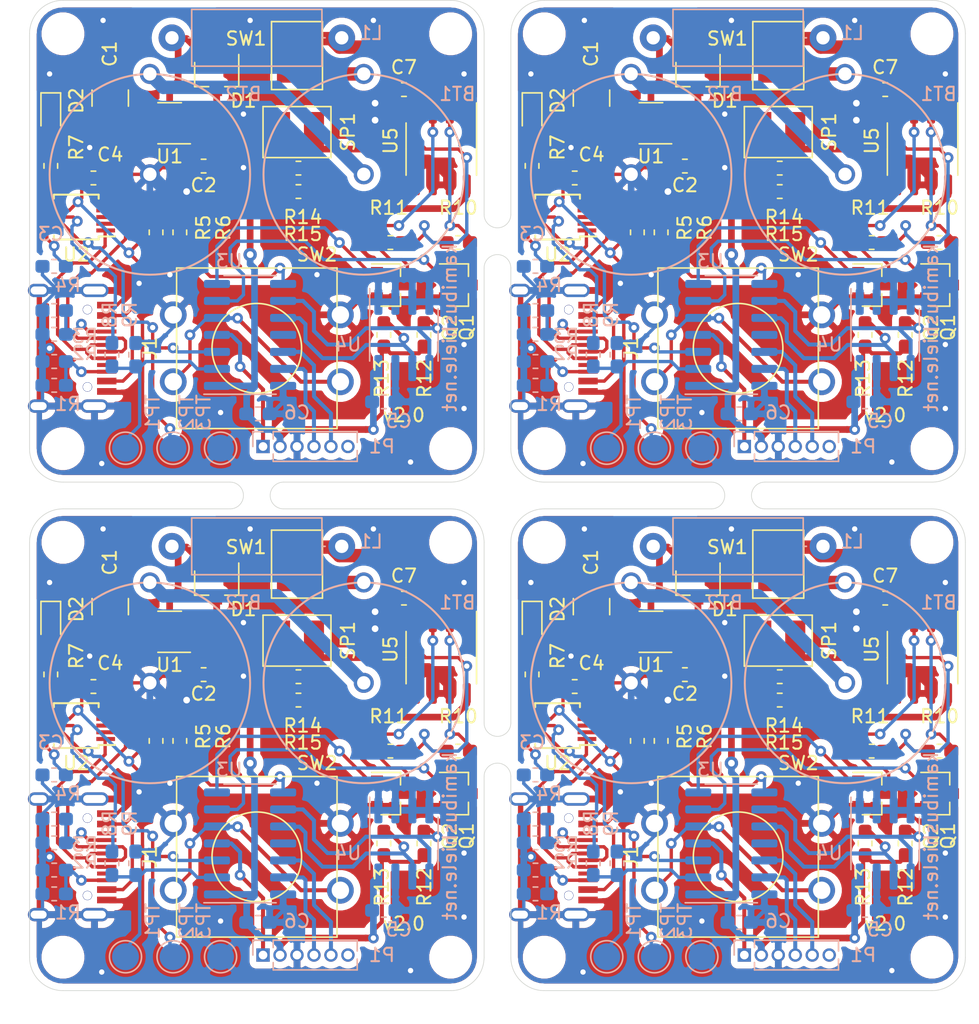
<source format=kicad_pcb>
(kicad_pcb (version 20171130) (host pcbnew "(5.1.2)-2")
  (layers (0 F.Cu signal) (31 B.Cu signal) (34 B.Paste user) (35 F.Paste user) (36 B.SilkS user) (37 F.SilkS user) (38 B.Mask user) (39 F.Mask user) (44 Edge.Cuts user))
  (net 0 "")
  (module fues-Battery_Holders:CH23-1225 (layer B.Cu) (at 81 71)
    (fp_text reference BT1 (at 7 -6) (layer B.SilkS) (effects (justify mirror)))
    (fp_text value Battery_Cell)
    (pad 2 thru_hole circle (at 0 0) (size 1.5 1.5) (drill 1) (layers *.Cu *.Mask))
    (pad 1 thru_hole circle (at 0 -7.5) (size 1.5 1.5) (drill 1) (layers *.Cu *.Mask))
  )
  (module Package_SO:SSOP-8_3.9x5.05mm_P1.27mm (layer F.Cu) (at 86.8 69.115 270)
    (fp_text reference U5 (at -0.615 3.8 270) (layer F.SilkS))
    (fp_text value TC118SS)
    (pad 8 smd roundrect (at 2.675 -1.905 270) (size 1.55 0.6) (layers F.Cu F.Paste F.Mask))
    (pad 7 smd roundrect (at 2.675 -0.635 270) (size 1.55 0.6) (layers F.Cu F.Paste F.Mask))
    (pad 6 smd roundrect (at 2.675 0.635 270) (size 1.55 0.6) (layers F.Cu F.Paste F.Mask))
    (pad 5 smd roundrect (at 2.675 1.905 270) (size 1.55 0.6) (layers F.Cu F.Paste F.Mask))
    (pad 4 smd roundrect (at -2.675 1.905 270) (size 1.55 0.6) (layers F.Cu F.Paste F.Mask))
    (pad 3 smd roundrect (at -2.675 0.635 270) (size 1.55 0.6) (layers F.Cu F.Paste F.Mask))
    (pad 2 smd roundrect (at -2.675 -0.635 270) (size 1.55 0.6) (layers F.Cu F.Paste F.Mask))
    (pad 1 smd roundrect (at -2.675 -1.905 270) (size 1.55 0.6) (layers F.Cu F.Paste F.Mask))
  )
  (module fues-Buttons_Switches:TVGP01-G73BB (layer F.Cu) (at 73 84)
    (fp_text reference SW2 (at 4.5 -7) (layer F.SilkS))
    (fp_text value SW_Push)
    (pad 2 thru_hole circle (at -6.25 2.5) (size 2 2) (drill 1.3) (layers *.Cu *.Mask))
    (pad 2 thru_hole circle (at 6.25 2.5) (size 2 2) (drill 1.3) (layers *.Cu *.Mask))
    (pad 1 thru_hole circle (at 6.25 -2.5) (size 2 2) (drill 1.3) (layers *.Cu *.Mask))
    (pad 1 thru_hole circle (at -6.25 -2.5) (size 2 2) (drill 1.3) (layers *.Cu *.Mask))
  )
  (module Resistor_SMD:R_0603_1608Metric_Pad1.05x0.95mm_HandSolder (layer F.Cu) (at 76.115 70.54 180)
    (fp_text reference R14 (at -0.325 -3.655) (layer F.SilkS))
    (fp_text value 47)
    (pad 2 smd roundrect (at 0.875 0 180) (size 1.05 0.95) (layers F.Cu F.Paste F.Mask))
    (pad 1 smd roundrect (at -0.875 0 180) (size 1.05 0.95) (layers F.Cu F.Paste F.Mask))
  )
  (module fues-mounting_hole:M2-drillHole_nosilk_nopad (layer F.Cu) (at 58.5 60.5)
    (fp_text reference H1 hide)
    (fp_text value MountingHole hide)
    (pad "" np_thru_hole circle (at 0 0) (size 2.2 2.2) (drill 2.2) (layers *.Cu *.Mask))
  )
  (module fues-mounting_hole:M2-drillHole_nosilk_nopad (layer F.Cu) (at 58.5 91.5)
    (fp_text reference H2 hide)
    (fp_text value MountingHole hide)
    (pad "" np_thru_hole circle (at 0 0) (size 2.2 2.2) (drill 2.2) (layers *.Cu *.Mask))
  )
  (module fues-mounting_hole:M2-drillHole_nosilk_nopad (layer F.Cu) (at 87.5 60.5)
    (fp_text reference H3 hide)
    (fp_text value MountingHole hide)
    (pad "" np_thru_hole circle (at 0 0) (size 2.2 2.2) (drill 2.2) (layers *.Cu *.Mask))
  )
  (module fues-mounting_hole:M2-drillHole_nosilk_nopad (layer F.Cu) (at 87.5 91.5)
    (fp_text reference H4 hide)
    (fp_text value MountingHole hide)
    (pad "" np_thru_hole circle (at 0 0) (size 2.2 2.2) (drill 2.2) (layers *.Cu *.Mask))
  )
  (module fues-Battery_Holders:CH23-1225 (layer B.Cu) (at 65 71)
    (fp_text reference BT2 (at 7 -6) (layer B.SilkS) (effects (justify mirror)))
    (fp_text value Battery_Cell)
    (pad 2 thru_hole circle (at 0 0) (size 1.5 1.5) (drill 1) (layers *.Cu *.Mask))
    (pad 1 thru_hole circle (at 0 -7.5) (size 1.5 1.5) (drill 1) (layers *.Cu *.Mask))
  )
  (module Resistor_SMD:R_0603_1608Metric_Pad1.05x0.95mm_HandSolder (layer B.Cu) (at 62.162 84.482 270)
    (fp_text reference R8 (at -2.982 0.162 90) (layer B.SilkS) (effects (justify mirror)))
    (fp_text value 10k)
    (pad 2 smd roundrect (at 0.875 0 270) (size 1.05 0.95) (layers B.Cu B.Paste B.Mask))
    (pad 1 smd roundrect (at -0.875 0 270) (size 1.05 0.95) (layers B.Cu B.Paste B.Mask))
  )
  (module Resistor_SMD:R_0603_1608Metric_Pad1.05x0.95mm_HandSolder (layer F.Cu) (at 85.5 83 90)
    (fp_text reference R12 (at -3.26 0.03 90) (layer F.SilkS))
    (fp_text value 10k)
    (pad 1 smd roundrect (at -0.875 0 90) (size 1.05 0.95) (layers F.Cu F.Paste F.Mask))
    (pad 2 smd roundrect (at 0.875 0 90) (size 1.05 0.95) (layers F.Cu F.Paste F.Mask))
  )
  (module Capacitor_SMD:C_0603_1608Metric_Pad1.05x0.95mm_HandSolder (layer B.Cu) (at 82.5 88)
    (fp_text reference C5 (at 1.125 1.435) (layer B.SilkS) (effects (justify mirror)))
    (fp_text value "0.1u 1608")
    (pad 2 smd roundrect (at 0.875 0) (size 1.05 0.95) (layers B.Cu B.Paste B.Mask))
    (pad 1 smd roundrect (at -0.875 0) (size 1.05 0.95) (layers B.Cu B.Paste B.Mask))
  )
  (module Package_SO:SOIC-8_3.9x4.9mm_P1.27mm (layer B.Cu) (at 84 83 270)
    (fp_text reference U4 (at 0.72 4.185) (layer B.SilkS) (effects (justify mirror)))
    (fp_text value 24FC256)
    (pad 8 smd roundrect (at 2.475 1.905 270) (size 1.95 0.6) (layers B.Cu B.Paste B.Mask))
    (pad 7 smd roundrect (at 2.475 0.635 270) (size 1.95 0.6) (layers B.Cu B.Paste B.Mask))
    (pad 6 smd roundrect (at 2.475 -0.635 270) (size 1.95 0.6) (layers B.Cu B.Paste B.Mask))
    (pad 5 smd roundrect (at 2.475 -1.905 270) (size 1.95 0.6) (layers B.Cu B.Paste B.Mask))
    (pad 4 smd roundrect (at -2.475 -1.905 270) (size 1.95 0.6) (layers B.Cu B.Paste B.Mask))
    (pad 3 smd roundrect (at -2.475 -0.635 270) (size 1.95 0.6) (layers B.Cu B.Paste B.Mask))
    (pad 2 smd roundrect (at -2.475 0.635 270) (size 1.95 0.6) (layers B.Cu B.Paste B.Mask))
    (pad 1 smd roundrect (at -2.475 1.905 270) (size 1.95 0.6) (layers B.Cu B.Paste B.Mask))
  )
  (module Capacitor_SMD:C_0603_1608Metric_Pad1.05x0.95mm_HandSolder (layer F.Cu) (at 84.006 64.67 180)
    (fp_text reference C7 (at 0.006 1.67) (layer F.SilkS))
    (fp_text value "0.1u 1608")
    (pad 1 smd roundrect (at -0.875 0 180) (size 1.05 0.95) (layers F.Cu F.Paste F.Mask))
    (pad 2 smd roundrect (at 0.875 0 180) (size 1.05 0.95) (layers F.Cu F.Paste F.Mask))
  )
  (module Capacitor_SMD:C_0603_1608Metric_Pad1.05x0.95mm_HandSolder (layer B.Cu) (at 73.084 88.9)
    (fp_text reference C6 (at 2.921 -0.1) (layer B.SilkS) (effects (justify mirror)))
    (fp_text value "0.1u 1608")
    (pad 2 smd roundrect (at 0.875 0) (size 1.05 0.95) (layers B.Cu B.Paste B.Mask))
    (pad 1 smd roundrect (at -0.875 0) (size 1.05 0.95) (layers B.Cu B.Paste B.Mask))
  )
  (module Connector_PinHeader_1.27mm:PinHeader_1x06_P1.27mm_Vertical (layer B.Cu) (at 73.465 91.34 270)
    (fp_text reference P1 (at 0 -8.89 180) (layer B.SilkS) (effects (justify mirror)))
    (fp_text value ICSPforPICKit)
    (pad 1 thru_hole rect (at 0 0 270) (size 1 1) (drill 0.65) (layers *.Cu *.Mask))
    (pad 2 thru_hole oval (at 0 -1.27 270) (size 1 1) (drill 0.65) (layers *.Cu *.Mask))
    (pad 3 thru_hole oval (at 0 -2.54 270) (size 1 1) (drill 0.65) (layers *.Cu *.Mask))
    (pad 4 thru_hole oval (at 0 -3.81 270) (size 1 1) (drill 0.65) (layers *.Cu *.Mask))
    (pad 5 thru_hole oval (at 0 -5.08 270) (size 1 1) (drill 0.65) (layers *.Cu *.Mask))
    (pad 6 thru_hole oval (at 0 -6.35 270) (size 1 1) (drill 0.65) (layers *.Cu *.Mask))
  )
  (module fues-connect:USB_C_01 (layer F.Cu) (at 62.5 84 270)
    (fp_text reference J1 (at 0 -2.5 270) (layer F.SilkS))
    (fp_text value USB_C_Receptacle)
    (pad A6 smd rect (at -0.25 0.725 270) (size 0.3 1.45) (layers F.Cu F.Paste F.Mask))
    (pad A7 smd rect (at 0.25 0.725 270) (size 0.3 1.45) (layers F.Cu F.Paste F.Mask))
    (pad B6 smd rect (at 0.75 0.725 270) (size 0.3 1.45) (layers F.Cu F.Paste F.Mask))
    (pad B7 smd rect (at -0.75 0.725 270) (size 0.3 1.45) (layers F.Cu F.Paste F.Mask))
    (pad A5 smd rect (at -1.25 0.725 270) (size 0.3 1.45) (layers F.Cu F.Paste F.Mask))
    (pad A8 smd rect (at 1.25 0.725 270) (size 0.3 1.45) (layers F.Cu F.Paste F.Mask))
    (pad B5 smd rect (at 1.75 0.725 270) (size 0.3 1.45) (layers F.Cu F.Paste F.Mask))
    (pad B8 smd rect (at -1.75 0.725 270) (size 0.3 1.45) (layers F.Cu F.Paste F.Mask))
    (pad A1 smd rect (at 3.225 0.725 270) (size 0.5 1.45) (layers F.Cu F.Paste F.Mask))
    (pad A4 smd rect (at -2.45 0.725 270) (size 0.5 1.45) (layers F.Cu F.Paste F.Mask))
    (pad A4 smd rect (at 2.45 0.725 270) (size 0.5 1.45) (layers F.Cu F.Paste F.Mask))
    (pad A1 smd rect (at -3.225 0.725 270) (size 0.5 1.45) (layers F.Cu F.Paste F.Mask))
    (pad "" np_thru_hole circle (at 2.89 2.17 270) (size 0.7 0.7) (drill 0.65) (layers *.Cu *.Mask))
    (pad "" np_thru_hole circle (at -2.89 2.17 270) (size 0.7 0.7) (drill 0.65) (layers *.Cu *.Mask))
    (pad S1 thru_hole oval (at 4.32 1.64 270) (size 1 2.1) (drill oval 0.6 1.7) (layers *.Cu *.Mask))
    (pad S1 thru_hole oval (at -4.32 1.64 270) (size 1 2.1) (drill oval 0.6 1.7) (layers *.Cu *.Mask))
    (pad S1 thru_hole oval (at 4.32 5.82 270) (size 1 1.6) (drill oval 0.6 1.2) (layers *.Cu *.Mask))
    (pad S1 thru_hole oval (at -4.32 5.82 270) (size 1 1.6) (drill oval 0.6 1.2) (layers *.Cu *.Mask))
  )
  (module Resistor_SMD:R_0603_1608Metric_Pad1.05x0.95mm_HandSolder (layer F.Cu) (at 76.115 72.29 180)
    (fp_text reference R15 (at -0.325 -3.175) (layer F.SilkS))
    (fp_text value 47)
    (pad 1 smd roundrect (at -0.875 0 180) (size 1.05 0.95) (layers F.Cu F.Paste F.Mask))
    (pad 2 smd roundrect (at 0.875 0 180) (size 1.05 0.95) (layers F.Cu F.Paste F.Mask))
  )
  (module Resistor_SMD:R_0603_1608Metric_Pad1.05x0.95mm_HandSolder (layer B.Cu) (at 57.844 86.768 180)
    (fp_text reference R1 (at -1.016 -1.397) (layer B.SilkS) (effects (justify mirror)))
    (fp_text value 10k)
    (pad 1 smd roundrect (at -0.875 0 180) (size 1.05 0.95) (layers B.Cu B.Paste B.Mask))
    (pad 2 smd roundrect (at 0.875 0 180) (size 1.05 0.95) (layers B.Cu B.Paste B.Mask))
  )
  (module Resistor_SMD:R_0603_1608Metric_Pad1.05x0.95mm_HandSolder (layer F.Cu) (at 67.242 75.338 90)
    (fp_text reference R6 (at 0.338 3.258 270) (layer F.SilkS))
    (fp_text value 10k)
    (pad 1 smd roundrect (at -0.875 0 90) (size 1.05 0.95) (layers F.Cu F.Paste F.Mask))
    (pad 2 smd roundrect (at 0.875 0 90) (size 1.05 0.95) (layers F.Cu F.Paste F.Mask))
  )
  (module Resistor_SMD:R_0603_1608Metric_Pad1.05x0.95mm_HandSolder (layer F.Cu) (at 82.5 83 90)
    (fp_text reference R13 (at -3.26 -0.145 90) (layer F.SilkS))
    (fp_text value 10k)
    (pad 2 smd roundrect (at 0.875 0 90) (size 1.05 0.95) (layers F.Cu F.Paste F.Mask))
    (pad 1 smd roundrect (at -0.875 0 90) (size 1.05 0.95) (layers F.Cu F.Paste F.Mask))
  )
  (module Capacitor_SMD:C_0603_1608Metric_Pad1.05x0.95mm_HandSolder (layer F.Cu) (at 60.779 71.274)
    (fp_text reference C4 (at 1.256 -1.75 180) (layer F.SilkS))
    (fp_text value "0.1u 1608")
    (pad 1 smd roundrect (at -0.875 0) (size 1.05 0.95) (layers F.Cu F.Paste F.Mask))
    (pad 2 smd roundrect (at 0.875 0) (size 1.05 0.95) (layers F.Cu F.Paste F.Mask))
  )
  (module Package_SO:SOIC-14_3.9x8.7mm_P1.27mm (layer B.Cu) (at 72.492 83)
    (fp_text reference U3 (at -1.567 -5.5) (layer B.SilkS) (effects (justify mirror)))
    (fp_text value "PIC16(L)F18324")
    (pad 14 smd roundrect (at 2.475 3.81) (size 1.95 0.6) (layers B.Cu B.Paste B.Mask))
    (pad 13 smd roundrect (at 2.475 2.54) (size 1.95 0.6) (layers B.Cu B.Paste B.Mask))
    (pad 12 smd roundrect (at 2.475 1.27) (size 1.95 0.6) (layers B.Cu B.Paste B.Mask))
    (pad 11 smd roundrect (at 2.475 0) (size 1.95 0.6) (layers B.Cu B.Paste B.Mask))
    (pad 10 smd roundrect (at 2.475 -1.27) (size 1.95 0.6) (layers B.Cu B.Paste B.Mask))
    (pad 9 smd roundrect (at 2.475 -2.54) (size 1.95 0.6) (layers B.Cu B.Paste B.Mask))
    (pad 8 smd roundrect (at 2.475 -3.81) (size 1.95 0.6) (layers B.Cu B.Paste B.Mask))
    (pad 7 smd roundrect (at -2.475 -3.81) (size 1.95 0.6) (layers B.Cu B.Paste B.Mask))
    (pad 6 smd roundrect (at -2.475 -2.54) (size 1.95 0.6) (layers B.Cu B.Paste B.Mask))
    (pad 5 smd roundrect (at -2.475 -1.27) (size 1.95 0.6) (layers B.Cu B.Paste B.Mask))
    (pad 4 smd roundrect (at -2.475 0) (size 1.95 0.6) (layers B.Cu B.Paste B.Mask))
    (pad 3 smd roundrect (at -2.475 1.27) (size 1.95 0.6) (layers B.Cu B.Paste B.Mask))
    (pad 2 smd roundrect (at -2.475 2.54) (size 1.95 0.6) (layers B.Cu B.Paste B.Mask))
    (pad 1 smd roundrect (at -2.475 3.81) (size 1.95 0.6) (layers B.Cu B.Paste B.Mask))
  )
  (module Package_SO:MSOP-10_3x3mm_P0.5mm (layer F.Cu) (at 59.495 74.195 180)
    (fp_text reference U2 (at -0.005 -2.805) (layer F.SilkS))
    (fp_text value CH340E)
    (pad 10 smd rect (at 2.2 -1 180) (size 1.4 0.3) (layers F.Cu F.Paste F.Mask))
    (pad 9 smd rect (at 2.2 -0.5 180) (size 1.4 0.3) (layers F.Cu F.Paste F.Mask))
    (pad 8 smd rect (at 2.2 0 180) (size 1.4 0.3) (layers F.Cu F.Paste F.Mask))
    (pad 7 smd rect (at 2.2 0.5 180) (size 1.4 0.3) (layers F.Cu F.Paste F.Mask))
    (pad 6 smd rect (at 2.2 1 180) (size 1.4 0.3) (layers F.Cu F.Paste F.Mask))
    (pad 5 smd rect (at -2.2 1 180) (size 1.4 0.3) (layers F.Cu F.Paste F.Mask))
    (pad 4 smd rect (at -2.2 0.5 180) (size 1.4 0.3) (layers F.Cu F.Paste F.Mask))
    (pad 3 smd rect (at -2.2 0 180) (size 1.4 0.3) (layers F.Cu F.Paste F.Mask))
    (pad 2 smd rect (at -2.2 -0.5 180) (size 1.4 0.3) (layers F.Cu F.Paste F.Mask))
    (pad 1 smd rect (at -2.2 -1 180) (size 1.4 0.3) (layers F.Cu F.Paste F.Mask))
  )
  (module Capacitor_SMD:C_0603_1608Metric_Pad1.05x0.95mm_HandSolder (layer B.Cu) (at 57.844 77.878 180)
    (fp_text reference C3 (at 0.254 2.413) (layer B.SilkS) (effects (justify mirror)))
    (fp_text value "0.1u 1608")
    (pad 2 smd roundrect (at 0.875 0 180) (size 1.05 0.95) (layers B.Cu B.Paste B.Mask))
    (pad 1 smd roundrect (at -0.875 0 180) (size 1.05 0.95) (layers B.Cu B.Paste B.Mask))
  )
  (module Resistor_SMD:R_0603_1608Metric_Pad1.05x0.95mm_HandSolder (layer B.Cu) (at 63.94 84.482 90)
    (fp_text reference R9 (at 2.982 -0.44 90) (layer B.SilkS) (effects (justify mirror)))
    (fp_text value 10k)
    (pad 2 smd roundrect (at 0.875 0 90) (size 1.05 0.95) (layers B.Cu B.Paste B.Mask))
    (pad 1 smd roundrect (at -0.875 0 90) (size 1.05 0.95) (layers B.Cu B.Paste B.Mask))
  )
  (module Diode_SMD:D_0603_1608Metric_Pad1.05x0.95mm_HandSolder (layer F.Cu) (at 57.59 66.575 270)
    (fp_text reference D2 (at -1.075 -1.91 90) (layer F.SilkS))
    (fp_text value "LED NC")
    (pad 2 smd roundrect (at 0.875 0 270) (size 1.05 0.95) (layers F.Cu F.Paste F.Mask))
    (pad 1 smd roundrect (at -0.875 0 270) (size 1.05 0.95) (layers F.Cu F.Paste F.Mask))
  )
  (module Resistor_SMD:R_0603_1608Metric_Pad1.05x0.95mm_HandSolder (layer F.Cu) (at 57.59 70.371 90)
    (fp_text reference R7 (at 1.371 1.91 270) (layer F.SilkS))
    (fp_text value "470 NC")
    (pad 2 smd roundrect (at 0.875 0 90) (size 1.05 0.95) (layers F.Cu F.Paste F.Mask))
    (pad 1 smd roundrect (at -0.875 0 90) (size 1.05 0.95) (layers F.Cu F.Paste F.Mask))
  )
  (module Resistor_SMD:R_0603_1608Metric_Pad1.05x0.95mm_HandSolder (layer B.Cu) (at 57.844 84.99 180)
    (fp_text reference R2 (at -2.286 0.635) (layer B.SilkS) (effects (justify mirror)))
    (fp_text value 10k)
    (pad 1 smd roundrect (at -0.875 0 180) (size 1.05 0.95) (layers B.Cu B.Paste B.Mask))
    (pad 2 smd roundrect (at 0.875 0 180) (size 1.05 0.95) (layers B.Cu B.Paste B.Mask))
  )
  (module Package_TO_SOT_SMD:TSOT-23-5 (layer F.Cu) (at 66.48 67.21 180)
    (fp_text reference U1 (at 0 -2.45) (layer F.SilkS))
    (fp_text value HT77XXA_SOT-25)
    (pad 1 smd rect (at -1.31 -0.95 180) (size 1.22 0.65) (layers F.Cu F.Paste F.Mask))
    (pad 2 smd rect (at -1.31 0 180) (size 1.22 0.65) (layers F.Cu F.Paste F.Mask))
    (pad 3 smd rect (at -1.31 0.95 180) (size 1.22 0.65) (layers F.Cu F.Paste F.Mask))
    (pad 4 smd rect (at 1.31 0.95 180) (size 1.22 0.65) (layers F.Cu F.Paste F.Mask))
    (pad 5 smd rect (at 1.31 -0.95 180) (size 1.22 0.65) (layers F.Cu F.Paste F.Mask))
  )
  (module Resistor_SMD:R_0603_1608Metric_Pad1.05x0.95mm_HandSolder (layer B.Cu) (at 57.844 82.958 180)
    (fp_text reference R3 (at -2.286 -0.127) (layer B.SilkS) (effects (justify mirror)))
    (fp_text value 10k)
    (pad 1 smd roundrect (at -0.875 0 180) (size 1.05 0.95) (layers B.Cu B.Paste B.Mask))
    (pad 2 smd roundrect (at 0.875 0 180) (size 1.05 0.95) (layers B.Cu B.Paste B.Mask))
  )
  (module Resistor_SMD:R_0603_1608Metric_Pad1.05x0.95mm_HandSolder (layer B.Cu) (at 57.844 81.18 180)
    (fp_text reference R4 (at -1.016 1.905) (layer B.SilkS) (effects (justify mirror)))
    (fp_text value 10k)
    (pad 1 smd roundrect (at -0.875 0 180) (size 1.05 0.95) (layers B.Cu B.Paste B.Mask))
    (pad 2 smd roundrect (at 0.875 0 180) (size 1.05 0.95) (layers B.Cu B.Paste B.Mask))
  )
  (module Resistor_SMD:R_0603_1608Metric_Pad1.05x0.95mm_HandSolder (layer F.Cu) (at 88.07 76.1)
    (fp_text reference R10 (at 0 -2.6) (layer F.SilkS))
    (fp_text value 10k)
    (pad 1 smd roundrect (at -0.875 0) (size 1.05 0.95) (layers F.Cu F.Paste F.Mask))
    (pad 2 smd roundrect (at 0.875 0) (size 1.05 0.95) (layers F.Cu F.Paste F.Mask))
  )
  (module fues-connect:2.54-2pin-lay (layer F.Cu) (at 76.005 67.845)
    (fp_text reference SP1 (at 3.81 0 90) (layer F.SilkS))
    (fp_text value sp)
    (pad 1 smd rect (at -1.27 0) (size 1.5 3) (layers F.Cu F.Paste F.Mask))
    (pad 2 smd rect (at 1.27 0) (size 1.5 3) (layers F.Cu F.Paste F.Mask))
  )
  (module Capacitor_SMD:C_1210_3225Metric_Pad1.42x2.65mm_HandSolder (layer F.Cu) (at 62.035 65.305 270)
    (fp_text reference C1 (at -3.305 0.035 90) (layer F.SilkS))
    (fp_text value 47u)
    (pad 1 smd roundrect (at -1.4875 0 270) (size 1.425 2.65) (layers F.Cu F.Paste F.Mask) (roundrect_rratio 0.175439))
    (pad 2 smd roundrect (at 1.4875 0 270) (size 1.425 2.65) (layers F.Cu F.Paste F.Mask) (roundrect_rratio 0.175439))
  )
  (module Resistor_SMD:R_0603_1608Metric_Pad1.05x0.95mm_HandSolder (layer F.Cu) (at 82.99 76.1 180)
    (fp_text reference R11 (at 0.125 2.6) (layer F.SilkS))
    (fp_text value 10k)
    (pad 1 smd roundrect (at -0.875 0 180) (size 1.05 0.95) (layers F.Cu F.Paste F.Mask))
    (pad 2 smd roundrect (at 0.875 0 180) (size 1.05 0.95) (layers F.Cu F.Paste F.Mask))
  )
  (module TestPoint:TestPoint_Pad_D2.0mm (layer B.Cu) (at 63.178 91.467)
    (fp_text reference TP1 (at 2.032 -2.667 270) (layer B.SilkS) (effects (justify mirror)))
    (fp_text value tp_PC2MC)
    (pad 1 smd circle (at 0 0) (size 2 2) (layers B.Cu B.Mask))
  )
  (module Resistor_SMD:R_0603_1608Metric_Pad1.05x0.95mm_HandSolder (layer F.Cu) (at 65.464 75.338 270)
    (fp_text reference R5 (at -0.338 -3.536 270) (layer F.SilkS))
    (fp_text value 10k)
    (pad 1 smd roundrect (at -0.875 0 270) (size 1.05 0.95) (layers F.Cu F.Paste F.Mask))
    (pad 2 smd roundrect (at 0.875 0 270) (size 1.05 0.95) (layers F.Cu F.Paste F.Mask))
  )
  (module Package_TO_SOT_SMD:SC-59 (layer F.Cu) (at 70 63.5 270)
    (fp_text reference D1 (at 2 -2 180) (layer F.SilkS))
    (fp_text value RB411D)
    (pad 1 smd rect (at -1.2 -0.95 270) (size 0.9 0.8) (layers F.Cu F.Paste F.Mask))
    (pad 2 smd rect (at -1.2 0.95 270) (size 0.9 0.8) (layers F.Cu F.Paste F.Mask))
    (pad 3 smd rect (at 1.2 0 270) (size 0.9 0.8) (layers F.Cu F.Paste F.Mask))
  )
  (module TestPoint:TestPoint_Pad_D2.0mm (layer B.Cu) (at 66.734 91.467)
    (fp_text reference TP2 (at 1.016 -2.667 270) (layer B.SilkS) (effects (justify mirror)))
    (fp_text value tp_MC2PC)
    (pad 1 smd circle (at 0 0) (size 2 2) (layers B.Cu B.Mask))
  )
  (module Capacitor_SMD:C_0603_1608Metric_Pad1.05x0.95mm_HandSolder (layer F.Cu) (at 69.02 70.385 180)
    (fp_text reference C2 (at 0 -1.43) (layer F.SilkS))
    (fp_text value 22u)
    (pad 1 smd roundrect (at -0.875 0 180) (size 1.05 0.95) (layers F.Cu F.Paste F.Mask))
    (pad 2 smd roundrect (at 0.875 0 180) (size 1.05 0.95) (layers F.Cu F.Paste F.Mask))
  )
  (module Package_TO_SOT_SMD:SOT-23 (layer F.Cu) (at 82.99 79.275)
    (fp_text reference Q2 (at 4.445 3.175 90) (layer F.SilkS))
    (fp_text value 2n7002)
    (pad 1 smd rect (at -1 -0.95) (size 0.9 0.8) (layers F.Cu F.Paste F.Mask))
    (pad 2 smd rect (at -1 0.95) (size 0.9 0.8) (layers F.Cu F.Paste F.Mask))
    (pad 3 smd rect (at 1 0) (size 0.9 0.8) (layers F.Cu F.Paste F.Mask))
  )
  (module fues-connect:2.54-2pin-lay (layer F.Cu) (at 76.005 62.13 90)
    (fp_text reference SW1 (at 1.27 -3.81 180) (layer F.SilkS))
    (fp_text value POWER)
    (pad 1 smd rect (at -1.27 0 90) (size 1.5 3) (layers F.Cu F.Paste F.Mask))
    (pad 2 smd rect (at 1.27 0 90) (size 1.5 3) (layers F.Cu F.Paste F.Mask))
  )
  (module Inductor_THT:L_Axial_L9.5mm_D4.0mm_P12.70mm_Horizontal_Fastron_SMCC (layer B.Cu) (at 79.35 60.8 180)
    (fp_text reference L1 (at -2.185 0.36) (layer B.SilkS) (effects (justify mirror)))
    (fp_text value 100uH)
    (pad 1 thru_hole circle (at 0 0 180) (size 2 2) (drill 1) (layers *.Cu *.Mask))
    (pad 2 thru_hole oval (at 12.7 0 180) (size 2 2) (drill 1) (layers *.Cu *.Mask))
  )
  (module Package_TO_SOT_SMD:SOT-23 (layer F.Cu) (at 88.07 79.275)
    (fp_text reference Q1 (at 0.635 3.175 90) (layer F.SilkS))
    (fp_text value 2n7002)
    (pad 1 smd rect (at -1 -0.95) (size 0.9 0.8) (layers F.Cu F.Paste F.Mask))
    (pad 2 smd rect (at -1 0.95) (size 0.9 0.8) (layers F.Cu F.Paste F.Mask))
    (pad 3 smd rect (at 1 0) (size 0.9 0.8) (layers F.Cu F.Paste F.Mask))
  )
  (module TestPoint:TestPoint_Pad_D2.0mm (layer B.Cu) (at 70.29 91.467)
    (fp_text reference TP3 (at -1.27 -2.667 270) (layer B.SilkS) (effects (justify mirror)))
    (fp_text value tp_GND)
    (pad 1 smd circle (at 0 0) (size 2 2) (layers B.Cu B.Mask))
  )
  (module fues-Battery_Holders:CH23-1225 (layer B.Cu) (at 45 71)
    (fp_text reference BT1 (at 7 -6) (layer B.SilkS) (effects (justify mirror)))
    (fp_text value Battery_Cell)
    (pad 2 thru_hole circle (at 0 0) (size 1.5 1.5) (drill 1) (layers *.Cu *.Mask))
    (pad 1 thru_hole circle (at 0 -7.5) (size 1.5 1.5) (drill 1) (layers *.Cu *.Mask))
  )
  (module Package_SO:SSOP-8_3.9x5.05mm_P1.27mm (layer F.Cu) (at 50.8 69.115 270)
    (fp_text reference U5 (at -0.615 3.8 270) (layer F.SilkS))
    (fp_text value TC118SS)
    (pad 8 smd roundrect (at 2.675 -1.905 270) (size 1.55 0.6) (layers F.Cu F.Paste F.Mask))
    (pad 7 smd roundrect (at 2.675 -0.635 270) (size 1.55 0.6) (layers F.Cu F.Paste F.Mask))
    (pad 6 smd roundrect (at 2.675 0.635 270) (size 1.55 0.6) (layers F.Cu F.Paste F.Mask))
    (pad 5 smd roundrect (at 2.675 1.905 270) (size 1.55 0.6) (layers F.Cu F.Paste F.Mask))
    (pad 4 smd roundrect (at -2.675 1.905 270) (size 1.55 0.6) (layers F.Cu F.Paste F.Mask))
    (pad 3 smd roundrect (at -2.675 0.635 270) (size 1.55 0.6) (layers F.Cu F.Paste F.Mask))
    (pad 2 smd roundrect (at -2.675 -0.635 270) (size 1.55 0.6) (layers F.Cu F.Paste F.Mask))
    (pad 1 smd roundrect (at -2.675 -1.905 270) (size 1.55 0.6) (layers F.Cu F.Paste F.Mask))
  )
  (module fues-Buttons_Switches:TVGP01-G73BB (layer F.Cu) (at 37 84)
    (fp_text reference SW2 (at 4.5 -7) (layer F.SilkS))
    (fp_text value SW_Push)
    (pad 2 thru_hole circle (at -6.25 2.5) (size 2 2) (drill 1.3) (layers *.Cu *.Mask))
    (pad 2 thru_hole circle (at 6.25 2.5) (size 2 2) (drill 1.3) (layers *.Cu *.Mask))
    (pad 1 thru_hole circle (at 6.25 -2.5) (size 2 2) (drill 1.3) (layers *.Cu *.Mask))
    (pad 1 thru_hole circle (at -6.25 -2.5) (size 2 2) (drill 1.3) (layers *.Cu *.Mask))
  )
  (module Resistor_SMD:R_0603_1608Metric_Pad1.05x0.95mm_HandSolder (layer F.Cu) (at 40.115 70.54 180)
    (fp_text reference R14 (at -0.325 -3.655) (layer F.SilkS))
    (fp_text value 47)
    (pad 2 smd roundrect (at 0.875 0 180) (size 1.05 0.95) (layers F.Cu F.Paste F.Mask))
    (pad 1 smd roundrect (at -0.875 0 180) (size 1.05 0.95) (layers F.Cu F.Paste F.Mask))
  )
  (module fues-mounting_hole:M2-drillHole_nosilk_nopad (layer F.Cu) (at 22.5 60.5)
    (fp_text reference H1 hide)
    (fp_text value MountingHole hide)
    (pad "" np_thru_hole circle (at 0 0) (size 2.2 2.2) (drill 2.2) (layers *.Cu *.Mask))
  )
  (module fues-mounting_hole:M2-drillHole_nosilk_nopad (layer F.Cu) (at 22.5 91.5)
    (fp_text reference H2 hide)
    (fp_text value MountingHole hide)
    (pad "" np_thru_hole circle (at 0 0) (size 2.2 2.2) (drill 2.2) (layers *.Cu *.Mask))
  )
  (module fues-mounting_hole:M2-drillHole_nosilk_nopad (layer F.Cu) (at 51.5 60.5)
    (fp_text reference H3 hide)
    (fp_text value MountingHole hide)
    (pad "" np_thru_hole circle (at 0 0) (size 2.2 2.2) (drill 2.2) (layers *.Cu *.Mask))
  )
  (module fues-mounting_hole:M2-drillHole_nosilk_nopad (layer F.Cu) (at 51.5 91.5)
    (fp_text reference H4 hide)
    (fp_text value MountingHole hide)
    (pad "" np_thru_hole circle (at 0 0) (size 2.2 2.2) (drill 2.2) (layers *.Cu *.Mask))
  )
  (module fues-Battery_Holders:CH23-1225 (layer B.Cu) (at 29 71)
    (fp_text reference BT2 (at 7 -6) (layer B.SilkS) (effects (justify mirror)))
    (fp_text value Battery_Cell)
    (pad 2 thru_hole circle (at 0 0) (size 1.5 1.5) (drill 1) (layers *.Cu *.Mask))
    (pad 1 thru_hole circle (at 0 -7.5) (size 1.5 1.5) (drill 1) (layers *.Cu *.Mask))
  )
  (module Resistor_SMD:R_0603_1608Metric_Pad1.05x0.95mm_HandSolder (layer B.Cu) (at 26.162 84.482 270)
    (fp_text reference R8 (at -2.982 0.162 90) (layer B.SilkS) (effects (justify mirror)))
    (fp_text value 10k)
    (pad 2 smd roundrect (at 0.875 0 270) (size 1.05 0.95) (layers B.Cu B.Paste B.Mask))
    (pad 1 smd roundrect (at -0.875 0 270) (size 1.05 0.95) (layers B.Cu B.Paste B.Mask))
  )
  (module Resistor_SMD:R_0603_1608Metric_Pad1.05x0.95mm_HandSolder (layer F.Cu) (at 49.5 83 90)
    (fp_text reference R12 (at -3.26 0.03 90) (layer F.SilkS))
    (fp_text value 10k)
    (pad 1 smd roundrect (at -0.875 0 90) (size 1.05 0.95) (layers F.Cu F.Paste F.Mask))
    (pad 2 smd roundrect (at 0.875 0 90) (size 1.05 0.95) (layers F.Cu F.Paste F.Mask))
  )
  (module Capacitor_SMD:C_0603_1608Metric_Pad1.05x0.95mm_HandSolder (layer B.Cu) (at 46.5 88)
    (fp_text reference C5 (at 1.125 1.435) (layer B.SilkS) (effects (justify mirror)))
    (fp_text value "0.1u 1608")
    (pad 2 smd roundrect (at 0.875 0) (size 1.05 0.95) (layers B.Cu B.Paste B.Mask))
    (pad 1 smd roundrect (at -0.875 0) (size 1.05 0.95) (layers B.Cu B.Paste B.Mask))
  )
  (module Package_SO:SOIC-8_3.9x4.9mm_P1.27mm (layer B.Cu) (at 48 83 270)
    (fp_text reference U4 (at 0.72 4.185) (layer B.SilkS) (effects (justify mirror)))
    (fp_text value 24FC256)
    (pad 8 smd roundrect (at 2.475 1.905 270) (size 1.95 0.6) (layers B.Cu B.Paste B.Mask))
    (pad 7 smd roundrect (at 2.475 0.635 270) (size 1.95 0.6) (layers B.Cu B.Paste B.Mask))
    (pad 6 smd roundrect (at 2.475 -0.635 270) (size 1.95 0.6) (layers B.Cu B.Paste B.Mask))
    (pad 5 smd roundrect (at 2.475 -1.905 270) (size 1.95 0.6) (layers B.Cu B.Paste B.Mask))
    (pad 4 smd roundrect (at -2.475 -1.905 270) (size 1.95 0.6) (layers B.Cu B.Paste B.Mask))
    (pad 3 smd roundrect (at -2.475 -0.635 270) (size 1.95 0.6) (layers B.Cu B.Paste B.Mask))
    (pad 2 smd roundrect (at -2.475 0.635 270) (size 1.95 0.6) (layers B.Cu B.Paste B.Mask))
    (pad 1 smd roundrect (at -2.475 1.905 270) (size 1.95 0.6) (layers B.Cu B.Paste B.Mask))
  )
  (module Capacitor_SMD:C_0603_1608Metric_Pad1.05x0.95mm_HandSolder (layer F.Cu) (at 48.006 64.67 180)
    (fp_text reference C7 (at 0.006 1.67) (layer F.SilkS))
    (fp_text value "0.1u 1608")
    (pad 1 smd roundrect (at -0.875 0 180) (size 1.05 0.95) (layers F.Cu F.Paste F.Mask))
    (pad 2 smd roundrect (at 0.875 0 180) (size 1.05 0.95) (layers F.Cu F.Paste F.Mask))
  )
  (module Capacitor_SMD:C_0603_1608Metric_Pad1.05x0.95mm_HandSolder (layer B.Cu) (at 37.084 88.9)
    (fp_text reference C6 (at 2.921 -0.1) (layer B.SilkS) (effects (justify mirror)))
    (fp_text value "0.1u 1608")
    (pad 2 smd roundrect (at 0.875 0) (size 1.05 0.95) (layers B.Cu B.Paste B.Mask))
    (pad 1 smd roundrect (at -0.875 0) (size 1.05 0.95) (layers B.Cu B.Paste B.Mask))
  )
  (module Connector_PinHeader_1.27mm:PinHeader_1x06_P1.27mm_Vertical (layer B.Cu) (at 37.465 91.34 270)
    (fp_text reference P1 (at 0 -8.89 180) (layer B.SilkS) (effects (justify mirror)))
    (fp_text value ICSPforPICKit)
    (pad 1 thru_hole rect (at 0 0 270) (size 1 1) (drill 0.65) (layers *.Cu *.Mask))
    (pad 2 thru_hole oval (at 0 -1.27 270) (size 1 1) (drill 0.65) (layers *.Cu *.Mask))
    (pad 3 thru_hole oval (at 0 -2.54 270) (size 1 1) (drill 0.65) (layers *.Cu *.Mask))
    (pad 4 thru_hole oval (at 0 -3.81 270) (size 1 1) (drill 0.65) (layers *.Cu *.Mask))
    (pad 5 thru_hole oval (at 0 -5.08 270) (size 1 1) (drill 0.65) (layers *.Cu *.Mask))
    (pad 6 thru_hole oval (at 0 -6.35 270) (size 1 1) (drill 0.65) (layers *.Cu *.Mask))
  )
  (module fues-connect:USB_C_01 (layer F.Cu) (at 26.5 84 270)
    (fp_text reference J1 (at 0 -2.5 270) (layer F.SilkS))
    (fp_text value USB_C_Receptacle)
    (pad A6 smd rect (at -0.25 0.725 270) (size 0.3 1.45) (layers F.Cu F.Paste F.Mask))
    (pad A7 smd rect (at 0.25 0.725 270) (size 0.3 1.45) (layers F.Cu F.Paste F.Mask))
    (pad B6 smd rect (at 0.75 0.725 270) (size 0.3 1.45) (layers F.Cu F.Paste F.Mask))
    (pad B7 smd rect (at -0.75 0.725 270) (size 0.3 1.45) (layers F.Cu F.Paste F.Mask))
    (pad A5 smd rect (at -1.25 0.725 270) (size 0.3 1.45) (layers F.Cu F.Paste F.Mask))
    (pad A8 smd rect (at 1.25 0.725 270) (size 0.3 1.45) (layers F.Cu F.Paste F.Mask))
    (pad B5 smd rect (at 1.75 0.725 270) (size 0.3 1.45) (layers F.Cu F.Paste F.Mask))
    (pad B8 smd rect (at -1.75 0.725 270) (size 0.3 1.45) (layers F.Cu F.Paste F.Mask))
    (pad A1 smd rect (at 3.225 0.725 270) (size 0.5 1.45) (layers F.Cu F.Paste F.Mask))
    (pad A4 smd rect (at -2.45 0.725 270) (size 0.5 1.45) (layers F.Cu F.Paste F.Mask))
    (pad A4 smd rect (at 2.45 0.725 270) (size 0.5 1.45) (layers F.Cu F.Paste F.Mask))
    (pad A1 smd rect (at -3.225 0.725 270) (size 0.5 1.45) (layers F.Cu F.Paste F.Mask))
    (pad "" np_thru_hole circle (at 2.89 2.17 270) (size 0.7 0.7) (drill 0.65) (layers *.Cu *.Mask))
    (pad "" np_thru_hole circle (at -2.89 2.17 270) (size 0.7 0.7) (drill 0.65) (layers *.Cu *.Mask))
    (pad S1 thru_hole oval (at 4.32 1.64 270) (size 1 2.1) (drill oval 0.6 1.7) (layers *.Cu *.Mask))
    (pad S1 thru_hole oval (at -4.32 1.64 270) (size 1 2.1) (drill oval 0.6 1.7) (layers *.Cu *.Mask))
    (pad S1 thru_hole oval (at 4.32 5.82 270) (size 1 1.6) (drill oval 0.6 1.2) (layers *.Cu *.Mask))
    (pad S1 thru_hole oval (at -4.32 5.82 270) (size 1 1.6) (drill oval 0.6 1.2) (layers *.Cu *.Mask))
  )
  (module Resistor_SMD:R_0603_1608Metric_Pad1.05x0.95mm_HandSolder (layer F.Cu) (at 40.115 72.29 180)
    (fp_text reference R15 (at -0.325 -3.175) (layer F.SilkS))
    (fp_text value 47)
    (pad 1 smd roundrect (at -0.875 0 180) (size 1.05 0.95) (layers F.Cu F.Paste F.Mask))
    (pad 2 smd roundrect (at 0.875 0 180) (size 1.05 0.95) (layers F.Cu F.Paste F.Mask))
  )
  (module Resistor_SMD:R_0603_1608Metric_Pad1.05x0.95mm_HandSolder (layer B.Cu) (at 21.844 86.768 180)
    (fp_text reference R1 (at -1.016 -1.397) (layer B.SilkS) (effects (justify mirror)))
    (fp_text value 10k)
    (pad 1 smd roundrect (at -0.875 0 180) (size 1.05 0.95) (layers B.Cu B.Paste B.Mask))
    (pad 2 smd roundrect (at 0.875 0 180) (size 1.05 0.95) (layers B.Cu B.Paste B.Mask))
  )
  (module Resistor_SMD:R_0603_1608Metric_Pad1.05x0.95mm_HandSolder (layer F.Cu) (at 31.242 75.338 90)
    (fp_text reference R6 (at 0.338 3.258 270) (layer F.SilkS))
    (fp_text value 10k)
    (pad 1 smd roundrect (at -0.875 0 90) (size 1.05 0.95) (layers F.Cu F.Paste F.Mask))
    (pad 2 smd roundrect (at 0.875 0 90) (size 1.05 0.95) (layers F.Cu F.Paste F.Mask))
  )
  (module Resistor_SMD:R_0603_1608Metric_Pad1.05x0.95mm_HandSolder (layer F.Cu) (at 46.5 83 90)
    (fp_text reference R13 (at -3.26 -0.145 90) (layer F.SilkS))
    (fp_text value 10k)
    (pad 2 smd roundrect (at 0.875 0 90) (size 1.05 0.95) (layers F.Cu F.Paste F.Mask))
    (pad 1 smd roundrect (at -0.875 0 90) (size 1.05 0.95) (layers F.Cu F.Paste F.Mask))
  )
  (module Capacitor_SMD:C_0603_1608Metric_Pad1.05x0.95mm_HandSolder (layer F.Cu) (at 24.779 71.274)
    (fp_text reference C4 (at 1.256 -1.75 180) (layer F.SilkS))
    (fp_text value "0.1u 1608")
    (pad 1 smd roundrect (at -0.875 0) (size 1.05 0.95) (layers F.Cu F.Paste F.Mask))
    (pad 2 smd roundrect (at 0.875 0) (size 1.05 0.95) (layers F.Cu F.Paste F.Mask))
  )
  (module Package_SO:SOIC-14_3.9x8.7mm_P1.27mm (layer B.Cu) (at 36.492 83)
    (fp_text reference U3 (at -1.567 -5.5) (layer B.SilkS) (effects (justify mirror)))
    (fp_text value "PIC16(L)F18324")
    (pad 14 smd roundrect (at 2.475 3.81) (size 1.95 0.6) (layers B.Cu B.Paste B.Mask))
    (pad 13 smd roundrect (at 2.475 2.54) (size 1.95 0.6) (layers B.Cu B.Paste B.Mask))
    (pad 12 smd roundrect (at 2.475 1.27) (size 1.95 0.6) (layers B.Cu B.Paste B.Mask))
    (pad 11 smd roundrect (at 2.475 0) (size 1.95 0.6) (layers B.Cu B.Paste B.Mask))
    (pad 10 smd roundrect (at 2.475 -1.27) (size 1.95 0.6) (layers B.Cu B.Paste B.Mask))
    (pad 9 smd roundrect (at 2.475 -2.54) (size 1.95 0.6) (layers B.Cu B.Paste B.Mask))
    (pad 8 smd roundrect (at 2.475 -3.81) (size 1.95 0.6) (layers B.Cu B.Paste B.Mask))
    (pad 7 smd roundrect (at -2.475 -3.81) (size 1.95 0.6) (layers B.Cu B.Paste B.Mask))
    (pad 6 smd roundrect (at -2.475 -2.54) (size 1.95 0.6) (layers B.Cu B.Paste B.Mask))
    (pad 5 smd roundrect (at -2.475 -1.27) (size 1.95 0.6) (layers B.Cu B.Paste B.Mask))
    (pad 4 smd roundrect (at -2.475 0) (size 1.95 0.6) (layers B.Cu B.Paste B.Mask))
    (pad 3 smd roundrect (at -2.475 1.27) (size 1.95 0.6) (layers B.Cu B.Paste B.Mask))
    (pad 2 smd roundrect (at -2.475 2.54) (size 1.95 0.6) (layers B.Cu B.Paste B.Mask))
    (pad 1 smd roundrect (at -2.475 3.81) (size 1.95 0.6) (layers B.Cu B.Paste B.Mask))
  )
  (module Package_SO:MSOP-10_3x3mm_P0.5mm (layer F.Cu) (at 23.495 74.195 180)
    (fp_text reference U2 (at -0.005 -2.805) (layer F.SilkS))
    (fp_text value CH340E)
    (pad 10 smd rect (at 2.2 -1 180) (size 1.4 0.3) (layers F.Cu F.Paste F.Mask))
    (pad 9 smd rect (at 2.2 -0.5 180) (size 1.4 0.3) (layers F.Cu F.Paste F.Mask))
    (pad 8 smd rect (at 2.2 0 180) (size 1.4 0.3) (layers F.Cu F.Paste F.Mask))
    (pad 7 smd rect (at 2.2 0.5 180) (size 1.4 0.3) (layers F.Cu F.Paste F.Mask))
    (pad 6 smd rect (at 2.2 1 180) (size 1.4 0.3) (layers F.Cu F.Paste F.Mask))
    (pad 5 smd rect (at -2.2 1 180) (size 1.4 0.3) (layers F.Cu F.Paste F.Mask))
    (pad 4 smd rect (at -2.2 0.5 180) (size 1.4 0.3) (layers F.Cu F.Paste F.Mask))
    (pad 3 smd rect (at -2.2 0 180) (size 1.4 0.3) (layers F.Cu F.Paste F.Mask))
    (pad 2 smd rect (at -2.2 -0.5 180) (size 1.4 0.3) (layers F.Cu F.Paste F.Mask))
    (pad 1 smd rect (at -2.2 -1 180) (size 1.4 0.3) (layers F.Cu F.Paste F.Mask))
  )
  (module Capacitor_SMD:C_0603_1608Metric_Pad1.05x0.95mm_HandSolder (layer B.Cu) (at 21.844 77.878 180)
    (fp_text reference C3 (at 0.254 2.413) (layer B.SilkS) (effects (justify mirror)))
    (fp_text value "0.1u 1608")
    (pad 2 smd roundrect (at 0.875 0 180) (size 1.05 0.95) (layers B.Cu B.Paste B.Mask))
    (pad 1 smd roundrect (at -0.875 0 180) (size 1.05 0.95) (layers B.Cu B.Paste B.Mask))
  )
  (module Resistor_SMD:R_0603_1608Metric_Pad1.05x0.95mm_HandSolder (layer B.Cu) (at 27.94 84.482 90)
    (fp_text reference R9 (at 2.982 -0.44 90) (layer B.SilkS) (effects (justify mirror)))
    (fp_text value 10k)
    (pad 2 smd roundrect (at 0.875 0 90) (size 1.05 0.95) (layers B.Cu B.Paste B.Mask))
    (pad 1 smd roundrect (at -0.875 0 90) (size 1.05 0.95) (layers B.Cu B.Paste B.Mask))
  )
  (module Diode_SMD:D_0603_1608Metric_Pad1.05x0.95mm_HandSolder (layer F.Cu) (at 21.59 66.575 270)
    (fp_text reference D2 (at -1.075 -1.91 90) (layer F.SilkS))
    (fp_text value "LED NC")
    (pad 2 smd roundrect (at 0.875 0 270) (size 1.05 0.95) (layers F.Cu F.Paste F.Mask))
    (pad 1 smd roundrect (at -0.875 0 270) (size 1.05 0.95) (layers F.Cu F.Paste F.Mask))
  )
  (module Resistor_SMD:R_0603_1608Metric_Pad1.05x0.95mm_HandSolder (layer F.Cu) (at 21.59 70.371 90)
    (fp_text reference R7 (at 1.371 1.91 270) (layer F.SilkS))
    (fp_text value "470 NC")
    (pad 2 smd roundrect (at 0.875 0 90) (size 1.05 0.95) (layers F.Cu F.Paste F.Mask))
    (pad 1 smd roundrect (at -0.875 0 90) (size 1.05 0.95) (layers F.Cu F.Paste F.Mask))
  )
  (module Resistor_SMD:R_0603_1608Metric_Pad1.05x0.95mm_HandSolder (layer B.Cu) (at 21.844 84.99 180)
    (fp_text reference R2 (at -2.286 0.635) (layer B.SilkS) (effects (justify mirror)))
    (fp_text value 10k)
    (pad 1 smd roundrect (at -0.875 0 180) (size 1.05 0.95) (layers B.Cu B.Paste B.Mask))
    (pad 2 smd roundrect (at 0.875 0 180) (size 1.05 0.95) (layers B.Cu B.Paste B.Mask))
  )
  (module Package_TO_SOT_SMD:TSOT-23-5 (layer F.Cu) (at 30.48 67.21 180)
    (fp_text reference U1 (at 0 -2.45) (layer F.SilkS))
    (fp_text value HT77XXA_SOT-25)
    (pad 1 smd rect (at -1.31 -0.95 180) (size 1.22 0.65) (layers F.Cu F.Paste F.Mask))
    (pad 2 smd rect (at -1.31 0 180) (size 1.22 0.65) (layers F.Cu F.Paste F.Mask))
    (pad 3 smd rect (at -1.31 0.95 180) (size 1.22 0.65) (layers F.Cu F.Paste F.Mask))
    (pad 4 smd rect (at 1.31 0.95 180) (size 1.22 0.65) (layers F.Cu F.Paste F.Mask))
    (pad 5 smd rect (at 1.31 -0.95 180) (size 1.22 0.65) (layers F.Cu F.Paste F.Mask))
  )
  (module Resistor_SMD:R_0603_1608Metric_Pad1.05x0.95mm_HandSolder (layer B.Cu) (at 21.844 82.958 180)
    (fp_text reference R3 (at -2.286 -0.127) (layer B.SilkS) (effects (justify mirror)))
    (fp_text value 10k)
    (pad 1 smd roundrect (at -0.875 0 180) (size 1.05 0.95) (layers B.Cu B.Paste B.Mask))
    (pad 2 smd roundrect (at 0.875 0 180) (size 1.05 0.95) (layers B.Cu B.Paste B.Mask))
  )
  (module Resistor_SMD:R_0603_1608Metric_Pad1.05x0.95mm_HandSolder (layer B.Cu) (at 21.844 81.18 180)
    (fp_text reference R4 (at -1.016 1.905) (layer B.SilkS) (effects (justify mirror)))
    (fp_text value 10k)
    (pad 1 smd roundrect (at -0.875 0 180) (size 1.05 0.95) (layers B.Cu B.Paste B.Mask))
    (pad 2 smd roundrect (at 0.875 0 180) (size 1.05 0.95) (layers B.Cu B.Paste B.Mask))
  )
  (module Resistor_SMD:R_0603_1608Metric_Pad1.05x0.95mm_HandSolder (layer F.Cu) (at 52.07 76.1)
    (fp_text reference R10 (at 0 -2.6) (layer F.SilkS))
    (fp_text value 10k)
    (pad 1 smd roundrect (at -0.875 0) (size 1.05 0.95) (layers F.Cu F.Paste F.Mask))
    (pad 2 smd roundrect (at 0.875 0) (size 1.05 0.95) (layers F.Cu F.Paste F.Mask))
  )
  (module fues-connect:2.54-2pin-lay (layer F.Cu) (at 40.005 67.845)
    (fp_text reference SP1 (at 3.81 0 90) (layer F.SilkS))
    (fp_text value sp)
    (pad 1 smd rect (at -1.27 0) (size 1.5 3) (layers F.Cu F.Paste F.Mask))
    (pad 2 smd rect (at 1.27 0) (size 1.5 3) (layers F.Cu F.Paste F.Mask))
  )
  (module Capacitor_SMD:C_1210_3225Metric_Pad1.42x2.65mm_HandSolder (layer F.Cu) (at 26.035 65.305 270)
    (fp_text reference C1 (at -3.305 0.035 90) (layer F.SilkS))
    (fp_text value 47u)
    (pad 1 smd roundrect (at -1.4875 0 270) (size 1.425 2.65) (layers F.Cu F.Paste F.Mask) (roundrect_rratio 0.175439))
    (pad 2 smd roundrect (at 1.4875 0 270) (size 1.425 2.65) (layers F.Cu F.Paste F.Mask) (roundrect_rratio 0.175439))
  )
  (module Resistor_SMD:R_0603_1608Metric_Pad1.05x0.95mm_HandSolder (layer F.Cu) (at 46.99 76.1 180)
    (fp_text reference R11 (at 0.125 2.6) (layer F.SilkS))
    (fp_text value 10k)
    (pad 1 smd roundrect (at -0.875 0 180) (size 1.05 0.95) (layers F.Cu F.Paste F.Mask))
    (pad 2 smd roundrect (at 0.875 0 180) (size 1.05 0.95) (layers F.Cu F.Paste F.Mask))
  )
  (module TestPoint:TestPoint_Pad_D2.0mm (layer B.Cu) (at 27.178 91.467)
    (fp_text reference TP1 (at 2.032 -2.667 270) (layer B.SilkS) (effects (justify mirror)))
    (fp_text value tp_PC2MC)
    (pad 1 smd circle (at 0 0) (size 2 2) (layers B.Cu B.Mask))
  )
  (module Resistor_SMD:R_0603_1608Metric_Pad1.05x0.95mm_HandSolder (layer F.Cu) (at 29.464 75.338 270)
    (fp_text reference R5 (at -0.338 -3.536 270) (layer F.SilkS))
    (fp_text value 10k)
    (pad 1 smd roundrect (at -0.875 0 270) (size 1.05 0.95) (layers F.Cu F.Paste F.Mask))
    (pad 2 smd roundrect (at 0.875 0 270) (size 1.05 0.95) (layers F.Cu F.Paste F.Mask))
  )
  (module Package_TO_SOT_SMD:SC-59 (layer F.Cu) (at 34 63.5 270)
    (fp_text reference D1 (at 2 -2 180) (layer F.SilkS))
    (fp_text value RB411D)
    (pad 1 smd rect (at -1.2 -0.95 270) (size 0.9 0.8) (layers F.Cu F.Paste F.Mask))
    (pad 2 smd rect (at -1.2 0.95 270) (size 0.9 0.8) (layers F.Cu F.Paste F.Mask))
    (pad 3 smd rect (at 1.2 0 270) (size 0.9 0.8) (layers F.Cu F.Paste F.Mask))
  )
  (module TestPoint:TestPoint_Pad_D2.0mm (layer B.Cu) (at 30.734 91.467)
    (fp_text reference TP2 (at 1.016 -2.667 270) (layer B.SilkS) (effects (justify mirror)))
    (fp_text value tp_MC2PC)
    (pad 1 smd circle (at 0 0) (size 2 2) (layers B.Cu B.Mask))
  )
  (module Capacitor_SMD:C_0603_1608Metric_Pad1.05x0.95mm_HandSolder (layer F.Cu) (at 33.02 70.385 180)
    (fp_text reference C2 (at 0 -1.43) (layer F.SilkS))
    (fp_text value 22u)
    (pad 1 smd roundrect (at -0.875 0 180) (size 1.05 0.95) (layers F.Cu F.Paste F.Mask))
    (pad 2 smd roundrect (at 0.875 0 180) (size 1.05 0.95) (layers F.Cu F.Paste F.Mask))
  )
  (module Package_TO_SOT_SMD:SOT-23 (layer F.Cu) (at 46.99 79.275)
    (fp_text reference Q2 (at 4.445 3.175 90) (layer F.SilkS))
    (fp_text value 2n7002)
    (pad 1 smd rect (at -1 -0.95) (size 0.9 0.8) (layers F.Cu F.Paste F.Mask))
    (pad 2 smd rect (at -1 0.95) (size 0.9 0.8) (layers F.Cu F.Paste F.Mask))
    (pad 3 smd rect (at 1 0) (size 0.9 0.8) (layers F.Cu F.Paste F.Mask))
  )
  (module fues-connect:2.54-2pin-lay (layer F.Cu) (at 40.005 62.13 90)
    (fp_text reference SW1 (at 1.27 -3.81 180) (layer F.SilkS))
    (fp_text value POWER)
    (pad 1 smd rect (at -1.27 0 90) (size 1.5 3) (layers F.Cu F.Paste F.Mask))
    (pad 2 smd rect (at 1.27 0 90) (size 1.5 3) (layers F.Cu F.Paste F.Mask))
  )
  (module Inductor_THT:L_Axial_L9.5mm_D4.0mm_P12.70mm_Horizontal_Fastron_SMCC (layer B.Cu) (at 43.35 60.8 180)
    (fp_text reference L1 (at -2.185 0.36) (layer B.SilkS) (effects (justify mirror)))
    (fp_text value 100uH)
    (pad 1 thru_hole circle (at 0 0 180) (size 2 2) (drill 1) (layers *.Cu *.Mask))
    (pad 2 thru_hole oval (at 12.7 0 180) (size 2 2) (drill 1) (layers *.Cu *.Mask))
  )
  (module Package_TO_SOT_SMD:SOT-23 (layer F.Cu) (at 52.07 79.275)
    (fp_text reference Q1 (at 0.635 3.175 90) (layer F.SilkS))
    (fp_text value 2n7002)
    (pad 1 smd rect (at -1 -0.95) (size 0.9 0.8) (layers F.Cu F.Paste F.Mask))
    (pad 2 smd rect (at -1 0.95) (size 0.9 0.8) (layers F.Cu F.Paste F.Mask))
    (pad 3 smd rect (at 1 0) (size 0.9 0.8) (layers F.Cu F.Paste F.Mask))
  )
  (module TestPoint:TestPoint_Pad_D2.0mm (layer B.Cu) (at 34.29 91.467)
    (fp_text reference TP3 (at -1.27 -2.667 270) (layer B.SilkS) (effects (justify mirror)))
    (fp_text value tp_GND)
    (pad 1 smd circle (at 0 0) (size 2 2) (layers B.Cu B.Mask))
  )
  (module fues-Battery_Holders:CH23-1225 (layer B.Cu) (at 81 33)
    (fp_text reference BT1 (at 7 -6) (layer B.SilkS) (effects (justify mirror)))
    (fp_text value Battery_Cell)
    (pad 2 thru_hole circle (at 0 0) (size 1.5 1.5) (drill 1) (layers *.Cu *.Mask))
    (pad 1 thru_hole circle (at 0 -7.5) (size 1.5 1.5) (drill 1) (layers *.Cu *.Mask))
  )
  (module Package_SO:SSOP-8_3.9x5.05mm_P1.27mm (layer F.Cu) (at 86.8 31.115 270)
    (fp_text reference U5 (at -0.615 3.8 270) (layer F.SilkS))
    (fp_text value TC118SS)
    (pad 8 smd roundrect (at 2.675 -1.905 270) (size 1.55 0.6) (layers F.Cu F.Paste F.Mask))
    (pad 7 smd roundrect (at 2.675 -0.635 270) (size 1.55 0.6) (layers F.Cu F.Paste F.Mask))
    (pad 6 smd roundrect (at 2.675 0.635 270) (size 1.55 0.6) (layers F.Cu F.Paste F.Mask))
    (pad 5 smd roundrect (at 2.675 1.905 270) (size 1.55 0.6) (layers F.Cu F.Paste F.Mask))
    (pad 4 smd roundrect (at -2.675 1.905 270) (size 1.55 0.6) (layers F.Cu F.Paste F.Mask))
    (pad 3 smd roundrect (at -2.675 0.635 270) (size 1.55 0.6) (layers F.Cu F.Paste F.Mask))
    (pad 2 smd roundrect (at -2.675 -0.635 270) (size 1.55 0.6) (layers F.Cu F.Paste F.Mask))
    (pad 1 smd roundrect (at -2.675 -1.905 270) (size 1.55 0.6) (layers F.Cu F.Paste F.Mask))
  )
  (module fues-Buttons_Switches:TVGP01-G73BB (layer F.Cu) (at 73 46)
    (fp_text reference SW2 (at 4.5 -7) (layer F.SilkS))
    (fp_text value SW_Push)
    (pad 2 thru_hole circle (at -6.25 2.5) (size 2 2) (drill 1.3) (layers *.Cu *.Mask))
    (pad 2 thru_hole circle (at 6.25 2.5) (size 2 2) (drill 1.3) (layers *.Cu *.Mask))
    (pad 1 thru_hole circle (at 6.25 -2.5) (size 2 2) (drill 1.3) (layers *.Cu *.Mask))
    (pad 1 thru_hole circle (at -6.25 -2.5) (size 2 2) (drill 1.3) (layers *.Cu *.Mask))
  )
  (module Resistor_SMD:R_0603_1608Metric_Pad1.05x0.95mm_HandSolder (layer F.Cu) (at 76.115 32.54 180)
    (fp_text reference R14 (at -0.325 -3.655) (layer F.SilkS))
    (fp_text value 47)
    (pad 2 smd roundrect (at 0.875 0 180) (size 1.05 0.95) (layers F.Cu F.Paste F.Mask))
    (pad 1 smd roundrect (at -0.875 0 180) (size 1.05 0.95) (layers F.Cu F.Paste F.Mask))
  )
  (module fues-mounting_hole:M2-drillHole_nosilk_nopad (layer F.Cu) (at 58.5 22.5)
    (fp_text reference H1 hide)
    (fp_text value MountingHole hide)
    (pad "" np_thru_hole circle (at 0 0) (size 2.2 2.2) (drill 2.2) (layers *.Cu *.Mask))
  )
  (module fues-mounting_hole:M2-drillHole_nosilk_nopad (layer F.Cu) (at 58.5 53.5)
    (fp_text reference H2 hide)
    (fp_text value MountingHole hide)
    (pad "" np_thru_hole circle (at 0 0) (size 2.2 2.2) (drill 2.2) (layers *.Cu *.Mask))
  )
  (module fues-mounting_hole:M2-drillHole_nosilk_nopad (layer F.Cu) (at 87.5 22.5)
    (fp_text reference H3 hide)
    (fp_text value MountingHole hide)
    (pad "" np_thru_hole circle (at 0 0) (size 2.2 2.2) (drill 2.2) (layers *.Cu *.Mask))
  )
  (module fues-mounting_hole:M2-drillHole_nosilk_nopad (layer F.Cu) (at 87.5 53.5)
    (fp_text reference H4 hide)
    (fp_text value MountingHole hide)
    (pad "" np_thru_hole circle (at 0 0) (size 2.2 2.2) (drill 2.2) (layers *.Cu *.Mask))
  )
  (module fues-Battery_Holders:CH23-1225 (layer B.Cu) (at 65 33)
    (fp_text reference BT2 (at 7 -6) (layer B.SilkS) (effects (justify mirror)))
    (fp_text value Battery_Cell)
    (pad 2 thru_hole circle (at 0 0) (size 1.5 1.5) (drill 1) (layers *.Cu *.Mask))
    (pad 1 thru_hole circle (at 0 -7.5) (size 1.5 1.5) (drill 1) (layers *.Cu *.Mask))
  )
  (module Resistor_SMD:R_0603_1608Metric_Pad1.05x0.95mm_HandSolder (layer B.Cu) (at 62.162 46.482 270)
    (fp_text reference R8 (at -2.982 0.162 90) (layer B.SilkS) (effects (justify mirror)))
    (fp_text value 10k)
    (pad 2 smd roundrect (at 0.875 0 270) (size 1.05 0.95) (layers B.Cu B.Paste B.Mask))
    (pad 1 smd roundrect (at -0.875 0 270) (size 1.05 0.95) (layers B.Cu B.Paste B.Mask))
  )
  (module Resistor_SMD:R_0603_1608Metric_Pad1.05x0.95mm_HandSolder (layer F.Cu) (at 85.5 45 90)
    (fp_text reference R12 (at -3.26 0.03 90) (layer F.SilkS))
    (fp_text value 10k)
    (pad 1 smd roundrect (at -0.875 0 90) (size 1.05 0.95) (layers F.Cu F.Paste F.Mask))
    (pad 2 smd roundrect (at 0.875 0 90) (size 1.05 0.95) (layers F.Cu F.Paste F.Mask))
  )
  (module Capacitor_SMD:C_0603_1608Metric_Pad1.05x0.95mm_HandSolder (layer B.Cu) (at 82.5 50)
    (fp_text reference C5 (at 1.125 1.435) (layer B.SilkS) (effects (justify mirror)))
    (fp_text value "0.1u 1608")
    (pad 2 smd roundrect (at 0.875 0) (size 1.05 0.95) (layers B.Cu B.Paste B.Mask))
    (pad 1 smd roundrect (at -0.875 0) (size 1.05 0.95) (layers B.Cu B.Paste B.Mask))
  )
  (module Package_SO:SOIC-8_3.9x4.9mm_P1.27mm (layer B.Cu) (at 84 45 270)
    (fp_text reference U4 (at 0.72 4.185) (layer B.SilkS) (effects (justify mirror)))
    (fp_text value 24FC256)
    (pad 8 smd roundrect (at 2.475 1.905 270) (size 1.95 0.6) (layers B.Cu B.Paste B.Mask))
    (pad 7 smd roundrect (at 2.475 0.635 270) (size 1.95 0.6) (layers B.Cu B.Paste B.Mask))
    (pad 6 smd roundrect (at 2.475 -0.635 270) (size 1.95 0.6) (layers B.Cu B.Paste B.Mask))
    (pad 5 smd roundrect (at 2.475 -1.905 270) (size 1.95 0.6) (layers B.Cu B.Paste B.Mask))
    (pad 4 smd roundrect (at -2.475 -1.905 270) (size 1.95 0.6) (layers B.Cu B.Paste B.Mask))
    (pad 3 smd roundrect (at -2.475 -0.635 270) (size 1.95 0.6) (layers B.Cu B.Paste B.Mask))
    (pad 2 smd roundrect (at -2.475 0.635 270) (size 1.95 0.6) (layers B.Cu B.Paste B.Mask))
    (pad 1 smd roundrect (at -2.475 1.905 270) (size 1.95 0.6) (layers B.Cu B.Paste B.Mask))
  )
  (module Capacitor_SMD:C_0603_1608Metric_Pad1.05x0.95mm_HandSolder (layer F.Cu) (at 84.006 26.67 180)
    (fp_text reference C7 (at 0.006 1.67) (layer F.SilkS))
    (fp_text value "0.1u 1608")
    (pad 1 smd roundrect (at -0.875 0 180) (size 1.05 0.95) (layers F.Cu F.Paste F.Mask))
    (pad 2 smd roundrect (at 0.875 0 180) (size 1.05 0.95) (layers F.Cu F.Paste F.Mask))
  )
  (module Capacitor_SMD:C_0603_1608Metric_Pad1.05x0.95mm_HandSolder (layer B.Cu) (at 73.084 50.9)
    (fp_text reference C6 (at 2.921 -0.1) (layer B.SilkS) (effects (justify mirror)))
    (fp_text value "0.1u 1608")
    (pad 2 smd roundrect (at 0.875 0) (size 1.05 0.95) (layers B.Cu B.Paste B.Mask))
    (pad 1 smd roundrect (at -0.875 0) (size 1.05 0.95) (layers B.Cu B.Paste B.Mask))
  )
  (module Connector_PinHeader_1.27mm:PinHeader_1x06_P1.27mm_Vertical (layer B.Cu) (at 73.465 53.34 270)
    (fp_text reference P1 (at 0 -8.89 180) (layer B.SilkS) (effects (justify mirror)))
    (fp_text value ICSPforPICKit)
    (pad 1 thru_hole rect (at 0 0 270) (size 1 1) (drill 0.65) (layers *.Cu *.Mask))
    (pad 2 thru_hole oval (at 0 -1.27 270) (size 1 1) (drill 0.65) (layers *.Cu *.Mask))
    (pad 3 thru_hole oval (at 0 -2.54 270) (size 1 1) (drill 0.65) (layers *.Cu *.Mask))
    (pad 4 thru_hole oval (at 0 -3.81 270) (size 1 1) (drill 0.65) (layers *.Cu *.Mask))
    (pad 5 thru_hole oval (at 0 -5.08 270) (size 1 1) (drill 0.65) (layers *.Cu *.Mask))
    (pad 6 thru_hole oval (at 0 -6.35 270) (size 1 1) (drill 0.65) (layers *.Cu *.Mask))
  )
  (module fues-connect:USB_C_01 (layer F.Cu) (at 62.5 46 270)
    (fp_text reference J1 (at 0 -2.5 270) (layer F.SilkS))
    (fp_text value USB_C_Receptacle)
    (pad A6 smd rect (at -0.25 0.725 270) (size 0.3 1.45) (layers F.Cu F.Paste F.Mask))
    (pad A7 smd rect (at 0.25 0.725 270) (size 0.3 1.45) (layers F.Cu F.Paste F.Mask))
    (pad B6 smd rect (at 0.75 0.725 270) (size 0.3 1.45) (layers F.Cu F.Paste F.Mask))
    (pad B7 smd rect (at -0.75 0.725 270) (size 0.3 1.45) (layers F.Cu F.Paste F.Mask))
    (pad A5 smd rect (at -1.25 0.725 270) (size 0.3 1.45) (layers F.Cu F.Paste F.Mask))
    (pad A8 smd rect (at 1.25 0.725 270) (size 0.3 1.45) (layers F.Cu F.Paste F.Mask))
    (pad B5 smd rect (at 1.75 0.725 270) (size 0.3 1.45) (layers F.Cu F.Paste F.Mask))
    (pad B8 smd rect (at -1.75 0.725 270) (size 0.3 1.45) (layers F.Cu F.Paste F.Mask))
    (pad A1 smd rect (at 3.225 0.725 270) (size 0.5 1.45) (layers F.Cu F.Paste F.Mask))
    (pad A4 smd rect (at -2.45 0.725 270) (size 0.5 1.45) (layers F.Cu F.Paste F.Mask))
    (pad A4 smd rect (at 2.45 0.725 270) (size 0.5 1.45) (layers F.Cu F.Paste F.Mask))
    (pad A1 smd rect (at -3.225 0.725 270) (size 0.5 1.45) (layers F.Cu F.Paste F.Mask))
    (pad "" np_thru_hole circle (at 2.89 2.17 270) (size 0.7 0.7) (drill 0.65) (layers *.Cu *.Mask))
    (pad "" np_thru_hole circle (at -2.89 2.17 270) (size 0.7 0.7) (drill 0.65) (layers *.Cu *.Mask))
    (pad S1 thru_hole oval (at 4.32 1.64 270) (size 1 2.1) (drill oval 0.6 1.7) (layers *.Cu *.Mask))
    (pad S1 thru_hole oval (at -4.32 1.64 270) (size 1 2.1) (drill oval 0.6 1.7) (layers *.Cu *.Mask))
    (pad S1 thru_hole oval (at 4.32 5.82 270) (size 1 1.6) (drill oval 0.6 1.2) (layers *.Cu *.Mask))
    (pad S1 thru_hole oval (at -4.32 5.82 270) (size 1 1.6) (drill oval 0.6 1.2) (layers *.Cu *.Mask))
  )
  (module Resistor_SMD:R_0603_1608Metric_Pad1.05x0.95mm_HandSolder (layer F.Cu) (at 76.115 34.29 180)
    (fp_text reference R15 (at -0.325 -3.175) (layer F.SilkS))
    (fp_text value 47)
    (pad 1 smd roundrect (at -0.875 0 180) (size 1.05 0.95) (layers F.Cu F.Paste F.Mask))
    (pad 2 smd roundrect (at 0.875 0 180) (size 1.05 0.95) (layers F.Cu F.Paste F.Mask))
  )
  (module Resistor_SMD:R_0603_1608Metric_Pad1.05x0.95mm_HandSolder (layer B.Cu) (at 57.844 48.768 180)
    (fp_text reference R1 (at -1.016 -1.397) (layer B.SilkS) (effects (justify mirror)))
    (fp_text value 10k)
    (pad 1 smd roundrect (at -0.875 0 180) (size 1.05 0.95) (layers B.Cu B.Paste B.Mask))
    (pad 2 smd roundrect (at 0.875 0 180) (size 1.05 0.95) (layers B.Cu B.Paste B.Mask))
  )
  (module Resistor_SMD:R_0603_1608Metric_Pad1.05x0.95mm_HandSolder (layer F.Cu) (at 67.242 37.338 90)
    (fp_text reference R6 (at 0.338 3.258 270) (layer F.SilkS))
    (fp_text value 10k)
    (pad 1 smd roundrect (at -0.875 0 90) (size 1.05 0.95) (layers F.Cu F.Paste F.Mask))
    (pad 2 smd roundrect (at 0.875 0 90) (size 1.05 0.95) (layers F.Cu F.Paste F.Mask))
  )
  (module Resistor_SMD:R_0603_1608Metric_Pad1.05x0.95mm_HandSolder (layer F.Cu) (at 82.5 45 90)
    (fp_text reference R13 (at -3.26 -0.145 90) (layer F.SilkS))
    (fp_text value 10k)
    (pad 2 smd roundrect (at 0.875 0 90) (size 1.05 0.95) (layers F.Cu F.Paste F.Mask))
    (pad 1 smd roundrect (at -0.875 0 90) (size 1.05 0.95) (layers F.Cu F.Paste F.Mask))
  )
  (module Capacitor_SMD:C_0603_1608Metric_Pad1.05x0.95mm_HandSolder (layer F.Cu) (at 60.779 33.274)
    (fp_text reference C4 (at 1.256 -1.75 180) (layer F.SilkS))
    (fp_text value "0.1u 1608")
    (pad 1 smd roundrect (at -0.875 0) (size 1.05 0.95) (layers F.Cu F.Paste F.Mask))
    (pad 2 smd roundrect (at 0.875 0) (size 1.05 0.95) (layers F.Cu F.Paste F.Mask))
  )
  (module Package_SO:SOIC-14_3.9x8.7mm_P1.27mm (layer B.Cu) (at 72.492 45)
    (fp_text reference U3 (at -1.567 -5.5) (layer B.SilkS) (effects (justify mirror)))
    (fp_text value "PIC16(L)F18324")
    (pad 14 smd roundrect (at 2.475 3.81) (size 1.95 0.6) (layers B.Cu B.Paste B.Mask))
    (pad 13 smd roundrect (at 2.475 2.54) (size 1.95 0.6) (layers B.Cu B.Paste B.Mask))
    (pad 12 smd roundrect (at 2.475 1.27) (size 1.95 0.6) (layers B.Cu B.Paste B.Mask))
    (pad 11 smd roundrect (at 2.475 0) (size 1.95 0.6) (layers B.Cu B.Paste B.Mask))
    (pad 10 smd roundrect (at 2.475 -1.27) (size 1.95 0.6) (layers B.Cu B.Paste B.Mask))
    (pad 9 smd roundrect (at 2.475 -2.54) (size 1.95 0.6) (layers B.Cu B.Paste B.Mask))
    (pad 8 smd roundrect (at 2.475 -3.81) (size 1.95 0.6) (layers B.Cu B.Paste B.Mask))
    (pad 7 smd roundrect (at -2.475 -3.81) (size 1.95 0.6) (layers B.Cu B.Paste B.Mask))
    (pad 6 smd roundrect (at -2.475 -2.54) (size 1.95 0.6) (layers B.Cu B.Paste B.Mask))
    (pad 5 smd roundrect (at -2.475 -1.27) (size 1.95 0.6) (layers B.Cu B.Paste B.Mask))
    (pad 4 smd roundrect (at -2.475 0) (size 1.95 0.6) (layers B.Cu B.Paste B.Mask))
    (pad 3 smd roundrect (at -2.475 1.27) (size 1.95 0.6) (layers B.Cu B.Paste B.Mask))
    (pad 2 smd roundrect (at -2.475 2.54) (size 1.95 0.6) (layers B.Cu B.Paste B.Mask))
    (pad 1 smd roundrect (at -2.475 3.81) (size 1.95 0.6) (layers B.Cu B.Paste B.Mask))
  )
  (module Package_SO:MSOP-10_3x3mm_P0.5mm (layer F.Cu) (at 59.495 36.195 180)
    (fp_text reference U2 (at -0.005 -2.805) (layer F.SilkS))
    (fp_text value CH340E)
    (pad 10 smd rect (at 2.2 -1 180) (size 1.4 0.3) (layers F.Cu F.Paste F.Mask))
    (pad 9 smd rect (at 2.2 -0.5 180) (size 1.4 0.3) (layers F.Cu F.Paste F.Mask))
    (pad 8 smd rect (at 2.2 0 180) (size 1.4 0.3) (layers F.Cu F.Paste F.Mask))
    (pad 7 smd rect (at 2.2 0.5 180) (size 1.4 0.3) (layers F.Cu F.Paste F.Mask))
    (pad 6 smd rect (at 2.2 1 180) (size 1.4 0.3) (layers F.Cu F.Paste F.Mask))
    (pad 5 smd rect (at -2.2 1 180) (size 1.4 0.3) (layers F.Cu F.Paste F.Mask))
    (pad 4 smd rect (at -2.2 0.5 180) (size 1.4 0.3) (layers F.Cu F.Paste F.Mask))
    (pad 3 smd rect (at -2.2 0 180) (size 1.4 0.3) (layers F.Cu F.Paste F.Mask))
    (pad 2 smd rect (at -2.2 -0.5 180) (size 1.4 0.3) (layers F.Cu F.Paste F.Mask))
    (pad 1 smd rect (at -2.2 -1 180) (size 1.4 0.3) (layers F.Cu F.Paste F.Mask))
  )
  (module Capacitor_SMD:C_0603_1608Metric_Pad1.05x0.95mm_HandSolder (layer B.Cu) (at 57.844 39.878 180)
    (fp_text reference C3 (at 0.254 2.413) (layer B.SilkS) (effects (justify mirror)))
    (fp_text value "0.1u 1608")
    (pad 2 smd roundrect (at 0.875 0 180) (size 1.05 0.95) (layers B.Cu B.Paste B.Mask))
    (pad 1 smd roundrect (at -0.875 0 180) (size 1.05 0.95) (layers B.Cu B.Paste B.Mask))
  )
  (module Resistor_SMD:R_0603_1608Metric_Pad1.05x0.95mm_HandSolder (layer B.Cu) (at 63.94 46.482 90)
    (fp_text reference R9 (at 2.982 -0.44 90) (layer B.SilkS) (effects (justify mirror)))
    (fp_text value 10k)
    (pad 2 smd roundrect (at 0.875 0 90) (size 1.05 0.95) (layers B.Cu B.Paste B.Mask))
    (pad 1 smd roundrect (at -0.875 0 90) (size 1.05 0.95) (layers B.Cu B.Paste B.Mask))
  )
  (module Diode_SMD:D_0603_1608Metric_Pad1.05x0.95mm_HandSolder (layer F.Cu) (at 57.59 28.575 270)
    (fp_text reference D2 (at -1.075 -1.91 90) (layer F.SilkS))
    (fp_text value "LED NC")
    (pad 2 smd roundrect (at 0.875 0 270) (size 1.05 0.95) (layers F.Cu F.Paste F.Mask))
    (pad 1 smd roundrect (at -0.875 0 270) (size 1.05 0.95) (layers F.Cu F.Paste F.Mask))
  )
  (module Resistor_SMD:R_0603_1608Metric_Pad1.05x0.95mm_HandSolder (layer F.Cu) (at 57.59 32.371 90)
    (fp_text reference R7 (at 1.371 1.91 270) (layer F.SilkS))
    (fp_text value "470 NC")
    (pad 2 smd roundrect (at 0.875 0 90) (size 1.05 0.95) (layers F.Cu F.Paste F.Mask))
    (pad 1 smd roundrect (at -0.875 0 90) (size 1.05 0.95) (layers F.Cu F.Paste F.Mask))
  )
  (module Resistor_SMD:R_0603_1608Metric_Pad1.05x0.95mm_HandSolder (layer B.Cu) (at 57.844 46.99 180)
    (fp_text reference R2 (at -2.286 0.635) (layer B.SilkS) (effects (justify mirror)))
    (fp_text value 10k)
    (pad 1 smd roundrect (at -0.875 0 180) (size 1.05 0.95) (layers B.Cu B.Paste B.Mask))
    (pad 2 smd roundrect (at 0.875 0 180) (size 1.05 0.95) (layers B.Cu B.Paste B.Mask))
  )
  (module Package_TO_SOT_SMD:TSOT-23-5 (layer F.Cu) (at 66.48 29.21 180)
    (fp_text reference U1 (at 0 -2.45) (layer F.SilkS))
    (fp_text value HT77XXA_SOT-25)
    (pad 1 smd rect (at -1.31 -0.95 180) (size 1.22 0.65) (layers F.Cu F.Paste F.Mask))
    (pad 2 smd rect (at -1.31 0 180) (size 1.22 0.65) (layers F.Cu F.Paste F.Mask))
    (pad 3 smd rect (at -1.31 0.95 180) (size 1.22 0.65) (layers F.Cu F.Paste F.Mask))
    (pad 4 smd rect (at 1.31 0.95 180) (size 1.22 0.65) (layers F.Cu F.Paste F.Mask))
    (pad 5 smd rect (at 1.31 -0.95 180) (size 1.22 0.65) (layers F.Cu F.Paste F.Mask))
  )
  (module Resistor_SMD:R_0603_1608Metric_Pad1.05x0.95mm_HandSolder (layer B.Cu) (at 57.844 44.958 180)
    (fp_text reference R3 (at -2.286 -0.127) (layer B.SilkS) (effects (justify mirror)))
    (fp_text value 10k)
    (pad 1 smd roundrect (at -0.875 0 180) (size 1.05 0.95) (layers B.Cu B.Paste B.Mask))
    (pad 2 smd roundrect (at 0.875 0 180) (size 1.05 0.95) (layers B.Cu B.Paste B.Mask))
  )
  (module Resistor_SMD:R_0603_1608Metric_Pad1.05x0.95mm_HandSolder (layer B.Cu) (at 57.844 43.18 180)
    (fp_text reference R4 (at -1.016 1.905) (layer B.SilkS) (effects (justify mirror)))
    (fp_text value 10k)
    (pad 1 smd roundrect (at -0.875 0 180) (size 1.05 0.95) (layers B.Cu B.Paste B.Mask))
    (pad 2 smd roundrect (at 0.875 0 180) (size 1.05 0.95) (layers B.Cu B.Paste B.Mask))
  )
  (module Resistor_SMD:R_0603_1608Metric_Pad1.05x0.95mm_HandSolder (layer F.Cu) (at 88.07 38.1)
    (fp_text reference R10 (at 0 -2.6) (layer F.SilkS))
    (fp_text value 10k)
    (pad 1 smd roundrect (at -0.875 0) (size 1.05 0.95) (layers F.Cu F.Paste F.Mask))
    (pad 2 smd roundrect (at 0.875 0) (size 1.05 0.95) (layers F.Cu F.Paste F.Mask))
  )
  (module fues-connect:2.54-2pin-lay (layer F.Cu) (at 76.005 29.845)
    (fp_text reference SP1 (at 3.81 0 90) (layer F.SilkS))
    (fp_text value sp)
    (pad 1 smd rect (at -1.27 0) (size 1.5 3) (layers F.Cu F.Paste F.Mask))
    (pad 2 smd rect (at 1.27 0) (size 1.5 3) (layers F.Cu F.Paste F.Mask))
  )
  (module Capacitor_SMD:C_1210_3225Metric_Pad1.42x2.65mm_HandSolder (layer F.Cu) (at 62.035 27.305 270)
    (fp_text reference C1 (at -3.305 0.035 90) (layer F.SilkS))
    (fp_text value 47u)
    (pad 1 smd roundrect (at -1.4875 0 270) (size 1.425 2.65) (layers F.Cu F.Paste F.Mask) (roundrect_rratio 0.175439))
    (pad 2 smd roundrect (at 1.4875 0 270) (size 1.425 2.65) (layers F.Cu F.Paste F.Mask) (roundrect_rratio 0.175439))
  )
  (module Resistor_SMD:R_0603_1608Metric_Pad1.05x0.95mm_HandSolder (layer F.Cu) (at 82.99 38.1 180)
    (fp_text reference R11 (at 0.125 2.6) (layer F.SilkS))
    (fp_text value 10k)
    (pad 1 smd roundrect (at -0.875 0 180) (size 1.05 0.95) (layers F.Cu F.Paste F.Mask))
    (pad 2 smd roundrect (at 0.875 0 180) (size 1.05 0.95) (layers F.Cu F.Paste F.Mask))
  )
  (module TestPoint:TestPoint_Pad_D2.0mm (layer B.Cu) (at 63.178 53.467)
    (fp_text reference TP1 (at 2.032 -2.667 270) (layer B.SilkS) (effects (justify mirror)))
    (fp_text value tp_PC2MC)
    (pad 1 smd circle (at 0 0) (size 2 2) (layers B.Cu B.Mask))
  )
  (module Resistor_SMD:R_0603_1608Metric_Pad1.05x0.95mm_HandSolder (layer F.Cu) (at 65.464 37.338 270)
    (fp_text reference R5 (at -0.338 -3.536 270) (layer F.SilkS))
    (fp_text value 10k)
    (pad 1 smd roundrect (at -0.875 0 270) (size 1.05 0.95) (layers F.Cu F.Paste F.Mask))
    (pad 2 smd roundrect (at 0.875 0 270) (size 1.05 0.95) (layers F.Cu F.Paste F.Mask))
  )
  (module Package_TO_SOT_SMD:SC-59 (layer F.Cu) (at 70 25.5 270)
    (fp_text reference D1 (at 2 -2 180) (layer F.SilkS))
    (fp_text value RB411D)
    (pad 1 smd rect (at -1.2 -0.95 270) (size 0.9 0.8) (layers F.Cu F.Paste F.Mask))
    (pad 2 smd rect (at -1.2 0.95 270) (size 0.9 0.8) (layers F.Cu F.Paste F.Mask))
    (pad 3 smd rect (at 1.2 0 270) (size 0.9 0.8) (layers F.Cu F.Paste F.Mask))
  )
  (module TestPoint:TestPoint_Pad_D2.0mm (layer B.Cu) (at 66.734 53.467)
    (fp_text reference TP2 (at 1.016 -2.667 270) (layer B.SilkS) (effects (justify mirror)))
    (fp_text value tp_MC2PC)
    (pad 1 smd circle (at 0 0) (size 2 2) (layers B.Cu B.Mask))
  )
  (module Capacitor_SMD:C_0603_1608Metric_Pad1.05x0.95mm_HandSolder (layer F.Cu) (at 69.02 32.385 180)
    (fp_text reference C2 (at 0 -1.43) (layer F.SilkS))
    (fp_text value 22u)
    (pad 1 smd roundrect (at -0.875 0 180) (size 1.05 0.95) (layers F.Cu F.Paste F.Mask))
    (pad 2 smd roundrect (at 0.875 0 180) (size 1.05 0.95) (layers F.Cu F.Paste F.Mask))
  )
  (module Package_TO_SOT_SMD:SOT-23 (layer F.Cu) (at 82.99 41.275)
    (fp_text reference Q2 (at 4.445 3.175 90) (layer F.SilkS))
    (fp_text value 2n7002)
    (pad 1 smd rect (at -1 -0.95) (size 0.9 0.8) (layers F.Cu F.Paste F.Mask))
    (pad 2 smd rect (at -1 0.95) (size 0.9 0.8) (layers F.Cu F.Paste F.Mask))
    (pad 3 smd rect (at 1 0) (size 0.9 0.8) (layers F.Cu F.Paste F.Mask))
  )
  (module fues-connect:2.54-2pin-lay (layer F.Cu) (at 76.005 24.13 90)
    (fp_text reference SW1 (at 1.27 -3.81 180) (layer F.SilkS))
    (fp_text value POWER)
    (pad 1 smd rect (at -1.27 0 90) (size 1.5 3) (layers F.Cu F.Paste F.Mask))
    (pad 2 smd rect (at 1.27 0 90) (size 1.5 3) (layers F.Cu F.Paste F.Mask))
  )
  (module Inductor_THT:L_Axial_L9.5mm_D4.0mm_P12.70mm_Horizontal_Fastron_SMCC (layer B.Cu) (at 79.35 22.8 180)
    (fp_text reference L1 (at -2.185 0.36) (layer B.SilkS) (effects (justify mirror)))
    (fp_text value 100uH)
    (pad 1 thru_hole circle (at 0 0 180) (size 2 2) (drill 1) (layers *.Cu *.Mask))
    (pad 2 thru_hole oval (at 12.7 0 180) (size 2 2) (drill 1) (layers *.Cu *.Mask))
  )
  (module Package_TO_SOT_SMD:SOT-23 (layer F.Cu) (at 88.07 41.275)
    (fp_text reference Q1 (at 0.635 3.175 90) (layer F.SilkS))
    (fp_text value 2n7002)
    (pad 1 smd rect (at -1 -0.95) (size 0.9 0.8) (layers F.Cu F.Paste F.Mask))
    (pad 2 smd rect (at -1 0.95) (size 0.9 0.8) (layers F.Cu F.Paste F.Mask))
    (pad 3 smd rect (at 1 0) (size 0.9 0.8) (layers F.Cu F.Paste F.Mask))
  )
  (module TestPoint:TestPoint_Pad_D2.0mm (layer B.Cu) (at 70.29 53.467)
    (fp_text reference TP3 (at -1.27 -2.667 270) (layer B.SilkS) (effects (justify mirror)))
    (fp_text value tp_GND)
    (pad 1 smd circle (at 0 0) (size 2 2) (layers B.Cu B.Mask))
  )
  (module fues-Battery_Holders:CH23-1225 (layer B.Cu) (at 45 33)
    (fp_text reference BT1 (at 7 -6) (layer B.SilkS) (effects (justify mirror)))
    (fp_text value Battery_Cell)
    (pad 2 thru_hole circle (at 0 0) (size 1.5 1.5) (drill 1) (layers *.Cu *.Mask))
    (pad 1 thru_hole circle (at 0 -7.5) (size 1.5 1.5) (drill 1) (layers *.Cu *.Mask))
  )
  (module Package_SO:SSOP-8_3.9x5.05mm_P1.27mm (layer F.Cu) (at 50.8 31.115 270)
    (fp_text reference U5 (at -0.615 3.8 270) (layer F.SilkS))
    (fp_text value TC118SS)
    (pad 8 smd roundrect (at 2.675 -1.905 270) (size 1.55 0.6) (layers F.Cu F.Paste F.Mask))
    (pad 7 smd roundrect (at 2.675 -0.635 270) (size 1.55 0.6) (layers F.Cu F.Paste F.Mask))
    (pad 6 smd roundrect (at 2.675 0.635 270) (size 1.55 0.6) (layers F.Cu F.Paste F.Mask))
    (pad 5 smd roundrect (at 2.675 1.905 270) (size 1.55 0.6) (layers F.Cu F.Paste F.Mask))
    (pad 4 smd roundrect (at -2.675 1.905 270) (size 1.55 0.6) (layers F.Cu F.Paste F.Mask))
    (pad 3 smd roundrect (at -2.675 0.635 270) (size 1.55 0.6) (layers F.Cu F.Paste F.Mask))
    (pad 2 smd roundrect (at -2.675 -0.635 270) (size 1.55 0.6) (layers F.Cu F.Paste F.Mask))
    (pad 1 smd roundrect (at -2.675 -1.905 270) (size 1.55 0.6) (layers F.Cu F.Paste F.Mask))
  )
  (module fues-Buttons_Switches:TVGP01-G73BB (layer F.Cu) (at 37 46)
    (fp_text reference SW2 (at 4.5 -7) (layer F.SilkS))
    (fp_text value SW_Push)
    (pad 2 thru_hole circle (at -6.25 2.5) (size 2 2) (drill 1.3) (layers *.Cu *.Mask))
    (pad 2 thru_hole circle (at 6.25 2.5) (size 2 2) (drill 1.3) (layers *.Cu *.Mask))
    (pad 1 thru_hole circle (at 6.25 -2.5) (size 2 2) (drill 1.3) (layers *.Cu *.Mask))
    (pad 1 thru_hole circle (at -6.25 -2.5) (size 2 2) (drill 1.3) (layers *.Cu *.Mask))
  )
  (module Resistor_SMD:R_0603_1608Metric_Pad1.05x0.95mm_HandSolder (layer F.Cu) (at 40.115 32.54 180)
    (fp_text reference R14 (at -0.325 -3.655) (layer F.SilkS))
    (fp_text value 47)
    (pad 2 smd roundrect (at 0.875 0 180) (size 1.05 0.95) (layers F.Cu F.Paste F.Mask))
    (pad 1 smd roundrect (at -0.875 0 180) (size 1.05 0.95) (layers F.Cu F.Paste F.Mask))
  )
  (module fues-mounting_hole:M2-drillHole_nosilk_nopad (layer F.Cu) (at 22.5 22.5)
    (fp_text reference H1 hide)
    (fp_text value MountingHole hide)
    (pad "" np_thru_hole circle (at 0 0) (size 2.2 2.2) (drill 2.2) (layers *.Cu *.Mask))
  )
  (module fues-mounting_hole:M2-drillHole_nosilk_nopad (layer F.Cu) (at 22.5 53.5)
    (fp_text reference H2 hide)
    (fp_text value MountingHole hide)
    (pad "" np_thru_hole circle (at 0 0) (size 2.2 2.2) (drill 2.2) (layers *.Cu *.Mask))
  )
  (module fues-mounting_hole:M2-drillHole_nosilk_nopad (layer F.Cu) (at 51.5 22.5)
    (fp_text reference H3 hide)
    (fp_text value MountingHole hide)
    (pad "" np_thru_hole circle (at 0 0) (size 2.2 2.2) (drill 2.2) (layers *.Cu *.Mask))
  )
  (module fues-mounting_hole:M2-drillHole_nosilk_nopad (layer F.Cu) (at 51.5 53.5)
    (fp_text reference H4 hide)
    (fp_text value MountingHole hide)
    (pad "" np_thru_hole circle (at 0 0) (size 2.2 2.2) (drill 2.2) (layers *.Cu *.Mask))
  )
  (module fues-Battery_Holders:CH23-1225 (layer B.Cu) (at 29 33)
    (fp_text reference BT2 (at 7 -6) (layer B.SilkS) (effects (justify mirror)))
    (fp_text value Battery_Cell)
    (pad 2 thru_hole circle (at 0 0) (size 1.5 1.5) (drill 1) (layers *.Cu *.Mask))
    (pad 1 thru_hole circle (at 0 -7.5) (size 1.5 1.5) (drill 1) (layers *.Cu *.Mask))
  )
  (module Resistor_SMD:R_0603_1608Metric_Pad1.05x0.95mm_HandSolder (layer B.Cu) (at 26.162 46.482 270)
    (fp_text reference R8 (at -2.982 0.162 90) (layer B.SilkS) (effects (justify mirror)))
    (fp_text value 10k)
    (pad 2 smd roundrect (at 0.875 0 270) (size 1.05 0.95) (layers B.Cu B.Paste B.Mask))
    (pad 1 smd roundrect (at -0.875 0 270) (size 1.05 0.95) (layers B.Cu B.Paste B.Mask))
  )
  (module Resistor_SMD:R_0603_1608Metric_Pad1.05x0.95mm_HandSolder (layer F.Cu) (at 49.5 45 90)
    (fp_text reference R12 (at -3.26 0.03 90) (layer F.SilkS))
    (fp_text value 10k)
    (pad 1 smd roundrect (at -0.875 0 90) (size 1.05 0.95) (layers F.Cu F.Paste F.Mask))
    (pad 2 smd roundrect (at 0.875 0 90) (size 1.05 0.95) (layers F.Cu F.Paste F.Mask))
  )
  (module Capacitor_SMD:C_0603_1608Metric_Pad1.05x0.95mm_HandSolder (layer B.Cu) (at 46.5 50)
    (fp_text reference C5 (at 1.125 1.435) (layer B.SilkS) (effects (justify mirror)))
    (fp_text value "0.1u 1608")
    (pad 2 smd roundrect (at 0.875 0) (size 1.05 0.95) (layers B.Cu B.Paste B.Mask))
    (pad 1 smd roundrect (at -0.875 0) (size 1.05 0.95) (layers B.Cu B.Paste B.Mask))
  )
  (module Package_SO:SOIC-8_3.9x4.9mm_P1.27mm (layer B.Cu) (at 48 45 270)
    (fp_text reference U4 (at 0.72 4.185) (layer B.SilkS) (effects (justify mirror)))
    (fp_text value 24FC256)
    (pad 8 smd roundrect (at 2.475 1.905 270) (size 1.95 0.6) (layers B.Cu B.Paste B.Mask))
    (pad 7 smd roundrect (at 2.475 0.635 270) (size 1.95 0.6) (layers B.Cu B.Paste B.Mask))
    (pad 6 smd roundrect (at 2.475 -0.635 270) (size 1.95 0.6) (layers B.Cu B.Paste B.Mask))
    (pad 5 smd roundrect (at 2.475 -1.905 270) (size 1.95 0.6) (layers B.Cu B.Paste B.Mask))
    (pad 4 smd roundrect (at -2.475 -1.905 270) (size 1.95 0.6) (layers B.Cu B.Paste B.Mask))
    (pad 3 smd roundrect (at -2.475 -0.635 270) (size 1.95 0.6) (layers B.Cu B.Paste B.Mask))
    (pad 2 smd roundrect (at -2.475 0.635 270) (size 1.95 0.6) (layers B.Cu B.Paste B.Mask))
    (pad 1 smd roundrect (at -2.475 1.905 270) (size 1.95 0.6) (layers B.Cu B.Paste B.Mask))
  )
  (module Capacitor_SMD:C_0603_1608Metric_Pad1.05x0.95mm_HandSolder (layer F.Cu) (at 48.006 26.67 180)
    (fp_text reference C7 (at 0.006 1.67) (layer F.SilkS))
    (fp_text value "0.1u 1608")
    (pad 1 smd roundrect (at -0.875 0 180) (size 1.05 0.95) (layers F.Cu F.Paste F.Mask))
    (pad 2 smd roundrect (at 0.875 0 180) (size 1.05 0.95) (layers F.Cu F.Paste F.Mask))
  )
  (module Capacitor_SMD:C_0603_1608Metric_Pad1.05x0.95mm_HandSolder (layer B.Cu) (at 37.084 50.9)
    (fp_text reference C6 (at 2.921 -0.1) (layer B.SilkS) (effects (justify mirror)))
    (fp_text value "0.1u 1608")
    (pad 2 smd roundrect (at 0.875 0) (size 1.05 0.95) (layers B.Cu B.Paste B.Mask))
    (pad 1 smd roundrect (at -0.875 0) (size 1.05 0.95) (layers B.Cu B.Paste B.Mask))
  )
  (module Connector_PinHeader_1.27mm:PinHeader_1x06_P1.27mm_Vertical (layer B.Cu) (at 37.465 53.34 270)
    (fp_text reference P1 (at 0 -8.89 180) (layer B.SilkS) (effects (justify mirror)))
    (fp_text value ICSPforPICKit)
    (pad 1 thru_hole rect (at 0 0 270) (size 1 1) (drill 0.65) (layers *.Cu *.Mask))
    (pad 2 thru_hole oval (at 0 -1.27 270) (size 1 1) (drill 0.65) (layers *.Cu *.Mask))
    (pad 3 thru_hole oval (at 0 -2.54 270) (size 1 1) (drill 0.65) (layers *.Cu *.Mask))
    (pad 4 thru_hole oval (at 0 -3.81 270) (size 1 1) (drill 0.65) (layers *.Cu *.Mask))
    (pad 5 thru_hole oval (at 0 -5.08 270) (size 1 1) (drill 0.65) (layers *.Cu *.Mask))
    (pad 6 thru_hole oval (at 0 -6.35 270) (size 1 1) (drill 0.65) (layers *.Cu *.Mask))
  )
  (module fues-connect:USB_C_01 (layer F.Cu) (at 26.5 46 270)
    (fp_text reference J1 (at 0 -2.5 270) (layer F.SilkS))
    (fp_text value USB_C_Receptacle)
    (pad A6 smd rect (at -0.25 0.725 270) (size 0.3 1.45) (layers F.Cu F.Paste F.Mask))
    (pad A7 smd rect (at 0.25 0.725 270) (size 0.3 1.45) (layers F.Cu F.Paste F.Mask))
    (pad B6 smd rect (at 0.75 0.725 270) (size 0.3 1.45) (layers F.Cu F.Paste F.Mask))
    (pad B7 smd rect (at -0.75 0.725 270) (size 0.3 1.45) (layers F.Cu F.Paste F.Mask))
    (pad A5 smd rect (at -1.25 0.725 270) (size 0.3 1.45) (layers F.Cu F.Paste F.Mask))
    (pad A8 smd rect (at 1.25 0.725 270) (size 0.3 1.45) (layers F.Cu F.Paste F.Mask))
    (pad B5 smd rect (at 1.75 0.725 270) (size 0.3 1.45) (layers F.Cu F.Paste F.Mask))
    (pad B8 smd rect (at -1.75 0.725 270) (size 0.3 1.45) (layers F.Cu F.Paste F.Mask))
    (pad A1 smd rect (at 3.225 0.725 270) (size 0.5 1.45) (layers F.Cu F.Paste F.Mask))
    (pad A4 smd rect (at -2.45 0.725 270) (size 0.5 1.45) (layers F.Cu F.Paste F.Mask))
    (pad A4 smd rect (at 2.45 0.725 270) (size 0.5 1.45) (layers F.Cu F.Paste F.Mask))
    (pad A1 smd rect (at -3.225 0.725 270) (size 0.5 1.45) (layers F.Cu F.Paste F.Mask))
    (pad "" np_thru_hole circle (at 2.89 2.17 270) (size 0.7 0.7) (drill 0.65) (layers *.Cu *.Mask))
    (pad "" np_thru_hole circle (at -2.89 2.17 270) (size 0.7 0.7) (drill 0.65) (layers *.Cu *.Mask))
    (pad S1 thru_hole oval (at 4.32 1.64 270) (size 1 2.1) (drill oval 0.6 1.7) (layers *.Cu *.Mask))
    (pad S1 thru_hole oval (at -4.32 1.64 270) (size 1 2.1) (drill oval 0.6 1.7) (layers *.Cu *.Mask))
    (pad S1 thru_hole oval (at 4.32 5.82 270) (size 1 1.6) (drill oval 0.6 1.2) (layers *.Cu *.Mask))
    (pad S1 thru_hole oval (at -4.32 5.82 270) (size 1 1.6) (drill oval 0.6 1.2) (layers *.Cu *.Mask))
  )
  (module Resistor_SMD:R_0603_1608Metric_Pad1.05x0.95mm_HandSolder (layer F.Cu) (at 40.115 34.29 180)
    (fp_text reference R15 (at -0.325 -3.175) (layer F.SilkS))
    (fp_text value 47)
    (pad 1 smd roundrect (at -0.875 0 180) (size 1.05 0.95) (layers F.Cu F.Paste F.Mask))
    (pad 2 smd roundrect (at 0.875 0 180) (size 1.05 0.95) (layers F.Cu F.Paste F.Mask))
  )
  (module Resistor_SMD:R_0603_1608Metric_Pad1.05x0.95mm_HandSolder (layer B.Cu) (at 21.844 48.768 180)
    (fp_text reference R1 (at -1.016 -1.397) (layer B.SilkS) (effects (justify mirror)))
    (fp_text value 10k)
    (pad 1 smd roundrect (at -0.875 0 180) (size 1.05 0.95) (layers B.Cu B.Paste B.Mask))
    (pad 2 smd roundrect (at 0.875 0 180) (size 1.05 0.95) (layers B.Cu B.Paste B.Mask))
  )
  (module Resistor_SMD:R_0603_1608Metric_Pad1.05x0.95mm_HandSolder (layer F.Cu) (at 31.242 37.338 90)
    (fp_text reference R6 (at 0.338 3.258 270) (layer F.SilkS))
    (fp_text value 10k)
    (pad 1 smd roundrect (at -0.875 0 90) (size 1.05 0.95) (layers F.Cu F.Paste F.Mask))
    (pad 2 smd roundrect (at 0.875 0 90) (size 1.05 0.95) (layers F.Cu F.Paste F.Mask))
  )
  (module Resistor_SMD:R_0603_1608Metric_Pad1.05x0.95mm_HandSolder (layer F.Cu) (at 46.5 45 90)
    (fp_text reference R13 (at -3.26 -0.145 90) (layer F.SilkS))
    (fp_text value 10k)
    (pad 2 smd roundrect (at 0.875 0 90) (size 1.05 0.95) (layers F.Cu F.Paste F.Mask))
    (pad 1 smd roundrect (at -0.875 0 90) (size 1.05 0.95) (layers F.Cu F.Paste F.Mask))
  )
  (module Capacitor_SMD:C_0603_1608Metric_Pad1.05x0.95mm_HandSolder (layer F.Cu) (at 24.779 33.274)
    (fp_text reference C4 (at 1.256 -1.75 180) (layer F.SilkS))
    (fp_text value "0.1u 1608")
    (pad 1 smd roundrect (at -0.875 0) (size 1.05 0.95) (layers F.Cu F.Paste F.Mask))
    (pad 2 smd roundrect (at 0.875 0) (size 1.05 0.95) (layers F.Cu F.Paste F.Mask))
  )
  (module Package_SO:SOIC-14_3.9x8.7mm_P1.27mm (layer B.Cu) (at 36.492 45)
    (fp_text reference U3 (at -1.567 -5.5) (layer B.SilkS) (effects (justify mirror)))
    (fp_text value "PIC16(L)F18324")
    (pad 14 smd roundrect (at 2.475 3.81) (size 1.95 0.6) (layers B.Cu B.Paste B.Mask))
    (pad 13 smd roundrect (at 2.475 2.54) (size 1.95 0.6) (layers B.Cu B.Paste B.Mask))
    (pad 12 smd roundrect (at 2.475 1.27) (size 1.95 0.6) (layers B.Cu B.Paste B.Mask))
    (pad 11 smd roundrect (at 2.475 0) (size 1.95 0.6) (layers B.Cu B.Paste B.Mask))
    (pad 10 smd roundrect (at 2.475 -1.27) (size 1.95 0.6) (layers B.Cu B.Paste B.Mask))
    (pad 9 smd roundrect (at 2.475 -2.54) (size 1.95 0.6) (layers B.Cu B.Paste B.Mask))
    (pad 8 smd roundrect (at 2.475 -3.81) (size 1.95 0.6) (layers B.Cu B.Paste B.Mask))
    (pad 7 smd roundrect (at -2.475 -3.81) (size 1.95 0.6) (layers B.Cu B.Paste B.Mask))
    (pad 6 smd roundrect (at -2.475 -2.54) (size 1.95 0.6) (layers B.Cu B.Paste B.Mask))
    (pad 5 smd roundrect (at -2.475 -1.27) (size 1.95 0.6) (layers B.Cu B.Paste B.Mask))
    (pad 4 smd roundrect (at -2.475 0) (size 1.95 0.6) (layers B.Cu B.Paste B.Mask))
    (pad 3 smd roundrect (at -2.475 1.27) (size 1.95 0.6) (layers B.Cu B.Paste B.Mask))
    (pad 2 smd roundrect (at -2.475 2.54) (size 1.95 0.6) (layers B.Cu B.Paste B.Mask))
    (pad 1 smd roundrect (at -2.475 3.81) (size 1.95 0.6) (layers B.Cu B.Paste B.Mask))
  )
  (module Package_SO:MSOP-10_3x3mm_P0.5mm (layer F.Cu) (at 23.495 36.195 180)
    (fp_text reference U2 (at -0.005 -2.805) (layer F.SilkS))
    (fp_text value CH340E)
    (pad 10 smd rect (at 2.2 -1 180) (size 1.4 0.3) (layers F.Cu F.Paste F.Mask))
    (pad 9 smd rect (at 2.2 -0.5 180) (size 1.4 0.3) (layers F.Cu F.Paste F.Mask))
    (pad 8 smd rect (at 2.2 0 180) (size 1.4 0.3) (layers F.Cu F.Paste F.Mask))
    (pad 7 smd rect (at 2.2 0.5 180) (size 1.4 0.3) (layers F.Cu F.Paste F.Mask))
    (pad 6 smd rect (at 2.2 1 180) (size 1.4 0.3) (layers F.Cu F.Paste F.Mask))
    (pad 5 smd rect (at -2.2 1 180) (size 1.4 0.3) (layers F.Cu F.Paste F.Mask))
    (pad 4 smd rect (at -2.2 0.5 180) (size 1.4 0.3) (layers F.Cu F.Paste F.Mask))
    (pad 3 smd rect (at -2.2 0 180) (size 1.4 0.3) (layers F.Cu F.Paste F.Mask))
    (pad 2 smd rect (at -2.2 -0.5 180) (size 1.4 0.3) (layers F.Cu F.Paste F.Mask))
    (pad 1 smd rect (at -2.2 -1 180) (size 1.4 0.3) (layers F.Cu F.Paste F.Mask))
  )
  (module Capacitor_SMD:C_0603_1608Metric_Pad1.05x0.95mm_HandSolder (layer B.Cu) (at 21.844 39.878 180)
    (fp_text reference C3 (at 0.254 2.413) (layer B.SilkS) (effects (justify mirror)))
    (fp_text value "0.1u 1608")
    (pad 2 smd roundrect (at 0.875 0 180) (size 1.05 0.95) (layers B.Cu B.Paste B.Mask))
    (pad 1 smd roundrect (at -0.875 0 180) (size 1.05 0.95) (layers B.Cu B.Paste B.Mask))
  )
  (module Resistor_SMD:R_0603_1608Metric_Pad1.05x0.95mm_HandSolder (layer B.Cu) (at 27.94 46.482 90)
    (fp_text reference R9 (at 2.982 -0.44 90) (layer B.SilkS) (effects (justify mirror)))
    (fp_text value 10k)
    (pad 2 smd roundrect (at 0.875 0 90) (size 1.05 0.95) (layers B.Cu B.Paste B.Mask))
    (pad 1 smd roundrect (at -0.875 0 90) (size 1.05 0.95) (layers B.Cu B.Paste B.Mask))
  )
  (module Diode_SMD:D_0603_1608Metric_Pad1.05x0.95mm_HandSolder (layer F.Cu) (at 21.59 28.575 270)
    (fp_text reference D2 (at -1.075 -1.91 90) (layer F.SilkS))
    (fp_text value "LED NC")
    (pad 2 smd roundrect (at 0.875 0 270) (size 1.05 0.95) (layers F.Cu F.Paste F.Mask))
    (pad 1 smd roundrect (at -0.875 0 270) (size 1.05 0.95) (layers F.Cu F.Paste F.Mask))
  )
  (module Resistor_SMD:R_0603_1608Metric_Pad1.05x0.95mm_HandSolder (layer F.Cu) (at 21.59 32.371 90)
    (fp_text reference R7 (at 1.371 1.91 270) (layer F.SilkS))
    (fp_text value "470 NC")
    (pad 2 smd roundrect (at 0.875 0 90) (size 1.05 0.95) (layers F.Cu F.Paste F.Mask))
    (pad 1 smd roundrect (at -0.875 0 90) (size 1.05 0.95) (layers F.Cu F.Paste F.Mask))
  )
  (module Resistor_SMD:R_0603_1608Metric_Pad1.05x0.95mm_HandSolder (layer B.Cu) (at 21.844 46.99 180)
    (fp_text reference R2 (at -2.286 0.635) (layer B.SilkS) (effects (justify mirror)))
    (fp_text value 10k)
    (pad 1 smd roundrect (at -0.875 0 180) (size 1.05 0.95) (layers B.Cu B.Paste B.Mask))
    (pad 2 smd roundrect (at 0.875 0 180) (size 1.05 0.95) (layers B.Cu B.Paste B.Mask))
  )
  (module Package_TO_SOT_SMD:TSOT-23-5 (layer F.Cu) (at 30.48 29.21 180)
    (fp_text reference U1 (at 0 -2.45) (layer F.SilkS))
    (fp_text value HT77XXA_SOT-25)
    (pad 1 smd rect (at -1.31 -0.95 180) (size 1.22 0.65) (layers F.Cu F.Paste F.Mask))
    (pad 2 smd rect (at -1.31 0 180) (size 1.22 0.65) (layers F.Cu F.Paste F.Mask))
    (pad 3 smd rect (at -1.31 0.95 180) (size 1.22 0.65) (layers F.Cu F.Paste F.Mask))
    (pad 4 smd rect (at 1.31 0.95 180) (size 1.22 0.65) (layers F.Cu F.Paste F.Mask))
    (pad 5 smd rect (at 1.31 -0.95 180) (size 1.22 0.65) (layers F.Cu F.Paste F.Mask))
  )
  (module Resistor_SMD:R_0603_1608Metric_Pad1.05x0.95mm_HandSolder (layer B.Cu) (at 21.844 44.958 180)
    (fp_text reference R3 (at -2.286 -0.127) (layer B.SilkS) (effects (justify mirror)))
    (fp_text value 10k)
    (pad 1 smd roundrect (at -0.875 0 180) (size 1.05 0.95) (layers B.Cu B.Paste B.Mask))
    (pad 2 smd roundrect (at 0.875 0 180) (size 1.05 0.95) (layers B.Cu B.Paste B.Mask))
  )
  (module Resistor_SMD:R_0603_1608Metric_Pad1.05x0.95mm_HandSolder (layer B.Cu) (at 21.844 43.18 180)
    (fp_text reference R4 (at -1.016 1.905) (layer B.SilkS) (effects (justify mirror)))
    (fp_text value 10k)
    (pad 1 smd roundrect (at -0.875 0 180) (size 1.05 0.95) (layers B.Cu B.Paste B.Mask))
    (pad 2 smd roundrect (at 0.875 0 180) (size 1.05 0.95) (layers B.Cu B.Paste B.Mask))
  )
  (module Resistor_SMD:R_0603_1608Metric_Pad1.05x0.95mm_HandSolder (layer F.Cu) (at 52.07 38.1)
    (fp_text reference R10 (at 0 -2.6) (layer F.SilkS))
    (fp_text value 10k)
    (pad 1 smd roundrect (at -0.875 0) (size 1.05 0.95) (layers F.Cu F.Paste F.Mask))
    (pad 2 smd roundrect (at 0.875 0) (size 1.05 0.95) (layers F.Cu F.Paste F.Mask))
  )
  (module fues-connect:2.54-2pin-lay (layer F.Cu) (at 40.005 29.845)
    (fp_text reference SP1 (at 3.81 0 90) (layer F.SilkS))
    (fp_text value sp)
    (pad 1 smd rect (at -1.27 0) (size 1.5 3) (layers F.Cu F.Paste F.Mask))
    (pad 2 smd rect (at 1.27 0) (size 1.5 3) (layers F.Cu F.Paste F.Mask))
  )
  (module Capacitor_SMD:C_1210_3225Metric_Pad1.42x2.65mm_HandSolder (layer F.Cu) (at 26.035 27.305 270)
    (fp_text reference C1 (at -3.305 0.035 90) (layer F.SilkS))
    (fp_text value 47u)
    (pad 1 smd roundrect (at -1.4875 0 270) (size 1.425 2.65) (layers F.Cu F.Paste F.Mask) (roundrect_rratio 0.175439))
    (pad 2 smd roundrect (at 1.4875 0 270) (size 1.425 2.65) (layers F.Cu F.Paste F.Mask) (roundrect_rratio 0.175439))
  )
  (module Resistor_SMD:R_0603_1608Metric_Pad1.05x0.95mm_HandSolder (layer F.Cu) (at 46.99 38.1 180)
    (fp_text reference R11 (at 0.125 2.6) (layer F.SilkS))
    (fp_text value 10k)
    (pad 1 smd roundrect (at -0.875 0 180) (size 1.05 0.95) (layers F.Cu F.Paste F.Mask))
    (pad 2 smd roundrect (at 0.875 0 180) (size 1.05 0.95) (layers F.Cu F.Paste F.Mask))
  )
  (module TestPoint:TestPoint_Pad_D2.0mm (layer B.Cu) (at 27.178 53.467)
    (fp_text reference TP1 (at 2.032 -2.667 270) (layer B.SilkS) (effects (justify mirror)))
    (fp_text value tp_PC2MC)
    (pad 1 smd circle (at 0 0) (size 2 2) (layers B.Cu B.Mask))
  )
  (module Resistor_SMD:R_0603_1608Metric_Pad1.05x0.95mm_HandSolder (layer F.Cu) (at 29.464 37.338 270)
    (fp_text reference R5 (at -0.338 -3.536 270) (layer F.SilkS))
    (fp_text value 10k)
    (pad 1 smd roundrect (at -0.875 0 270) (size 1.05 0.95) (layers F.Cu F.Paste F.Mask))
    (pad 2 smd roundrect (at 0.875 0 270) (size 1.05 0.95) (layers F.Cu F.Paste F.Mask))
  )
  (module Package_TO_SOT_SMD:SC-59 (layer F.Cu) (at 34 25.5 270)
    (fp_text reference D1 (at 2 -2 180) (layer F.SilkS))
    (fp_text value RB411D)
    (pad 1 smd rect (at -1.2 -0.95 270) (size 0.9 0.8) (layers F.Cu F.Paste F.Mask))
    (pad 2 smd rect (at -1.2 0.95 270) (size 0.9 0.8) (layers F.Cu F.Paste F.Mask))
    (pad 3 smd rect (at 1.2 0 270) (size 0.9 0.8) (layers F.Cu F.Paste F.Mask))
  )
  (module TestPoint:TestPoint_Pad_D2.0mm (layer B.Cu) (at 30.734 53.467)
    (fp_text reference TP2 (at 1.016 -2.667 270) (layer B.SilkS) (effects (justify mirror)))
    (fp_text value tp_MC2PC)
    (pad 1 smd circle (at 0 0) (size 2 2) (layers B.Cu B.Mask))
  )
  (module Capacitor_SMD:C_0603_1608Metric_Pad1.05x0.95mm_HandSolder (layer F.Cu) (at 33.02 32.385 180)
    (fp_text reference C2 (at 0 -1.43) (layer F.SilkS))
    (fp_text value 22u)
    (pad 1 smd roundrect (at -0.875 0 180) (size 1.05 0.95) (layers F.Cu F.Paste F.Mask))
    (pad 2 smd roundrect (at 0.875 0 180) (size 1.05 0.95) (layers F.Cu F.Paste F.Mask))
  )
  (module Package_TO_SOT_SMD:SOT-23 (layer F.Cu) (at 46.99 41.275)
    (fp_text reference Q2 (at 4.445 3.175 90) (layer F.SilkS))
    (fp_text value 2n7002)
    (pad 1 smd rect (at -1 -0.95) (size 0.9 0.8) (layers F.Cu F.Paste F.Mask))
    (pad 2 smd rect (at -1 0.95) (size 0.9 0.8) (layers F.Cu F.Paste F.Mask))
    (pad 3 smd rect (at 1 0) (size 0.9 0.8) (layers F.Cu F.Paste F.Mask))
  )
  (module fues-connect:2.54-2pin-lay (layer F.Cu) (at 40.005 24.13 90)
    (fp_text reference SW1 (at 1.27 -3.81 180) (layer F.SilkS))
    (fp_text value POWER)
    (pad 1 smd rect (at -1.27 0 90) (size 1.5 3) (layers F.Cu F.Paste F.Mask))
    (pad 2 smd rect (at 1.27 0 90) (size 1.5 3) (layers F.Cu F.Paste F.Mask))
  )
  (module Inductor_THT:L_Axial_L9.5mm_D4.0mm_P12.70mm_Horizontal_Fastron_SMCC (layer B.Cu) (at 43.35 22.8 180)
    (fp_text reference L1 (at -2.185 0.36) (layer B.SilkS) (effects (justify mirror)))
    (fp_text value 100uH)
    (pad 1 thru_hole circle (at 0 0 180) (size 2 2) (drill 1) (layers *.Cu *.Mask))
    (pad 2 thru_hole oval (at 12.7 0 180) (size 2 2) (drill 1) (layers *.Cu *.Mask))
  )
  (module Package_TO_SOT_SMD:SOT-23 (layer F.Cu) (at 52.07 41.275)
    (fp_text reference Q1 (at 0.635 3.175 90) (layer F.SilkS))
    (fp_text value 2n7002)
    (pad 1 smd rect (at -1 -0.95) (size 0.9 0.8) (layers F.Cu F.Paste F.Mask))
    (pad 2 smd rect (at -1 0.95) (size 0.9 0.8) (layers F.Cu F.Paste F.Mask))
    (pad 3 smd rect (at 1 0) (size 0.9 0.8) (layers F.Cu F.Paste F.Mask))
  )
  (module TestPoint:TestPoint_Pad_D2.0mm (layer B.Cu) (at 34.29 53.467)
    (fp_text reference TP3 (at -1.27 -2.667 270) (layer B.SilkS) (effects (justify mirror)))
    (fp_text value tp_GND)
    (pad 1 smd circle (at 0 0) (size 2 2) (layers B.Cu B.Mask))
  )
  (gr_text kamibushiele.net (at 51.435 82.45 90) (layer B.SilkS) (effects (font (size 1 1)) (justify mirror)))
  (gr_text kamibushiele.net (at 87.435 82.45 90) (layer B.SilkS) (effects (font (size 1 1)) (justify mirror)))
  (gr_text kamibushiele.net (at 87.435 44.45 90) (layer B.SilkS) (effects (font (size 1 1)) (justify mirror)))
  (gr_text kamibushiele.net (at 51.435 44.45 90) (layer B.SilkS) (effects (font (size 1 1)) (justify mirror)))
  (gr_text v2.0 (at 84 89) (layer F.SilkS) (effects (font (size 1 1))))
  (gr_text v2.0 (at 48 89) (layer F.SilkS) (effects (font (size 1 1))))
  (gr_text v2.0 (at 84 51) (layer F.SilkS) (effects (font (size 1 1))))
  (gr_text v2.0 (at 48 51) (layer F.SilkS) (effects (font (size 1 1))))
  (gr_arc (start 55 74) (end 54 74) (angle -180) (layer Edge.Cuts) (width 0.05))
  (gr_line (start 56 74) (end 56 60.5) (layer Edge.Cuts) (width 0.05))
  (gr_line (start 54 74) (end 54 60.5) (layer Edge.Cuts) (width 0.05))
  (gr_line (start 56 36) (end 56 22.5) (layer Edge.Cuts) (width 0.05))
  (gr_arc (start 55 40) (end 56 40) (angle -180) (layer Edge.Cuts) (width 0.05))
  (gr_line (start 54 36) (end 54 22.5) (layer Edge.Cuts) (width 0.05))
  (gr_line (start 54 53.5) (end 54 40) (layer Edge.Cuts) (width 0.05))
  (gr_line (start 56 40) (end 56 53.5) (layer Edge.Cuts) (width 0.05))
  (gr_arc (start 55 36) (end 54 36) (angle -180) (layer Edge.Cuts) (width 0.05))
  (gr_arc (start 22.5 60.5) (end 22.5 58) (angle -90) (layer Edge.Cuts) (width 0.05))
  (gr_arc (start 87.5 91.5) (end 87.5 94) (angle -90) (layer Edge.Cuts) (width 0.05))
  (gr_arc (start 51.5 60.5) (end 54 60.5) (angle -90) (layer Edge.Cuts) (width 0.05))
  (gr_line (start 90 60.5) (end 90 91.5) (layer Edge.Cuts) (width 0.05))
  (gr_arc (start 75 57) (end 75 56) (angle -180) (layer Edge.Cuts) (width 0.05))
  (gr_line (start 71 58) (end 58.5 58) (layer Edge.Cuts) (width 0.05))
  (gr_line (start 35 58) (end 22.5 58) (layer Edge.Cuts) (width 0.05))
  (gr_line (start 56 78) (end 56 91.5) (layer Edge.Cuts) (width 0.05))
  (gr_line (start 75 58) (end 87.5 58) (layer Edge.Cuts) (width 0.05))
  (gr_line (start 39 58) (end 51.5 58) (layer Edge.Cuts) (width 0.05))
  (gr_arc (start 87.5 60.5) (end 90 60.5) (angle -90) (layer Edge.Cuts) (width 0.05))
  (gr_arc (start 39 57) (end 39 56) (angle -180) (layer Edge.Cuts) (width 0.05))
  (gr_arc (start 58.5 91.5) (end 56 91.5) (angle -90) (layer Edge.Cuts) (width 0.05))
  (gr_arc (start 55 78) (end 56 78) (angle -180) (layer Edge.Cuts) (width 0.05))
  (gr_line (start 75 56) (end 87.5 56) (layer Edge.Cuts) (width 0.05))
  (gr_arc (start 71 57) (end 71 58) (angle -180) (layer Edge.Cuts) (width 0.05))
  (gr_line (start 39 56) (end 51.5 56) (layer Edge.Cuts) (width 0.05))
  (gr_line (start 54 91.5) (end 54 78) (layer Edge.Cuts) (width 0.05))
  (gr_line (start 58.5 56) (end 71 56) (layer Edge.Cuts) (width 0.05))
  (gr_line (start 22.5 56) (end 35 56) (layer Edge.Cuts) (width 0.05))
  (gr_arc (start 58.5 60.5) (end 58.5 58) (angle -90) (layer Edge.Cuts) (width 0.05))
  (gr_arc (start 35 57) (end 35 58) (angle -180) (layer Edge.Cuts) (width 0.05))
  (gr_line (start 58.5 94) (end 87.5 94) (layer Edge.Cuts) (width 0.05))
  (gr_line (start 22.5 94) (end 51.5 94) (layer Edge.Cuts) (width 0.05))
  (gr_arc (start 22.5 91.5) (end 20 91.5) (angle -90) (layer Edge.Cuts) (width 0.05))
  (gr_line (start 58.5 20) (end 87.5 20) (layer Edge.Cuts) (width 0.05))
  (gr_line (start 90 22.5) (end 90 53.5) (layer Edge.Cuts) (width 0.05))
  (gr_arc (start 51.5 91.5) (end 51.5 94) (angle -90) (layer Edge.Cuts) (width 0.05))
  (gr_line (start 20 53.5) (end 20 22.5) (layer Edge.Cuts) (width 0.05))
  (gr_arc (start 51.5 53.5) (end 51.5 56) (angle -90) (layer Edge.Cuts) (width 0.05))
  (gr_arc (start 22.5 22.5) (end 22.5 20) (angle -90) (layer Edge.Cuts) (width 0.05))
  (gr_arc (start 58.5 22.5) (end 58.5 20) (angle -90) (layer Edge.Cuts) (width 0.05))
  (gr_arc (start 22.5 53.5) (end 20 53.5) (angle -90) (layer Edge.Cuts) (width 0.05))
  (gr_line (start 20 91.5) (end 20 60.5) (layer Edge.Cuts) (width 0.05))
  (gr_arc (start 87.5 53.5) (end 87.5 56) (angle -90) (layer Edge.Cuts) (width 0.05))
  (gr_arc (start 58.5 53.5) (end 56 53.5) (angle -90) (layer Edge.Cuts) (width 0.05))
  (gr_arc (start 51.5 22.5) (end 54 22.5) (angle -90) (layer Edge.Cuts) (width 0.05))
  (gr_line (start 22.5 20) (end 51.5 20) (layer Edge.Cuts) (width 0.05))
  (gr_arc (start 87.5 22.5) (end 90 22.5) (angle -90) (layer Edge.Cuts) (width 0.05))
  (segment (start 44.858 25.5) (end 44.958 25.4) (width 1) (layer F.Cu) (net 0))
  (segment (start 40.005 25.4) (end 40.105 25.5) (width 1) (layer F.Cu) (net 0))
  (segment (start 40.105 25.5) (end 44.858 25.5) (width 1) (layer F.Cu) (net 0))
  (segment (start 29.21 33.02) (end 31.242 35.052) (width 0.25) (layer F.Cu) (net 0))
  (segment (start 29 33) (end 29 41.75) (width 0.5) (layer B.Cu) (net 0))
  (segment (start 22.86 27.94) (end 21.59 27.94) (width 0.25) (layer F.Cu) (net 0))
  (segment (start 30.75 43.5) (end 31.749999 42.500001) (width 0.5) (layer F.Cu) (net 0))
  (segment (start 32.145 32.385) (end 29.845 32.385) (width 0.5) (layer F.Cu) (net 0))
  (segment (start 30.734 44.45) (end 30.734 43.434) (width 0.25) (layer B.Cu) (net 0))
  (segment (start 26.035 28.7925) (end 23.7125 28.7925) (width 0.25) (layer F.Cu) (net 0))
  (segment (start 41.835787 43.5) (end 43.25 43.5) (width 0.5) (layer F.Cu) (net 0))
  (segment (start 27.178 35.56) (end 27.178 35.814) (width 0.25) (layer F.Cu) (net 0))
  (segment (start 23.7125 28.7925) (end 22.86 27.94) (width 0.25) (layer F.Cu) (net 0))
  (segment (start 50.8 32.385) (end 50.165 32.385) (width 1) (layer F.Cu) (net 0))
  (segment (start 51.435 33.79) (end 51.435 33.02) (width 1) (layer F.Cu) (net 0))
  (segment (start 51.435 33.02) (end 50.8 32.385) (width 1) (layer F.Cu) (net 0))
  (segment (start 38.512519 42.500001) (end 39.512518 43.5) (width 0.5) (layer F.Cu) (net 0))
  (segment (start 27.178 35.814) (end 26.797 36.195) (width 0.25) (layer F.Cu) (net 0))
  (segment (start 26.797 36.195) (end 25.695 36.195) (width 0.25) (layer F.Cu) (net 0))
  (segment (start 31.75 42.5) (end 31.750001 42.500001) (width 0.5) (layer F.Cu) (net 0))
  (segment (start 49.905 42.525) (end 46.375 42.525) (width 0.25) (layer B.Cu) (net 0))
  (segment (start 27.94 45.607) (end 29.577 45.607) (width 0.25) (layer B.Cu) (net 0))
  (segment (start 31.750001 42.500001) (end 38.512519 42.500001) (width 0.5) (layer F.Cu) (net 0))
  (segment (start 46.375 42.525) (end 46.228 42.672) (width 0.25) (layer B.Cu) (net 0))
  (segment (start 25.695 35.195) (end 26.813 35.195) (width 0.25) (layer F.Cu) (net 0))
  (segment (start 27.178 33.528) (end 27.178 35.56) (width 0.25) (layer F.Cu) (net 0))
  (segment (start 25.654 33.274) (end 26.924 33.274) (width 0.25) (layer F.Cu) (net 0))
  (segment (start 50.165 33.79) (end 50.165 32.385) (width 1) (layer F.Cu) (net 0))
  (segment (start 31.749999 42.500001) (end 31.750001 42.500001) (width 0.5) (layer F.Cu) (net 0))
  (segment (start 26.813 35.195) (end 27.178 35.56) (width 0.25) (layer F.Cu) (net 0))
  (segment (start 29 41.75) (end 30.75 43.5) (width 0.5) (layer B.Cu) (net 0))
  (segment (start 39.512518 43.5) (end 41.835787 43.5) (width 0.5) (layer F.Cu) (net 0))
  (segment (start 38.992 49) (end 38.992 50) (width 0.3) (layer B.Cu) (net 0))
  (segment (start 38.992 50) (end 38.092 50.9) (width 0.3) (layer B.Cu) (net 0))
  (segment (start 29.577 45.607) (end 30.734 44.45) (width 0.25) (layer B.Cu) (net 0))
  (segment (start 26.924 33.274) (end 27.178 33.528) (width 0.25) (layer F.Cu) (net 0))
  (segment (start 27.706 33) (end 27.178 33.528) (width 0.25) (layer F.Cu) (net 0))
  (segment (start 29 33) (end 27.706 33) (width 0.25) (layer F.Cu) (net 0))
  (segment (start 26.35 28.26) (end 26.035 28.575) (width 0.5) (layer F.Cu) (net 0))
  (segment (start 29.17 28.26) (end 26.35 28.26) (width 0.5) (layer F.Cu) (net 0))
  (segment (start 26.035 28.575) (end 26.035 33.02) (width 0.25) (layer F.Cu) (net 0))
  (segment (start 38.092 50.9) (end 39.624 50.9) (width 0.3) (layer B.Cu) (net 0))
  (segment (start 29.845 32.385) (end 29.21 33.02) (width 0.5) (layer F.Cu) (net 0))
  (segment (start 31.242 35.052) (end 31.242 36.322) (width 0.25) (layer F.Cu) (net 0))
  (segment (start 28.448 43.552) (end 29.65 42.35) (width 0.25) (layer F.Cu) (net 0))
  (segment (start 27.737 49.225) (end 28.448 48.514) (width 0.25) (layer F.Cu) (net 0))
  (segment (start 20.969 48.768) (end 20.969 50.151) (width 0.25) (layer B.Cu) (net 0))
  (segment (start 29 33) (end 30.29 34.29) (width 1) (layer B.Cu) (net 0))
  (segment (start 43.815 35.56) (end 46.355 35.56) (width 1) (layer B.Cu) (net 0))
  (segment (start 50.775 42.525) (end 49.905 42.525) (width 0.5) (layer B.Cu) (net 0))
  (segment (start 47.365 49.365) (end 48 50) (width 0.5) (layer B.Cu) (net 0))
  (segment (start 50 50) (end 51.5 48.5) (width 0.5) (layer B.Cu) (net 0))
  (segment (start 31.75 34.29) (end 42.545 34.29) (width 1) (layer B.Cu) (net 0))
  (segment (start 30.29 34.29) (end 31.75 34.29) (width 1) (layer B.Cu) (net 0))
  (segment (start 47.625 31.75) (end 45.847 29.972) (width 1) (layer B.Cu) (net 0))
  (segment (start 46.355 35.56) (end 47.625 34.29) (width 1) (layer B.Cu) (net 0))
  (segment (start 21.844 41.91) (end 20.955 42.799) (width 0.25) (layer B.Cu) (net 0))
  (segment (start 42.545 34.29) (end 43.815 35.56) (width 1) (layer B.Cu) (net 0))
  (segment (start 20.955 46.99) (end 20.955 48.895) (width 0.25) (layer B.Cu) (net 0))
  (segment (start 20.955 42.799) (end 20.955 46.99) (width 0.25) (layer B.Cu) (net 0))
  (segment (start 20.969 40.527) (end 21.844 41.402) (width 0.25) (layer B.Cu) (net 0))
  (segment (start 28.448 48.514) (end 28.448 43.552) (width 0.25) (layer F.Cu) (net 0))
  (segment (start 25.775 49.225) (end 27.737 49.225) (width 0.25) (layer F.Cu) (net 0))
  (segment (start 48 50) (end 50 50) (width 0.5) (layer B.Cu) (net 0))
  (segment (start 20.969 39.878) (end 20.969 40.527) (width 0.25) (layer B.Cu) (net 0))
  (segment (start 45.847 28.956) (end 45.847 27.686) (width 1) (layer F.Cu) (net 0))
  (segment (start 21.844 41.402) (end 21.844 41.91) (width 0.25) (layer B.Cu) (net 0))
  (segment (start 47.365 47.475) (end 47.365 49.365) (width 0.5) (layer B.Cu) (net 0))
  (segment (start 51.5 48.5) (end 51.5 43.25) (width 0.5) (layer B.Cu) (net 0))
  (segment (start 51.5 43.25) (end 50.775 42.525) (width 0.5) (layer B.Cu) (net 0))
  (segment (start 47.625 34.29) (end 47.625 31.75) (width 1) (layer B.Cu) (net 0))
  (segment (start 45.847 29.972) (end 45.847 27.686) (width 1) (layer B.Cu) (net 0))
  (segment (start 46.7995 26.67) (end 47.244 26.67) (width 1) (layer F.Cu) (net 0))
  (segment (start 45.847 27.686) (end 45.847 27.6225) (width 1) (layer F.Cu) (net 0))
  (segment (start 45.847 27.6225) (end 46.7995 26.67) (width 1) (layer F.Cu) (net 0))
  (segment (start 29.65 42.35) (end 30.734 43.434) (width 0.25) (layer F.Cu) (net 0))
  (segment (start 43.688 43.434) (end 43.434 43.434) (width 0.25) (layer F.Cu) (net 0))
  (segment (start 50.8 42.225) (end 44.897 42.225) (width 0.25) (layer F.Cu) (net 0))
  (segment (start 39.6 50.9) (end 40.005 51.305) (width 0.3) (layer B.Cu) (net 0))
  (segment (start 28.162494 41.148006) (end 28.194 41.148006) (width 0.25) (layer F.Cu) (net 0))
  (segment (start 29 41.75) (end 28.795994 41.75) (width 0.25) (layer B.Cu) (net 0))
  (segment (start 28.795994 41.75) (end 28.593999 41.548005) (width 0.25) (layer B.Cu) (net 0))
  (segment (start 28.593999 41.548005) (end 28.194 41.148006) (width 0.25) (layer B.Cu) (net 0))
  (segment (start 44.897 42.225) (end 43.688 43.434) (width 0.25) (layer F.Cu) (net 0))
  (segment (start 40.005 51.305) (end 40.005 53.34) (width 0.3) (layer B.Cu) (net 0))
  (segment (start 25.775 42.775) (end 26.5355 42.775) (width 0.25) (layer F.Cu) (net 0))
  (segment (start 26.5355 42.775) (end 28.162494 41.148006) (width 0.25) (layer F.Cu) (net 0))
  (segment (start 49.810012 32.030012) (end 48.921012 32.030012) (width 1) (layer F.Cu) (net 0))
  (segment (start 50.165 32.385) (end 49.810012 32.030012) (width 1) (layer F.Cu) (net 0))
  (segment (start 48.921012 32.030012) (end 46.346999 29.455999) (width 1) (layer F.Cu) (net 0))
  (segment (start 46.346999 29.455999) (end 45.847 28.956) (width 1) (layer F.Cu) (net 0))
  (via (at 31.75 34.29) (size 1) (drill 0.5) (layers F.Cu B.Cu) (net 0))
  (via (at 36 28.5) (size 0.8) (drill 0.4) (layers F.Cu B.Cu) (net 0))
  (via (at 28.194 41.148006) (size 0.8) (drill 0.4) (layers F.Cu B.Cu) (net 0))
  (via (at 24.5 31) (size 0.8) (drill 0.4) (layers F.Cu B.Cu) (net 0))
  (via (at 36 32.5) (size 0.8) (drill 0.4) (layers F.Cu B.Cu) (net 0))
  (via (at 25.4 54.61) (size 0.8) (drill 0.4) (layers F.Cu B.Cu) (net 0))
  (via (at 21.5 46) (size 0.8) (drill 0.4) (layers F.Cu B.Cu) (net 0))
  (via (at 45.847 27.686) (size 1) (drill 0.5) (layers F.Cu B.Cu) (net 0))
  (via (at 25.5 21.5) (size 0.8) (drill 0.4) (layers F.Cu B.Cu) (net 0))
  (via (at 21.5 25.5) (size 0.8) (drill 0.4) (layers F.Cu B.Cu) (net 0))
  (via (at 41.5 40.5) (size 0.8) (drill 0.4) (layers F.Cu B.Cu) (net 0))
  (via (at 52.5 50.5) (size 0.8) (drill 0.4) (layers F.Cu B.Cu) (net 0))
  (via (at 34.29 50.8) (size 0.8) (drill 0.4) (layers F.Cu B.Cu) (net 0))
  (via (at 45.72 21.5) (size 0.8) (drill 0.4) (layers F.Cu B.Cu) (net 0))
  (via (at 52.5 25.5) (size 0.8) (drill 0.4) (layers F.Cu B.Cu) (net 0))
  (via (at 52.5 45.72) (size 0.8) (drill 0.4) (layers F.Cu B.Cu) (net 0))
  (via (at 48.5 54.5) (size 0.8) (drill 0.4) (layers F.Cu B.Cu) (net 0))
  (via (at 30.5 40.5) (size 0.8) (drill 0.4) (layers F.Cu B.Cu) (net 0))
  (via (at 45.847 28.956) (size 1) (drill 0.5) (layers F.Cu B.Cu) (net 0))
  (via (at 36.5 21.5) (size 0.8) (drill 0.4) (layers F.Cu B.Cu) (net 0))
  (segment (start 23.222001 35.451999) (end 23.622 35.052) (width 0.25) (layer F.Cu) (net 0))
  (segment (start 28.194 38.1) (end 27.432 38.862) (width 0.25) (layer F.Cu) (net 0))
  (segment (start 29.464 36.463) (end 28.815 36.463) (width 0.25) (layer F.Cu) (net 0))
  (segment (start 25.775 48.45) (end 26.988 48.45) (width 0.25) (layer F.Cu) (net 0))
  (segment (start 27.119005 43.55) (end 28.919003 41.750002) (width 0.25) (layer F.Cu) (net 0))
  (segment (start 27.432 38.862) (end 23.622 35.052) (width 0.25) (layer B.Cu) (net 0))
  (segment (start 28.815 36.463) (end 28.194 37.084) (width 0.25) (layer F.Cu) (net 0))
  (segment (start 28.919002 40.349002) (end 27.831999 39.261999) (width 0.25) (layer F.Cu) (net 0))
  (segment (start 27.04 43.55) (end 25.775 43.55) (width 0.25) (layer F.Cu) (net 0))
  (segment (start 21.295 35.695) (end 22.979 35.695) (width 0.25) (layer F.Cu) (net 0))
  (segment (start 28.194 37.084) (end 28.194 38.1) (width 0.25) (layer F.Cu) (net 0))
  (segment (start 27.686 44.196) (end 27.04 43.55) (width 0.25) (layer F.Cu) (net 0))
  (segment (start 23.904 34.77) (end 23.622 35.052) (width 0.25) (layer F.Cu) (net 0))
  (segment (start 26.988 48.45) (end 27.686 47.752) (width 0.25) (layer F.Cu) (net 0))
  (segment (start 28.919003 41.750002) (end 28.919002 40.349002) (width 0.25) (layer F.Cu) (net 0))
  (segment (start 22.979 35.695) (end 23.222001 35.451999) (width 0.25) (layer F.Cu) (net 0))
  (segment (start 27.831999 39.261999) (end 27.432 38.862) (width 0.25) (layer F.Cu) (net 0))
  (segment (start 27.04 43.55) (end 27.119005 43.55) (width 0.25) (layer F.Cu) (net 0))
  (segment (start 27.686 47.752) (end 27.686 44.196) (width 0.25) (layer F.Cu) (net 0))
  (segment (start 23.904 33.274) (end 23.904 34.77) (width 0.25) (layer F.Cu) (net 0))
  (via (at 23.622 35.052) (size 0.8) (drill 0.4) (layers F.Cu B.Cu) (net 0))
  (via (at 27.432 38.862) (size 0.8) (drill 0.4) (layers F.Cu B.Cu) (net 0))
  (segment (start 38.967 41.19) (end 38.967 40.237) (width 0.25) (layer B.Cu) (net 0))
  (segment (start 38.1 40.64) (end 38.735 40.005) (width 0.25) (layer F.Cu) (net 0))
  (segment (start 38.967 40.237) (end 38.735 40.005) (width 0.25) (layer B.Cu) (net 0))
  (segment (start 31.101 38.213) (end 33.528 40.64) (width 0.25) (layer F.Cu) (net 0))
  (segment (start 29.464 38.213) (end 31.101 38.213) (width 0.25) (layer F.Cu) (net 0))
  (segment (start 33.528 40.64) (end 38.1 40.64) (width 0.25) (layer F.Cu) (net 0))
  (via (at 38.735 40.005) (size 0.8) (drill 0.4) (layers F.Cu B.Cu) (net 0))
  (segment (start 25.775 45.75) (end 24.608 45.75) (width 0.25) (layer F.Cu) (net 0))
  (segment (start 24.608 45.75) (end 24.28085 46.07715) (width 0.25) (layer F.Cu) (net 0))
  (segment (start 24.6997 46.75) (end 25.775 46.75) (width 0.25) (layer F.Cu) (net 0))
  (segment (start 24.28085 46.07715) (end 24.28085 46.33115) (width 0.25) (layer F.Cu) (net 0))
  (segment (start 24.28085 46.33115) (end 24.6997 46.75) (width 0.25) (layer F.Cu) (net 0))
  (segment (start 23.21715 46.07715) (end 24.28085 46.07715) (width 0.25) (layer F.Cu) (net 0))
  (segment (start 25.654 37.236) (end 25.654 38.354) (width 0.25) (layer F.Cu) (net 0))
  (segment (start 25.695 37.195) (end 25.654 37.236) (width 0.25) (layer F.Cu) (net 0))
  (segment (start 24.384 39.624) (end 23.266 39.624) (width 0.25) (layer F.Cu) (net 0))
  (segment (start 23.266 39.624) (end 22.098 40.792) (width 0.25) (layer F.Cu) (net 0))
  (segment (start 25.654 38.354) (end 24.384 39.624) (width 0.25) (layer F.Cu) (net 0))
  (segment (start 22.098 40.792) (end 22.098 44.958) (width 0.25) (layer F.Cu) (net 0))
  (segment (start 22.098 44.958) (end 23.21715 46.07715) (width 0.25) (layer F.Cu) (net 0))
  (segment (start 25.695 36.695) (end 26.789 36.695) (width 0.25) (layer F.Cu) (net 0))
  (segment (start 27.178 45.466) (end 26.962 45.25) (width 0.25) (layer F.Cu) (net 0))
  (segment (start 24.638 40.386) (end 23.876 40.386) (width 0.25) (layer F.Cu) (net 0))
  (segment (start 26.962 45.25) (end 25.775 45.25) (width 0.25) (layer F.Cu) (net 0))
  (segment (start 26.923 46.25) (end 27.178 45.995) (width 0.25) (layer F.Cu) (net 0))
  (segment (start 24.8 45.25) (end 25.775 45.25) (width 0.25) (layer F.Cu) (net 0))
  (segment (start 23.602996 45.25) (end 24.8 45.25) (width 0.25) (layer F.Cu) (net 0))
  (segment (start 27.178 45.995) (end 27.178 45.466) (width 0.25) (layer F.Cu) (net 0))
  (segment (start 27.178 37.084) (end 27.178 37.846) (width 0.25) (layer F.Cu) (net 0))
  (segment (start 23.876 40.386) (end 22.86 41.402) (width 0.25) (layer F.Cu) (net 0))
  (segment (start 22.86 44.507004) (end 23.602996 45.25) (width 0.25) (layer F.Cu) (net 0))
  (segment (start 26.789 36.695) (end 27.178 37.084) (width 0.25) (layer F.Cu) (net 0))
  (segment (start 25.775 46.25) (end 26.923 46.25) (width 0.25) (layer F.Cu) (net 0))
  (segment (start 22.86 41.402) (end 22.86 44.507004) (width 0.25) (layer F.Cu) (net 0))
  (segment (start 27.178 37.846) (end 24.638 40.386) (width 0.25) (layer F.Cu) (net 0))
  (segment (start 23.113982 44.958) (end 23.875982 44.196) (width 0.25) (layer B.Cu) (net 0))
  (segment (start 22.719 44.958) (end 23.113982 44.958) (width 0.25) (layer B.Cu) (net 0))
  (segment (start 25.775 44.75) (end 24.429982 44.75) (width 0.25) (layer F.Cu) (net 0))
  (segment (start 22.719 43.18) (end 22.719 44.817) (width 0.25) (layer B.Cu) (net 0))
  (segment (start 24.429982 44.75) (end 24.275981 44.595999) (width 0.25) (layer F.Cu) (net 0))
  (segment (start 22.719 44.817) (end 22.86 44.958) (width 0.25) (layer B.Cu) (net 0))
  (segment (start 24.275981 44.595999) (end 23.875982 44.196) (width 0.25) (layer F.Cu) (net 0))
  (via (at 23.875982 44.196) (size 0.8) (drill 0.4) (layers F.Cu B.Cu) (net 0))
  (segment (start 23.878002 47.75) (end 23.876 47.752002) (width 0.25) (layer F.Cu) (net 0))
  (segment (start 23.113998 46.99) (end 23.476001 47.352003) (width 0.25) (layer B.Cu) (net 0))
  (segment (start 22.719 46.99) (end 22.719 48.373) (width 0.25) (layer B.Cu) (net 0))
  (segment (start 22.86 46.99) (end 23.113998 46.99) (width 0.25) (layer B.Cu) (net 0))
  (segment (start 25.775 47.75) (end 23.878002 47.75) (width 0.25) (layer F.Cu) (net 0))
  (segment (start 23.476001 47.352003) (end 23.876 47.752002) (width 0.25) (layer B.Cu) (net 0))
  (via (at 23.876 47.752002) (size 0.8) (drill 0.4) (layers F.Cu B.Cu) (net 0))
  (segment (start 28.194 47.498) (end 26.416 47.498) (width 0.25) (layer B.Cu) (net 0))
  (segment (start 28.240001 51.769999) (end 27.305 52.705) (width 0.25) (layer B.Cu) (net 0))
  (segment (start 28.194 47.498) (end 28.240001 47.544001) (width 0.25) (layer B.Cu) (net 0))
  (segment (start 34.017 47.54) (end 32.554 47.54) (width 0.25) (layer B.Cu) (net 0))
  (segment (start 28.702 46.99) (end 28.194 47.498) (width 0.25) (layer B.Cu) (net 0))
  (segment (start 28.240001 47.544001) (end 28.240001 51.769999) (width 0.25) (layer B.Cu) (net 0))
  (segment (start 32.554 47.54) (end 32.004 46.99) (width 0.25) (layer B.Cu) (net 0))
  (segment (start 32.004 46.99) (end 28.702 46.99) (width 0.25) (layer B.Cu) (net 0))
  (segment (start 30.168315 45.974) (end 29.21 45.974) (width 0.25) (layer F.Cu) (net 0))
  (segment (start 34.525 46.27) (end 31.03 46.27) (width 0.25) (layer B.Cu) (net 0))
  (segment (start 31.03 46.27) (end 30.734 45.974) (width 0.25) (layer B.Cu) (net 0))
  (segment (start 25.291988 38.499987) (end 24.784 38.499987) (width 0.25) (layer B.Cu) (net 0))
  (segment (start 21.295 36.695) (end 22.471 36.695) (width 0.25) (layer F.Cu) (net 0))
  (segment (start 29.21 44.45) (end 29.21 45.974) (width 0.25) (layer F.Cu) (net 0))
  (segment (start 30.734 45.974) (end 30.168315 45.974) (width 0.25) (layer F.Cu) (net 0))
  (segment (start 22.471 36.695) (end 23.875988 38.099988) (width 0.25) (layer F.Cu) (net 0))
  (segment (start 30.48 52.705) (end 30.5 52.685) (width 0.25) (layer B.Cu) (net 0))
  (segment (start 29.21 45.974) (end 29.21 50.71) (width 0.25) (layer F.Cu) (net 0))
  (segment (start 26.924 40.132) (end 26.924 40.131999) (width 0.25) (layer B.Cu) (net 0))
  (segment (start 24.784 38.499987) (end 24.384001 38.099988) (width 0.25) (layer B.Cu) (net 0))
  (segment (start 26.924 40.131999) (end 25.291988 38.499987) (width 0.25) (layer B.Cu) (net 0))
  (segment (start 23.875988 38.099988) (end 24.384001 38.099988) (width 0.25) (layer F.Cu) (net 0))
  (segment (start 30.5 52.565685) (end 30.5 52) (width 0.25) (layer B.Cu) (net 0))
  (segment (start 29.21 50.71) (end 30.100001 51.600001) (width 0.25) (layer F.Cu) (net 0))
  (segment (start 30.100001 51.600001) (end 30.5 52) (width 0.25) (layer F.Cu) (net 0))
  (segment (start 27 43.5) (end 27.550001 44.050001) (width 0.25) (layer B.Cu) (net 0))
  (segment (start 27.550001 44.050001) (end 28.810001 44.050001) (width 0.25) (layer B.Cu) (net 0))
  (segment (start 27 40.207999) (end 27 43.5) (width 0.25) (layer B.Cu) (net 0))
  (segment (start 26.924 40.131999) (end 27 40.207999) (width 0.25) (layer B.Cu) (net 0))
  (segment (start 28.810001 44.050001) (end 29.21 44.45) (width 0.25) (layer B.Cu) (net 0))
  (segment (start 30.5 52.685) (end 30.5 52.565685) (width 0.25) (layer B.Cu) (net 0))
  (via (at 29.21 44.45) (size 0.8) (drill 0.4) (layers F.Cu B.Cu) (net 0))
  (via (at 30.734 45.974) (size 0.8) (drill 0.4) (layers F.Cu B.Cu) (net 0))
  (via (at 24.384001 38.099988) (size 0.8) (drill 0.4) (layers F.Cu B.Cu) (net 0))
  (via (at 30.5 52) (size 0.8) (drill 0.4) (layers F.Cu B.Cu) (net 0))
  (segment (start 37.465 49.082792) (end 35.747781 47.365573) (width 0.3) (layer F.Cu) (net 0))
  (via (at 35.747781 47.365573) (size 0.8) (drill 0.4) (layers F.Cu B.Cu) (net 0))
  (segment (start 35.747781 46.799888) (end 35.747781 47.365573) (width 0.3) (layer B.Cu) (net 0))
  (segment (start 35.747781 45.653781) (end 35.747781 46.799888) (width 0.3) (layer B.Cu) (net 0))
  (segment (start 34.242 45) (end 35.094 45) (width 0.3) (layer B.Cu) (net 0))
  (segment (start 35.094 45) (end 35.747781 45.653781) (width 0.3) (layer B.Cu) (net 0))
  (segment (start 37.465 53.34) (end 37.465 49.082792) (width 0.3) (layer F.Cu) (net 0))
  (segment (start 41.275 50.7175) (end 41.275 53.34) (width 0.3) (layer B.Cu) (net 0))
  (segment (start 38.967 47.54) (end 40.452 47.54) (width 0.3) (layer B.Cu) (net 0))
  (segment (start 40.64 50.0825) (end 41.275 50.7175) (width 0.3) (layer B.Cu) (net 0))
  (segment (start 40.64 47.728) (end 40.64 50) (width 0.3) (layer B.Cu) (net 0))
  (segment (start 40.452 47.54) (end 40.64 47.728) (width 0.3) (layer B.Cu) (net 0))
  (segment (start 41.275 47.275) (end 41.275 49.53) (width 0.3) (layer B.Cu) (net 0))
  (segment (start 38.967 46.27) (end 40.27 46.27) (width 0.3) (layer B.Cu) (net 0))
  (segment (start 41.275 49.6) (end 42.545 50.87) (width 0.3) (layer B.Cu) (net 0))
  (segment (start 40.27 46.27) (end 41.275 47.275) (width 0.3) (layer B.Cu) (net 0))
  (segment (start 42.545 50.87) (end 42.545 53.34) (width 0.3) (layer B.Cu) (net 0))
  (segment (start 41.275 43.283) (end 41.275 44.704) (width 0.3) (layer B.Cu) (net 0))
  (segment (start 43.942 45.72) (end 45.162 44.5) (width 0.3) (layer B.Cu) (net 0))
  (segment (start 49 44.5) (end 50.5 44.5) (width 0.3) (layer B.Cu) (net 0))
  (segment (start 38.967 42.46) (end 40.452 42.46) (width 0.3) (layer B.Cu) (net 0))
  (segment (start 50 44) (end 50.5 44.5) (width 0.3) (layer F.Cu) (net 0))
  (segment (start 41.275 44.704) (end 42.291 45.72) (width 0.3) (layer B.Cu) (net 0))
  (segment (start 49.905 45.405) (end 49.905 47.475) (width 0.3) (layer B.Cu) (net 0))
  (segment (start 49 44.5) (end 49.905 45.405) (width 0.3) (layer B.Cu) (net 0))
  (segment (start 40.452 42.46) (end 41.275 43.283) (width 0.3) (layer B.Cu) (net 0))
  (segment (start 45.162 44.5) (end 49 44.5) (width 0.3) (layer B.Cu) (net 0))
  (segment (start 49.5 44) (end 50 44) (width 0.3) (layer F.Cu) (net 0))
  (segment (start 42.291 45.72) (end 43.942 45.72) (width 0.3) (layer B.Cu) (net 0))
  (via (at 50.5 44.5) (size 0.8) (drill 0.4) (layers F.Cu B.Cu) (net 0))
  (segment (start 40.194 43.75) (end 38.992 43.75) (width 0.3) (layer B.Cu) (net 0))
  (segment (start 40.64 45.466) (end 40.64 44.196) (width 0.3) (layer B.Cu) (net 0))
  (segment (start 40.64 44.196) (end 40.194 43.75) (width 0.3) (layer B.Cu) (net 0))
  (segment (start 41.91 46.736) (end 40.64 45.466) (width 0.3) (layer B.Cu) (net 0))
  (segment (start 48 45.75) (end 45.182 45.75) (width 0.3) (layer B.Cu) (net 0))
  (segment (start 47.700001 44.950001) (end 48 45.25) (width 0.3) (layer F.Cu) (net 0))
  (segment (start 48.635 47.475) (end 48.635 46.385) (width 0.3) (layer B.Cu) (net 0))
  (segment (start 48.635 46.385) (end 48 45.75) (width 0.3) (layer B.Cu) (net 0))
  (segment (start 44.196 46.736) (end 41.91 46.736) (width 0.3) (layer B.Cu) (net 0))
  (segment (start 46.5 44) (end 46.75 44) (width 0.3) (layer F.Cu) (net 0))
  (segment (start 46.75 44) (end 47.700001 44.950001) (width 0.3) (layer F.Cu) (net 0))
  (segment (start 45.182 45.75) (end 44.196 46.736) (width 0.3) (layer B.Cu) (net 0))
  (segment (start 48 45.75) (end 48 45.25) (width 0.3) (layer B.Cu) (net 0))
  (via (at 48 45.25) (size 0.8) (drill 0.4) (layers F.Cu B.Cu) (net 0))
  (segment (start 41.91 31.115) (end 41.275 30.48) (width 0.5) (layer F.Cu) (net 0))
  (segment (start 48.895 33.79) (end 48.395 33.79) (width 0.5) (layer F.Cu) (net 0))
  (segment (start 48.395 33.79) (end 45.72 31.115) (width 0.5) (layer F.Cu) (net 0))
  (segment (start 41.275 30.48) (end 41.275 29.21) (width 0.5) (layer F.Cu) (net 0))
  (segment (start 45.72 31.115) (end 41.91 31.115) (width 0.5) (layer F.Cu) (net 0))
  (segment (start 32 47.25) (end 32 45) (width 0.25) (layer F.Cu) (net 0))
  (segment (start 33.27 43.73) (end 32 45) (width 0.25) (layer B.Cu) (net 0))
  (segment (start 43.25 48.5) (end 40.309988 48.5) (width 0.3) (layer F.Cu) (net 0))
  (segment (start 34.017 43.73) (end 33.27 43.73) (width 0.25) (layer B.Cu) (net 0))
  (segment (start 33.992 43.75) (end 33.992012 43.750012) (width 0.3) (layer B.Cu) (net 0))
  (segment (start 34.994315 43.750012) (end 35.56 43.750012) (width 0.3) (layer B.Cu) (net 0))
  (segment (start 35.959999 44.150011) (end 35.56 43.750012) (width 0.3) (layer F.Cu) (net 0))
  (segment (start 40.309988 48.5) (end 35.959999 44.150011) (width 0.3) (layer F.Cu) (net 0))
  (segment (start 33.992012 43.750012) (end 34.994315 43.750012) (width 0.3) (layer B.Cu) (net 0))
  (segment (start 30.75 48.5) (end 32 47.25) (width 0.25) (layer F.Cu) (net 0))
  (via (at 32 45) (size 0.8) (drill 0.4) (layers F.Cu B.Cu) (net 0))
  (via (at 35.56 43.750012) (size 0.8) (drill 0.4) (layers F.Cu B.Cu) (net 0))
  (segment (start 36 40.5) (end 36 42) (width 0.25) (layer B.Cu) (net 0))
  (segment (start 35.5 38) (end 35 38.5) (width 0.25) (layer B.Cu) (net 0))
  (segment (start 36 42) (end 35.54 42.46) (width 0.25) (layer B.Cu) (net 0))
  (segment (start 41.994037 39.370036) (end 40.624001 38) (width 0.25) (layer B.Cu) (net 0))
  (segment (start 50.8 40.30494) (end 50.435 40.30494) (width 0.25) (layer F.Cu) (net 0))
  (segment (start 49.500096 39.370036) (end 41.994037 39.370036) (width 0.25) (layer B.Cu) (net 0))
  (segment (start 50.77994 40.325) (end 50.8 40.30494) (width 0.25) (layer F.Cu) (net 0))
  (segment (start 35.54 42.46) (end 34.017 42.46) (width 0.25) (layer B.Cu) (net 0))
  (segment (start 35 39.5) (end 36 40.5) (width 0.25) (layer B.Cu) (net 0))
  (segment (start 50.435 40.325) (end 50.77994 40.325) (width 0.25) (layer F.Cu) (net 0))
  (segment (start 35 38.5) (end 35 39.5) (width 0.25) (layer B.Cu) (net 0))
  (segment (start 50.435 40.30494) (end 49.500096 39.370036) (width 0.25) (layer F.Cu) (net 0))
  (segment (start 40.624001 38) (end 35.5 38) (width 0.25) (layer B.Cu) (net 0))
  (via (at 49.500096 39.370036) (size 0.8) (drill 0.4) (layers F.Cu B.Cu) (net 0))
  (segment (start 45.72 40.325) (end 45.405 40.325) (width 0.25) (layer F.Cu) (net 0))
  (segment (start 34.017 38.373) (end 35.39 37) (width 0.25) (layer B.Cu) (net 0))
  (segment (start 45.405 40.325) (end 43.579999 38.499999) (width 0.25) (layer F.Cu) (net 0))
  (segment (start 42.08 37) (end 42.780001 37.700001) (width 0.25) (layer B.Cu) (net 0))
  (segment (start 42.780001 37.700001) (end 43.18 38.1) (width 0.25) (layer B.Cu) (net 0))
  (segment (start 34.017 41.19) (end 34.017 38.373) (width 0.25) (layer B.Cu) (net 0))
  (segment (start 35.39 37) (end 42.08 37) (width 0.25) (layer B.Cu) (net 0))
  (segment (start 43.579999 38.499999) (end 43.18 38.1) (width 0.25) (layer F.Cu) (net 0))
  (via (at 43.18 38.1) (size 0.8) (drill 0.4) (layers F.Cu B.Cu) (net 0))
  (segment (start 49.53 37.465) (end 49.53 36.83) (width 0.25) (layer F.Cu) (net 0))
  (segment (start 49.53 37.465) (end 49.53 36.83) (width 0.25) (layer B.Cu) (net 0))
  (segment (start 50.165 38.1) (end 49.53 37.465) (width 0.25) (layer B.Cu) (net 0))
  (segment (start 52.07 38.1) (end 50.165 38.1) (width 0.25) (layer B.Cu) (net 0))
  (segment (start 48.895 28.44) (end 48.895 26.797) (width 1) (layer F.Cu) (net 0))
  (segment (start 51.435 38.1) (end 50.165 38.1) (width 0.25) (layer F.Cu) (net 0))
  (segment (start 52.07 31.115) (end 49.628492 31.115) (width 0.25) (layer F.Cu) (net 0))
  (segment (start 48.895 30.381508) (end 48.895 28.575) (width 0.25) (layer F.Cu) (net 0))
  (segment (start 50.165 38.1) (end 49.53 37.465) (width 0.25) (layer F.Cu) (net 0))
  (segment (start 49.628492 31.115) (end 48.895 30.381508) (width 0.25) (layer F.Cu) (net 0))
  (segment (start 52.705 31.75) (end 52.07 31.115) (width 0.25) (layer F.Cu) (net 0))
  (segment (start 52.705 31.75) (end 52.705 37.465) (width 0.25) (layer B.Cu) (net 0))
  (segment (start 52.705 37.465) (end 52.07 38.1) (width 0.25) (layer B.Cu) (net 0))
  (segment (start 48.895 38.1) (end 49.53 37.465) (width 0.25) (layer F.Cu) (net 0))
  (segment (start 47.625 38.1) (end 48.895 38.1) (width 0.25) (layer F.Cu) (net 0))
  (via (at 49.53 36.83) (size 0.8) (drill 0.4) (layers F.Cu B.Cu) (net 0))
  (via (at 52.705 31.75) (size 0.8) (drill 0.4) (layers F.Cu B.Cu) (net 0))
  (segment (start 33.02 20.955) (end 28.575 20.955) (width 0.5) (layer F.Cu) (net 0))
  (segment (start 34.925 22.86) (end 33.02 20.955) (width 0.5) (layer F.Cu) (net 0))
  (segment (start 26.035 23.495) (end 26.035 25.8175) (width 0.5) (layer F.Cu) (net 0))
  (segment (start 40.005 22.86) (end 34.925 22.86) (width 0.5) (layer F.Cu) (net 0))
  (segment (start 28.575 20.955) (end 26.035 23.495) (width 0.5) (layer F.Cu) (net 0))
  (segment (start 48.944606 24.814606) (end 47.625 23.495) (width 1) (layer F.Cu) (net 0))
  (segment (start 48.944606 26.575394) (end 48.944606 24.814606) (width 1) (layer F.Cu) (net 0))
  (segment (start 42.545 22.86) (end 40.005 22.86) (width 1) (layer F.Cu) (net 0))
  (segment (start 43.18 23.495) (end 42.545 22.86) (width 1) (layer F.Cu) (net 0))
  (segment (start 47.625 23.495) (end 43.18 23.495) (width 1) (layer F.Cu) (net 0))
  (segment (start 34 29.27) (end 34 27.0675) (width 0.5) (layer F.Cu) (net 0))
  (segment (start 33.94 29.21) (end 31.75 29.21) (width 0.5) (layer F.Cu) (net 0))
  (segment (start 34 29.27) (end 33.94 29.21) (width 0.5) (layer F.Cu) (net 0))
  (segment (start 34 27.0675) (end 33.9325 27) (width 0.5) (layer F.Cu) (net 0))
  (segment (start 34 30.135) (end 34 29.27) (width 0.5) (layer F.Cu) (net 0))
  (segment (start 33.975 30.16) (end 34 30.135) (width 0.5) (layer F.Cu) (net 0))
  (via (at 36.5 39.000026) (size 1) (drill 0.5) (layers F.Cu B.Cu) (net 0))
  (segment (start 36.209 50.9) (end 37.379 52.07) (width 0.5) (layer B.Cu) (net 0))
  (segment (start 38.735 52.632894) (end 38.735 53.34) (width 0.5) (layer B.Cu) (net 0))
  (segment (start 46.5 45.875) (end 46.999072 46.374072) (width 0.3) (layer F.Cu) (net 0))
  (segment (start 46.999072 46.374072) (end 49.125928 46.374072) (width 0.3) (layer F.Cu) (net 0))
  (segment (start 38.172106 52.07) (end 38.735 52.632894) (width 0.5) (layer B.Cu) (net 0))
  (segment (start 38.1 52.07) (end 38.172106 52.07) (width 0.25) (layer B.Cu) (net 0))
  (segment (start 36.5 38.29292) (end 36.5 39.000026) (width 0.5) (layer F.Cu) (net 0))
  (segment (start 33.895 32.385) (end 36.5 34.99) (width 0.5) (layer F.Cu) (net 0))
  (segment (start 38.735 52.632894) (end 38.735 52.705) (width 0.25) (layer B.Cu) (net 0))
  (segment (start 36.5 34.99) (end 36.5 38.29292) (width 0.5) (layer F.Cu) (net 0))
  (segment (start 31.79 30.16) (end 33.975 30.16) (width 0.5) (layer F.Cu) (net 0))
  (segment (start 37.379 52.07) (end 38.1 52.07) (width 0.5) (layer B.Cu) (net 0))
  (segment (start 34 32.5) (end 34 30.135) (width 0.5) (layer F.Cu) (net 0))
  (segment (start 49.125928 46.374072) (end 49.5 46) (width 0.3) (layer F.Cu) (net 0))
  (segment (start 36.745 48.81) (end 36.83 48.895) (width 0.5) (layer B.Cu) (net 0))
  (segment (start 34.017 48.81) (end 36.745 48.81) (width 0.5) (layer B.Cu) (net 0))
  (segment (start 45.154293 52.07) (end 45.719978 52.07) (width 0.5) (layer F.Cu) (net 0))
  (segment (start 39.297894 52.07) (end 45.154293 52.07) (width 0.5) (layer F.Cu) (net 0))
  (segment (start 38.735 53.34) (end 38.735 52.632894) (width 0.5) (layer F.Cu) (net 0))
  (segment (start 38.735 52.632894) (end 39.297894 52.07) (width 0.5) (layer F.Cu) (net 0))
  (segment (start 46.355 46.145) (end 46.355 50.869293) (width 0.3) (layer F.Cu) (net 0))
  (segment (start 46.355 50.869293) (end 45.719978 51.504315) (width 0.3) (layer F.Cu) (net 0))
  (segment (start 45.719978 51.504315) (end 45.719978 52.07) (width 0.3) (layer F.Cu) (net 0))
  (segment (start 46.5 46) (end 46.355 46.145) (width 0.3) (layer F.Cu) (net 0))
  (segment (start 46.095 47.475) (end 45.72 47.85) (width 0.5) (layer B.Cu) (net 0))
  (segment (start 45.72 47.85) (end 45.72 52.069978) (width 0.5) (layer B.Cu) (net 0))
  (segment (start 45.72 52.069978) (end 45.719978 52.07) (width 0.5) (layer B.Cu) (net 0))
  (segment (start 36.83 48.329315) (end 36.83 48.895) (width 0.5) (layer B.Cu) (net 0))
  (segment (start 36.83 40.037132) (end 36.83 48.329315) (width 0.5) (layer B.Cu) (net 0))
  (segment (start 36.5 39.707132) (end 36.83 40.037132) (width 0.5) (layer B.Cu) (net 0))
  (segment (start 36.5 39.000026) (end 36.5 39.707132) (width 0.5) (layer B.Cu) (net 0))
  (segment (start 36.242 49.483) (end 36.242 50.9) (width 0.5) (layer B.Cu) (net 0))
  (segment (start 36.83 48.895) (end 36.242 49.483) (width 0.5) (layer B.Cu) (net 0))
  (via (at 45.719978 52.07) (size 0.8) (drill 0.4) (layers F.Cu B.Cu) (net 0))
  (segment (start 21.59 29.718) (end 21.59 31.637) (width 0.25) (layer F.Cu) (net 0))
  (segment (start 53.07 41.275) (end 53.07 37.83) (width 0.25) (layer F.Cu) (net 0))
  (segment (start 53.07 37.83) (end 52.07 36.83) (width 0.25) (layer F.Cu) (net 0))
  (segment (start 51.435 28.44) (end 51.435 29.315) (width 0.25) (layer F.Cu) (net 0))
  (segment (start 52.07 36.83) (end 51.435 36.83) (width 0.25) (layer F.Cu) (net 0))
  (segment (start 51.435 29.315) (end 51.435 29.845) (width 0.25) (layer F.Cu) (net 0))
  (segment (start 51.434997 29.845003) (end 51.435 29.845) (width 0.25) (layer B.Cu) (net 0))
  (segment (start 51.434997 36.830003) (end 51.434997 29.845003) (width 0.25) (layer B.Cu) (net 0))
  (via (at 51.434997 36.830003) (size 0.8) (drill 0.4) (layers F.Cu B.Cu) (net 0))
  (via (at 51.435 29.845) (size 0.8) (drill 0.4) (layers F.Cu B.Cu) (net 0))
  (segment (start 51.435 36.83) (end 51.434997 36.830003) (width 0.25) (layer F.Cu) (net 0))
  (segment (start 46.355 36.83) (end 47.625 36.83) (width 0.25) (layer F.Cu) (net 0))
  (segment (start 48.26 39.76) (end 47.87 39.37) (width 0.25) (layer F.Cu) (net 0))
  (segment (start 48.26 41.275) (end 48.26 39.76) (width 0.25) (layer F.Cu) (net 0))
  (segment (start 50.165014 30.410685) (end 50.165014 29.845) (width 0.25) (layer B.Cu) (net 0))
  (segment (start 47.87 39.37) (end 46.99 39.37) (width 0.25) (layer F.Cu) (net 0))
  (segment (start 45.72 38.1) (end 45.72 37.465) (width 0.25) (layer F.Cu) (net 0))
  (segment (start 50.165014 34.289986) (end 50.165014 30.410685) (width 0.25) (layer B.Cu) (net 0))
  (segment (start 46.99 39.37) (end 45.72 38.1) (width 0.25) (layer F.Cu) (net 0))
  (segment (start 45.72 37.465) (end 46.355 36.83) (width 0.25) (layer F.Cu) (net 0))
  (segment (start 50.165 28.44) (end 50.165 29.844986) (width 0.25) (layer F.Cu) (net 0))
  (segment (start 47.625 36.83) (end 50.165014 34.289986) (width 0.25) (layer B.Cu) (net 0))
  (segment (start 50.165 29.844986) (end 50.165014 29.845) (width 0.25) (layer F.Cu) (net 0))
  (via (at 50.165014 29.845) (size 0.8) (drill 0.4) (layers F.Cu B.Cu) (net 0))
  (via (at 47.625 36.83) (size 0.8) (drill 0.4) (layers F.Cu B.Cu) (net 0))
  (segment (start 30 26.5) (end 29 25.5) (width 1) (layer B.Cu) (net 0))
  (segment (start 38.5 26.5) (end 30 26.5) (width 1) (layer B.Cu) (net 0))
  (segment (start 45 33) (end 38.5 26.5) (width 1) (layer B.Cu) (net 0))
  (segment (start 21.844 38.919685) (end 21.844 38.354) (width 0.25) (layer B.Cu) (net 0))
  (segment (start 22.719 39.878) (end 21.844 39.003) (width 0.25) (layer B.Cu) (net 0))
  (segment (start 21.844 39.003) (end 21.844 38.919685) (width 0.25) (layer B.Cu) (net 0))
  (segment (start 21.444001 37.954001) (end 21.844 38.354) (width 0.25) (layer F.Cu) (net 0))
  (segment (start 21.295 37.805) (end 21.444001 37.954001) (width 0.25) (layer F.Cu) (net 0))
  (segment (start 21.295 37.195) (end 21.295 37.805) (width 0.25) (layer F.Cu) (net 0))
  (via (at 21.844 38.354) (size 0.8) (drill 0.4) (layers F.Cu B.Cu) (net 0))
  (segment (start 31.115 26.035) (end 31.115 22.86) (width 0.5) (layer F.Cu) (net 0))
  (segment (start 29.17 30.16) (end 29.455 30.16) (width 0.5) (layer F.Cu) (net 0))
  (segment (start 33.39 24.5) (end 34.66 24.5) (width 0.5) (layer F.Cu) (net 0))
  (segment (start 31.115 22.86) (end 31.75 22.86) (width 0.5) (layer F.Cu) (net 0))
  (segment (start 29.455 30.16) (end 30.48 29.135) (width 0.5) (layer F.Cu) (net 0))
  (segment (start 31.75 22.86) (end 33.39 24.5) (width 0.5) (layer F.Cu) (net 0))
  (segment (start 30.48 29.135) (end 30.48 26.67) (width 0.5) (layer F.Cu) (net 0))
  (segment (start 30.48 26.67) (end 31.115 26.035) (width 0.5) (layer F.Cu) (net 0))
  (segment (start 21.295 33.569) (end 21.59 33.274) (width 0.25) (layer F.Cu) (net 0))
  (segment (start 21.295 35.195) (end 21.295 33.569) (width 0.25) (layer F.Cu) (net 0))
  (segment (start 21.295 36.195) (end 23.264371 36.195) (width 0.25) (layer F.Cu) (net 0))
  (segment (start 26.23501 45.39299) (end 26.23501 43.10699) (width 0.25) (layer B.Cu) (net 0))
  (segment (start 26.416 40.64) (end 25.908 40.132) (width 0.25) (layer B.Cu) (net 0))
  (segment (start 25.146 40.132) (end 23.175305 38.161305) (width 0.25) (layer B.Cu) (net 0))
  (segment (start 26.23501 43.10699) (end 26.416 42.926) (width 0.25) (layer B.Cu) (net 0))
  (segment (start 23.264371 36.195) (end 23.575304 36.505933) (width 0.25) (layer F.Cu) (net 0))
  (segment (start 26.416 42.926) (end 26.416 40.64) (width 0.25) (layer B.Cu) (net 0))
  (segment (start 23.175305 36.905932) (end 23.575304 36.505933) (width 0.25) (layer B.Cu) (net 0))
  (segment (start 23.175305 38.161305) (end 23.175305 36.905932) (width 0.25) (layer B.Cu) (net 0))
  (segment (start 25.908 40.132) (end 25.146 40.132) (width 0.25) (layer B.Cu) (net 0))
  (via (at 23.575304 36.505933) (size 0.8) (drill 0.4) (layers F.Cu B.Cu) (net 0))
  (segment (start 42.545 35.56) (end 41.275 34.29) (width 0.5) (layer F.Cu) (net 0))
  (segment (start 41.275 32.825) (end 40.99 32.54) (width 0.5) (layer F.Cu) (net 0))
  (segment (start 41.275 34.29) (end 41.275 32.825) (width 0.5) (layer F.Cu) (net 0))
  (segment (start 51.705 35.56) (end 42.545 35.56) (width 0.5) (layer F.Cu) (net 0))
  (segment (start 52.705 34.56) (end 51.705 35.56) (width 0.5) (layer F.Cu) (net 0))
  (segment (start 52.705 33.79) (end 52.705 34.56) (width 0.5) (layer F.Cu) (net 0))
  (segment (start 38.735 31.75) (end 38.735 33.655) (width 0.5) (layer F.Cu) (net 0))
  (segment (start 38.735 31.75) (end 39.37 32.385) (width 0.5) (layer F.Cu) (net 0))
  (segment (start 38.735 33.655) (end 39.37 34.29) (width 0.5) (layer F.Cu) (net 0))
  (segment (start 38.735 29.21) (end 38.735 31.75) (width 0.5) (layer F.Cu) (net 0))
  (segment (start 80.858 25.5) (end 80.958 25.4) (width 1) (layer F.Cu) (net 0))
  (segment (start 76.005 25.4) (end 76.105 25.5) (width 1) (layer F.Cu) (net 0))
  (segment (start 76.105 25.5) (end 80.858 25.5) (width 1) (layer F.Cu) (net 0))
  (segment (start 65.21 33.02) (end 67.242 35.052) (width 0.25) (layer F.Cu) (net 0))
  (segment (start 65 33) (end 65 41.75) (width 0.5) (layer B.Cu) (net 0))
  (segment (start 58.86 27.94) (end 57.59 27.94) (width 0.25) (layer F.Cu) (net 0))
  (segment (start 66.75 43.5) (end 67.749999 42.500001) (width 0.5) (layer F.Cu) (net 0))
  (segment (start 68.145 32.385) (end 65.845 32.385) (width 0.5) (layer F.Cu) (net 0))
  (segment (start 66.734 44.45) (end 66.734 43.434) (width 0.25) (layer B.Cu) (net 0))
  (segment (start 62.035 28.7925) (end 59.7125 28.7925) (width 0.25) (layer F.Cu) (net 0))
  (segment (start 77.835787 43.5) (end 79.25 43.5) (width 0.5) (layer F.Cu) (net 0))
  (segment (start 63.178 35.56) (end 63.178 35.814) (width 0.25) (layer F.Cu) (net 0))
  (segment (start 59.7125 28.7925) (end 58.86 27.94) (width 0.25) (layer F.Cu) (net 0))
  (segment (start 86.8 32.385) (end 86.165 32.385) (width 1) (layer F.Cu) (net 0))
  (segment (start 87.435 33.79) (end 87.435 33.02) (width 1) (layer F.Cu) (net 0))
  (segment (start 87.435 33.02) (end 86.8 32.385) (width 1) (layer F.Cu) (net 0))
  (segment (start 74.512519 42.500001) (end 75.512518 43.5) (width 0.5) (layer F.Cu) (net 0))
  (segment (start 63.178 35.814) (end 62.797 36.195) (width 0.25) (layer F.Cu) (net 0))
  (segment (start 62.797 36.195) (end 61.695 36.195) (width 0.25) (layer F.Cu) (net 0))
  (segment (start 67.75 42.5) (end 67.750001 42.500001) (width 0.5) (layer F.Cu) (net 0))
  (segment (start 85.905 42.525) (end 82.375 42.525) (width 0.25) (layer B.Cu) (net 0))
  (segment (start 63.94 45.607) (end 65.577 45.607) (width 0.25) (layer B.Cu) (net 0))
  (segment (start 67.750001 42.500001) (end 74.512519 42.500001) (width 0.5) (layer F.Cu) (net 0))
  (segment (start 82.375 42.525) (end 82.228 42.672) (width 0.25) (layer B.Cu) (net 0))
  (segment (start 61.695 35.195) (end 62.813 35.195) (width 0.25) (layer F.Cu) (net 0))
  (segment (start 63.178 33.528) (end 63.178 35.56) (width 0.25) (layer F.Cu) (net 0))
  (segment (start 61.654 33.274) (end 62.924 33.274) (width 0.25) (layer F.Cu) (net 0))
  (segment (start 86.165 33.79) (end 86.165 32.385) (width 1) (layer F.Cu) (net 0))
  (segment (start 67.749999 42.500001) (end 67.750001 42.500001) (width 0.5) (layer F.Cu) (net 0))
  (segment (start 62.813 35.195) (end 63.178 35.56) (width 0.25) (layer F.Cu) (net 0))
  (segment (start 65 41.75) (end 66.75 43.5) (width 0.5) (layer B.Cu) (net 0))
  (segment (start 75.512518 43.5) (end 77.835787 43.5) (width 0.5) (layer F.Cu) (net 0))
  (segment (start 74.992 49) (end 74.992 50) (width 0.3) (layer B.Cu) (net 0))
  (segment (start 74.992 50) (end 74.092 50.9) (width 0.3) (layer B.Cu) (net 0))
  (segment (start 65.577 45.607) (end 66.734 44.45) (width 0.25) (layer B.Cu) (net 0))
  (segment (start 62.924 33.274) (end 63.178 33.528) (width 0.25) (layer F.Cu) (net 0))
  (segment (start 63.706 33) (end 63.178 33.528) (width 0.25) (layer F.Cu) (net 0))
  (segment (start 65 33) (end 63.706 33) (width 0.25) (layer F.Cu) (net 0))
  (segment (start 62.35 28.26) (end 62.035 28.575) (width 0.5) (layer F.Cu) (net 0))
  (segment (start 65.17 28.26) (end 62.35 28.26) (width 0.5) (layer F.Cu) (net 0))
  (segment (start 62.035 28.575) (end 62.035 33.02) (width 0.25) (layer F.Cu) (net 0))
  (segment (start 74.092 50.9) (end 75.624 50.9) (width 0.3) (layer B.Cu) (net 0))
  (segment (start 65.845 32.385) (end 65.21 33.02) (width 0.5) (layer F.Cu) (net 0))
  (segment (start 67.242 35.052) (end 67.242 36.322) (width 0.25) (layer F.Cu) (net 0))
  (segment (start 64.448 43.552) (end 65.65 42.35) (width 0.25) (layer F.Cu) (net 0))
  (segment (start 63.737 49.225) (end 64.448 48.514) (width 0.25) (layer F.Cu) (net 0))
  (segment (start 56.969 48.768) (end 56.969 50.151) (width 0.25) (layer B.Cu) (net 0))
  (segment (start 65 33) (end 66.29 34.29) (width 1) (layer B.Cu) (net 0))
  (segment (start 79.815 35.56) (end 82.355 35.56) (width 1) (layer B.Cu) (net 0))
  (segment (start 86.775 42.525) (end 85.905 42.525) (width 0.5) (layer B.Cu) (net 0))
  (segment (start 83.365 49.365) (end 84 50) (width 0.5) (layer B.Cu) (net 0))
  (segment (start 86 50) (end 87.5 48.5) (width 0.5) (layer B.Cu) (net 0))
  (segment (start 67.75 34.29) (end 78.545 34.29) (width 1) (layer B.Cu) (net 0))
  (segment (start 66.29 34.29) (end 67.75 34.29) (width 1) (layer B.Cu) (net 0))
  (segment (start 83.625 31.75) (end 81.847 29.972) (width 1) (layer B.Cu) (net 0))
  (segment (start 82.355 35.56) (end 83.625 34.29) (width 1) (layer B.Cu) (net 0))
  (segment (start 57.844 41.91) (end 56.955 42.799) (width 0.25) (layer B.Cu) (net 0))
  (segment (start 78.545 34.29) (end 79.815 35.56) (width 1) (layer B.Cu) (net 0))
  (segment (start 56.955 46.99) (end 56.955 48.895) (width 0.25) (layer B.Cu) (net 0))
  (segment (start 56.955 42.799) (end 56.955 46.99) (width 0.25) (layer B.Cu) (net 0))
  (segment (start 56.969 40.527) (end 57.844 41.402) (width 0.25) (layer B.Cu) (net 0))
  (segment (start 64.448 48.514) (end 64.448 43.552) (width 0.25) (layer F.Cu) (net 0))
  (segment (start 61.775 49.225) (end 63.737 49.225) (width 0.25) (layer F.Cu) (net 0))
  (segment (start 84 50) (end 86 50) (width 0.5) (layer B.Cu) (net 0))
  (segment (start 56.969 39.878) (end 56.969 40.527) (width 0.25) (layer B.Cu) (net 0))
  (segment (start 81.847 28.956) (end 81.847 27.686) (width 1) (layer F.Cu) (net 0))
  (segment (start 57.844 41.402) (end 57.844 41.91) (width 0.25) (layer B.Cu) (net 0))
  (segment (start 83.365 47.475) (end 83.365 49.365) (width 0.5) (layer B.Cu) (net 0))
  (segment (start 87.5 48.5) (end 87.5 43.25) (width 0.5) (layer B.Cu) (net 0))
  (segment (start 87.5 43.25) (end 86.775 42.525) (width 0.5) (layer B.Cu) (net 0))
  (segment (start 83.625 34.29) (end 83.625 31.75) (width 1) (layer B.Cu) (net 0))
  (segment (start 81.847 29.972) (end 81.847 27.686) (width 1) (layer B.Cu) (net 0))
  (segment (start 82.7995 26.67) (end 83.244 26.67) (width 1) (layer F.Cu) (net 0))
  (segment (start 81.847 27.686) (end 81.847 27.6225) (width 1) (layer F.Cu) (net 0))
  (segment (start 81.847 27.6225) (end 82.7995 26.67) (width 1) (layer F.Cu) (net 0))
  (segment (start 65.65 42.35) (end 66.734 43.434) (width 0.25) (layer F.Cu) (net 0))
  (segment (start 79.688 43.434) (end 79.434 43.434) (width 0.25) (layer F.Cu) (net 0))
  (segment (start 86.8 42.225) (end 80.897 42.225) (width 0.25) (layer F.Cu) (net 0))
  (segment (start 75.6 50.9) (end 76.005 51.305) (width 0.3) (layer B.Cu) (net 0))
  (segment (start 64.162494 41.148006) (end 64.194 41.148006) (width 0.25) (layer F.Cu) (net 0))
  (segment (start 65 41.75) (end 64.795994 41.75) (width 0.25) (layer B.Cu) (net 0))
  (segment (start 64.795994 41.75) (end 64.593999 41.548005) (width 0.25) (layer B.Cu) (net 0))
  (segment (start 64.593999 41.548005) (end 64.194 41.148006) (width 0.25) (layer B.Cu) (net 0))
  (segment (start 80.897 42.225) (end 79.688 43.434) (width 0.25) (layer F.Cu) (net 0))
  (segment (start 76.005 51.305) (end 76.005 53.34) (width 0.3) (layer B.Cu) (net 0))
  (segment (start 61.775 42.775) (end 62.5355 42.775) (width 0.25) (layer F.Cu) (net 0))
  (segment (start 62.5355 42.775) (end 64.162494 41.148006) (width 0.25) (layer F.Cu) (net 0))
  (segment (start 85.810012 32.030012) (end 84.921012 32.030012) (width 1) (layer F.Cu) (net 0))
  (segment (start 86.165 32.385) (end 85.810012 32.030012) (width 1) (layer F.Cu) (net 0))
  (segment (start 84.921012 32.030012) (end 82.346999 29.455999) (width 1) (layer F.Cu) (net 0))
  (segment (start 82.346999 29.455999) (end 81.847 28.956) (width 1) (layer F.Cu) (net 0))
  (via (at 67.75 34.29) (size 1) (drill 0.5) (layers F.Cu B.Cu) (net 0))
  (via (at 72 28.5) (size 0.8) (drill 0.4) (layers F.Cu B.Cu) (net 0))
  (via (at 64.194 41.148006) (size 0.8) (drill 0.4) (layers F.Cu B.Cu) (net 0))
  (via (at 60.5 31) (size 0.8) (drill 0.4) (layers F.Cu B.Cu) (net 0))
  (via (at 72 32.5) (size 0.8) (drill 0.4) (layers F.Cu B.Cu) (net 0))
  (via (at 61.4 54.61) (size 0.8) (drill 0.4) (layers F.Cu B.Cu) (net 0))
  (via (at 57.5 46) (size 0.8) (drill 0.4) (layers F.Cu B.Cu) (net 0))
  (via (at 81.847 27.686) (size 1) (drill 0.5) (layers F.Cu B.Cu) (net 0))
  (via (at 61.5 21.5) (size 0.8) (drill 0.4) (layers F.Cu B.Cu) (net 0))
  (via (at 57.5 25.5) (size 0.8) (drill 0.4) (layers F.Cu B.Cu) (net 0))
  (via (at 77.5 40.5) (size 0.8) (drill 0.4) (layers F.Cu B.Cu) (net 0))
  (via (at 88.5 50.5) (size 0.8) (drill 0.4) (layers F.Cu B.Cu) (net 0))
  (via (at 70.29 50.8) (size 0.8) (drill 0.4) (layers F.Cu B.Cu) (net 0))
  (via (at 81.72 21.5) (size 0.8) (drill 0.4) (layers F.Cu B.Cu) (net 0))
  (via (at 88.5 25.5) (size 0.8) (drill 0.4) (layers F.Cu B.Cu) (net 0))
  (via (at 88.5 45.72) (size 0.8) (drill 0.4) (layers F.Cu B.Cu) (net 0))
  (via (at 84.5 54.5) (size 0.8) (drill 0.4) (layers F.Cu B.Cu) (net 0))
  (via (at 66.5 40.5) (size 0.8) (drill 0.4) (layers F.Cu B.Cu) (net 0))
  (via (at 81.847 28.956) (size 1) (drill 0.5) (layers F.Cu B.Cu) (net 0))
  (via (at 72.5 21.5) (size 0.8) (drill 0.4) (layers F.Cu B.Cu) (net 0))
  (segment (start 59.222001 35.451999) (end 59.622 35.052) (width 0.25) (layer F.Cu) (net 0))
  (segment (start 64.194 38.1) (end 63.432 38.862) (width 0.25) (layer F.Cu) (net 0))
  (segment (start 65.464 36.463) (end 64.815 36.463) (width 0.25) (layer F.Cu) (net 0))
  (segment (start 61.775 48.45) (end 62.988 48.45) (width 0.25) (layer F.Cu) (net 0))
  (segment (start 63.119005 43.55) (end 64.919003 41.750002) (width 0.25) (layer F.Cu) (net 0))
  (segment (start 63.432 38.862) (end 59.622 35.052) (width 0.25) (layer B.Cu) (net 0))
  (segment (start 64.815 36.463) (end 64.194 37.084) (width 0.25) (layer F.Cu) (net 0))
  (segment (start 64.919002 40.349002) (end 63.831999 39.261999) (width 0.25) (layer F.Cu) (net 0))
  (segment (start 63.04 43.55) (end 61.775 43.55) (width 0.25) (layer F.Cu) (net 0))
  (segment (start 57.295 35.695) (end 58.979 35.695) (width 0.25) (layer F.Cu) (net 0))
  (segment (start 64.194 37.084) (end 64.194 38.1) (width 0.25) (layer F.Cu) (net 0))
  (segment (start 63.686 44.196) (end 63.04 43.55) (width 0.25) (layer F.Cu) (net 0))
  (segment (start 59.904 34.77) (end 59.622 35.052) (width 0.25) (layer F.Cu) (net 0))
  (segment (start 62.988 48.45) (end 63.686 47.752) (width 0.25) (layer F.Cu) (net 0))
  (segment (start 64.919003 41.750002) (end 64.919002 40.349002) (width 0.25) (layer F.Cu) (net 0))
  (segment (start 58.979 35.695) (end 59.222001 35.451999) (width 0.25) (layer F.Cu) (net 0))
  (segment (start 63.831999 39.261999) (end 63.432 38.862) (width 0.25) (layer F.Cu) (net 0))
  (segment (start 63.04 43.55) (end 63.119005 43.55) (width 0.25) (layer F.Cu) (net 0))
  (segment (start 63.686 47.752) (end 63.686 44.196) (width 0.25) (layer F.Cu) (net 0))
  (segment (start 59.904 33.274) (end 59.904 34.77) (width 0.25) (layer F.Cu) (net 0))
  (via (at 59.622 35.052) (size 0.8) (drill 0.4) (layers F.Cu B.Cu) (net 0))
  (via (at 63.432 38.862) (size 0.8) (drill 0.4) (layers F.Cu B.Cu) (net 0))
  (segment (start 74.967 41.19) (end 74.967 40.237) (width 0.25) (layer B.Cu) (net 0))
  (segment (start 74.1 40.64) (end 74.735 40.005) (width 0.25) (layer F.Cu) (net 0))
  (segment (start 74.967 40.237) (end 74.735 40.005) (width 0.25) (layer B.Cu) (net 0))
  (segment (start 67.101 38.213) (end 69.528 40.64) (width 0.25) (layer F.Cu) (net 0))
  (segment (start 65.464 38.213) (end 67.101 38.213) (width 0.25) (layer F.Cu) (net 0))
  (segment (start 69.528 40.64) (end 74.1 40.64) (width 0.25) (layer F.Cu) (net 0))
  (via (at 74.735 40.005) (size 0.8) (drill 0.4) (layers F.Cu B.Cu) (net 0))
  (segment (start 61.775 45.75) (end 60.608 45.75) (width 0.25) (layer F.Cu) (net 0))
  (segment (start 60.608 45.75) (end 60.28085 46.07715) (width 0.25) (layer F.Cu) (net 0))
  (segment (start 60.6997 46.75) (end 61.775 46.75) (width 0.25) (layer F.Cu) (net 0))
  (segment (start 60.28085 46.07715) (end 60.28085 46.33115) (width 0.25) (layer F.Cu) (net 0))
  (segment (start 60.28085 46.33115) (end 60.6997 46.75) (width 0.25) (layer F.Cu) (net 0))
  (segment (start 59.21715 46.07715) (end 60.28085 46.07715) (width 0.25) (layer F.Cu) (net 0))
  (segment (start 61.654 37.236) (end 61.654 38.354) (width 0.25) (layer F.Cu) (net 0))
  (segment (start 61.695 37.195) (end 61.654 37.236) (width 0.25) (layer F.Cu) (net 0))
  (segment (start 60.384 39.624) (end 59.266 39.624) (width 0.25) (layer F.Cu) (net 0))
  (segment (start 59.266 39.624) (end 58.098 40.792) (width 0.25) (layer F.Cu) (net 0))
  (segment (start 61.654 38.354) (end 60.384 39.624) (width 0.25) (layer F.Cu) (net 0))
  (segment (start 58.098 40.792) (end 58.098 44.958) (width 0.25) (layer F.Cu) (net 0))
  (segment (start 58.098 44.958) (end 59.21715 46.07715) (width 0.25) (layer F.Cu) (net 0))
  (segment (start 61.695 36.695) (end 62.789 36.695) (width 0.25) (layer F.Cu) (net 0))
  (segment (start 63.178 45.466) (end 62.962 45.25) (width 0.25) (layer F.Cu) (net 0))
  (segment (start 60.638 40.386) (end 59.876 40.386) (width 0.25) (layer F.Cu) (net 0))
  (segment (start 62.962 45.25) (end 61.775 45.25) (width 0.25) (layer F.Cu) (net 0))
  (segment (start 62.923 46.25) (end 63.178 45.995) (width 0.25) (layer F.Cu) (net 0))
  (segment (start 60.8 45.25) (end 61.775 45.25) (width 0.25) (layer F.Cu) (net 0))
  (segment (start 59.602996 45.25) (end 60.8 45.25) (width 0.25) (layer F.Cu) (net 0))
  (segment (start 63.178 45.995) (end 63.178 45.466) (width 0.25) (layer F.Cu) (net 0))
  (segment (start 63.178 37.084) (end 63.178 37.846) (width 0.25) (layer F.Cu) (net 0))
  (segment (start 59.876 40.386) (end 58.86 41.402) (width 0.25) (layer F.Cu) (net 0))
  (segment (start 58.86 44.507004) (end 59.602996 45.25) (width 0.25) (layer F.Cu) (net 0))
  (segment (start 62.789 36.695) (end 63.178 37.084) (width 0.25) (layer F.Cu) (net 0))
  (segment (start 61.775 46.25) (end 62.923 46.25) (width 0.25) (layer F.Cu) (net 0))
  (segment (start 58.86 41.402) (end 58.86 44.507004) (width 0.25) (layer F.Cu) (net 0))
  (segment (start 63.178 37.846) (end 60.638 40.386) (width 0.25) (layer F.Cu) (net 0))
  (segment (start 59.113982 44.958) (end 59.875982 44.196) (width 0.25) (layer B.Cu) (net 0))
  (segment (start 58.719 44.958) (end 59.113982 44.958) (width 0.25) (layer B.Cu) (net 0))
  (segment (start 61.775 44.75) (end 60.429982 44.75) (width 0.25) (layer F.Cu) (net 0))
  (segment (start 58.719 43.18) (end 58.719 44.817) (width 0.25) (layer B.Cu) (net 0))
  (segment (start 60.429982 44.75) (end 60.275981 44.595999) (width 0.25) (layer F.Cu) (net 0))
  (segment (start 58.719 44.817) (end 58.86 44.958) (width 0.25) (layer B.Cu) (net 0))
  (segment (start 60.275981 44.595999) (end 59.875982 44.196) (width 0.25) (layer F.Cu) (net 0))
  (via (at 59.875982 44.196) (size 0.8) (drill 0.4) (layers F.Cu B.Cu) (net 0))
  (segment (start 59.878002 47.75) (end 59.876 47.752002) (width 0.25) (layer F.Cu) (net 0))
  (segment (start 59.113998 46.99) (end 59.476001 47.352003) (width 0.25) (layer B.Cu) (net 0))
  (segment (start 58.719 46.99) (end 58.719 48.373) (width 0.25) (layer B.Cu) (net 0))
  (segment (start 58.86 46.99) (end 59.113998 46.99) (width 0.25) (layer B.Cu) (net 0))
  (segment (start 61.775 47.75) (end 59.878002 47.75) (width 0.25) (layer F.Cu) (net 0))
  (segment (start 59.476001 47.352003) (end 59.876 47.752002) (width 0.25) (layer B.Cu) (net 0))
  (via (at 59.876 47.752002) (size 0.8) (drill 0.4) (layers F.Cu B.Cu) (net 0))
  (segment (start 64.194 47.498) (end 62.416 47.498) (width 0.25) (layer B.Cu) (net 0))
  (segment (start 64.240001 51.769999) (end 63.305 52.705) (width 0.25) (layer B.Cu) (net 0))
  (segment (start 64.194 47.498) (end 64.240001 47.544001) (width 0.25) (layer B.Cu) (net 0))
  (segment (start 70.017 47.54) (end 68.554 47.54) (width 0.25) (layer B.Cu) (net 0))
  (segment (start 64.702 46.99) (end 64.194 47.498) (width 0.25) (layer B.Cu) (net 0))
  (segment (start 64.240001 47.544001) (end 64.240001 51.769999) (width 0.25) (layer B.Cu) (net 0))
  (segment (start 68.554 47.54) (end 68.004 46.99) (width 0.25) (layer B.Cu) (net 0))
  (segment (start 68.004 46.99) (end 64.702 46.99) (width 0.25) (layer B.Cu) (net 0))
  (segment (start 66.168315 45.974) (end 65.21 45.974) (width 0.25) (layer F.Cu) (net 0))
  (segment (start 70.525 46.27) (end 67.03 46.27) (width 0.25) (layer B.Cu) (net 0))
  (segment (start 67.03 46.27) (end 66.734 45.974) (width 0.25) (layer B.Cu) (net 0))
  (segment (start 61.291988 38.499987) (end 60.784 38.499987) (width 0.25) (layer B.Cu) (net 0))
  (segment (start 57.295 36.695) (end 58.471 36.695) (width 0.25) (layer F.Cu) (net 0))
  (segment (start 65.21 44.45) (end 65.21 45.974) (width 0.25) (layer F.Cu) (net 0))
  (segment (start 66.734 45.974) (end 66.168315 45.974) (width 0.25) (layer F.Cu) (net 0))
  (segment (start 58.471 36.695) (end 59.875988 38.099988) (width 0.25) (layer F.Cu) (net 0))
  (segment (start 66.48 52.705) (end 66.5 52.685) (width 0.25) (layer B.Cu) (net 0))
  (segment (start 65.21 45.974) (end 65.21 50.71) (width 0.25) (layer F.Cu) (net 0))
  (segment (start 62.924 40.132) (end 62.924 40.131999) (width 0.25) (layer B.Cu) (net 0))
  (segment (start 60.784 38.499987) (end 60.384001 38.099988) (width 0.25) (layer B.Cu) (net 0))
  (segment (start 62.924 40.131999) (end 61.291988 38.499987) (width 0.25) (layer B.Cu) (net 0))
  (segment (start 59.875988 38.099988) (end 60.384001 38.099988) (width 0.25) (layer F.Cu) (net 0))
  (segment (start 66.5 52.565685) (end 66.5 52) (width 0.25) (layer B.Cu) (net 0))
  (segment (start 65.21 50.71) (end 66.100001 51.600001) (width 0.25) (layer F.Cu) (net 0))
  (segment (start 66.100001 51.600001) (end 66.5 52) (width 0.25) (layer F.Cu) (net 0))
  (segment (start 63 43.5) (end 63.550001 44.050001) (width 0.25) (layer B.Cu) (net 0))
  (segment (start 63.550001 44.050001) (end 64.810001 44.050001) (width 0.25) (layer B.Cu) (net 0))
  (segment (start 63 40.207999) (end 63 43.5) (width 0.25) (layer B.Cu) (net 0))
  (segment (start 62.924 40.131999) (end 63 40.207999) (width 0.25) (layer B.Cu) (net 0))
  (segment (start 64.810001 44.050001) (end 65.21 44.45) (width 0.25) (layer B.Cu) (net 0))
  (segment (start 66.5 52.685) (end 66.5 52.565685) (width 0.25) (layer B.Cu) (net 0))
  (via (at 65.21 44.45) (size 0.8) (drill 0.4) (layers F.Cu B.Cu) (net 0))
  (via (at 66.734 45.974) (size 0.8) (drill 0.4) (layers F.Cu B.Cu) (net 0))
  (via (at 60.384001 38.099988) (size 0.8) (drill 0.4) (layers F.Cu B.Cu) (net 0))
  (via (at 66.5 52) (size 0.8) (drill 0.4) (layers F.Cu B.Cu) (net 0))
  (segment (start 73.465 49.082792) (end 71.747781 47.365573) (width 0.3) (layer F.Cu) (net 0))
  (via (at 71.747781 47.365573) (size 0.8) (drill 0.4) (layers F.Cu B.Cu) (net 0))
  (segment (start 71.747781 46.799888) (end 71.747781 47.365573) (width 0.3) (layer B.Cu) (net 0))
  (segment (start 71.747781 45.653781) (end 71.747781 46.799888) (width 0.3) (layer B.Cu) (net 0))
  (segment (start 70.242 45) (end 71.094 45) (width 0.3) (layer B.Cu) (net 0))
  (segment (start 71.094 45) (end 71.747781 45.653781) (width 0.3) (layer B.Cu) (net 0))
  (segment (start 73.465 53.34) (end 73.465 49.082792) (width 0.3) (layer F.Cu) (net 0))
  (segment (start 77.275 50.7175) (end 77.275 53.34) (width 0.3) (layer B.Cu) (net 0))
  (segment (start 74.967 47.54) (end 76.452 47.54) (width 0.3) (layer B.Cu) (net 0))
  (segment (start 76.64 50.0825) (end 77.275 50.7175) (width 0.3) (layer B.Cu) (net 0))
  (segment (start 76.64 47.728) (end 76.64 50) (width 0.3) (layer B.Cu) (net 0))
  (segment (start 76.452 47.54) (end 76.64 47.728) (width 0.3) (layer B.Cu) (net 0))
  (segment (start 77.275 47.275) (end 77.275 49.53) (width 0.3) (layer B.Cu) (net 0))
  (segment (start 74.967 46.27) (end 76.27 46.27) (width 0.3) (layer B.Cu) (net 0))
  (segment (start 77.275 49.6) (end 78.545 50.87) (width 0.3) (layer B.Cu) (net 0))
  (segment (start 76.27 46.27) (end 77.275 47.275) (width 0.3) (layer B.Cu) (net 0))
  (segment (start 78.545 50.87) (end 78.545 53.34) (width 0.3) (layer B.Cu) (net 0))
  (segment (start 77.275 43.283) (end 77.275 44.704) (width 0.3) (layer B.Cu) (net 0))
  (segment (start 79.942 45.72) (end 81.162 44.5) (width 0.3) (layer B.Cu) (net 0))
  (segment (start 85 44.5) (end 86.5 44.5) (width 0.3) (layer B.Cu) (net 0))
  (segment (start 74.967 42.46) (end 76.452 42.46) (width 0.3) (layer B.Cu) (net 0))
  (segment (start 86 44) (end 86.5 44.5) (width 0.3) (layer F.Cu) (net 0))
  (segment (start 77.275 44.704) (end 78.291 45.72) (width 0.3) (layer B.Cu) (net 0))
  (segment (start 85.905 45.405) (end 85.905 47.475) (width 0.3) (layer B.Cu) (net 0))
  (segment (start 85 44.5) (end 85.905 45.405) (width 0.3) (layer B.Cu) (net 0))
  (segment (start 76.452 42.46) (end 77.275 43.283) (width 0.3) (layer B.Cu) (net 0))
  (segment (start 81.162 44.5) (end 85 44.5) (width 0.3) (layer B.Cu) (net 0))
  (segment (start 85.5 44) (end 86 44) (width 0.3) (layer F.Cu) (net 0))
  (segment (start 78.291 45.72) (end 79.942 45.72) (width 0.3) (layer B.Cu) (net 0))
  (via (at 86.5 44.5) (size 0.8) (drill 0.4) (layers F.Cu B.Cu) (net 0))
  (segment (start 76.194 43.75) (end 74.992 43.75) (width 0.3) (layer B.Cu) (net 0))
  (segment (start 76.64 45.466) (end 76.64 44.196) (width 0.3) (layer B.Cu) (net 0))
  (segment (start 76.64 44.196) (end 76.194 43.75) (width 0.3) (layer B.Cu) (net 0))
  (segment (start 77.91 46.736) (end 76.64 45.466) (width 0.3) (layer B.Cu) (net 0))
  (segment (start 84 45.75) (end 81.182 45.75) (width 0.3) (layer B.Cu) (net 0))
  (segment (start 83.700001 44.950001) (end 84 45.25) (width 0.3) (layer F.Cu) (net 0))
  (segment (start 84.635 47.475) (end 84.635 46.385) (width 0.3) (layer B.Cu) (net 0))
  (segment (start 84.635 46.385) (end 84 45.75) (width 0.3) (layer B.Cu) (net 0))
  (segment (start 80.196 46.736) (end 77.91 46.736) (width 0.3) (layer B.Cu) (net 0))
  (segment (start 82.5 44) (end 82.75 44) (width 0.3) (layer F.Cu) (net 0))
  (segment (start 82.75 44) (end 83.700001 44.950001) (width 0.3) (layer F.Cu) (net 0))
  (segment (start 81.182 45.75) (end 80.196 46.736) (width 0.3) (layer B.Cu) (net 0))
  (segment (start 84 45.75) (end 84 45.25) (width 0.3) (layer B.Cu) (net 0))
  (via (at 84 45.25) (size 0.8) (drill 0.4) (layers F.Cu B.Cu) (net 0))
  (segment (start 77.91 31.115) (end 77.275 30.48) (width 0.5) (layer F.Cu) (net 0))
  (segment (start 84.895 33.79) (end 84.395 33.79) (width 0.5) (layer F.Cu) (net 0))
  (segment (start 84.395 33.79) (end 81.72 31.115) (width 0.5) (layer F.Cu) (net 0))
  (segment (start 77.275 30.48) (end 77.275 29.21) (width 0.5) (layer F.Cu) (net 0))
  (segment (start 81.72 31.115) (end 77.91 31.115) (width 0.5) (layer F.Cu) (net 0))
  (segment (start 68 47.25) (end 68 45) (width 0.25) (layer F.Cu) (net 0))
  (segment (start 69.27 43.73) (end 68 45) (width 0.25) (layer B.Cu) (net 0))
  (segment (start 79.25 48.5) (end 76.309988 48.5) (width 0.3) (layer F.Cu) (net 0))
  (segment (start 70.017 43.73) (end 69.27 43.73) (width 0.25) (layer B.Cu) (net 0))
  (segment (start 69.992 43.75) (end 69.992012 43.750012) (width 0.3) (layer B.Cu) (net 0))
  (segment (start 70.994315 43.750012) (end 71.56 43.750012) (width 0.3) (layer B.Cu) (net 0))
  (segment (start 71.959999 44.150011) (end 71.56 43.750012) (width 0.3) (layer F.Cu) (net 0))
  (segment (start 76.309988 48.5) (end 71.959999 44.150011) (width 0.3) (layer F.Cu) (net 0))
  (segment (start 69.992012 43.750012) (end 70.994315 43.750012) (width 0.3) (layer B.Cu) (net 0))
  (segment (start 66.75 48.5) (end 68 47.25) (width 0.25) (layer F.Cu) (net 0))
  (via (at 68 45) (size 0.8) (drill 0.4) (layers F.Cu B.Cu) (net 0))
  (via (at 71.56 43.750012) (size 0.8) (drill 0.4) (layers F.Cu B.Cu) (net 0))
  (segment (start 72 40.5) (end 72 42) (width 0.25) (layer B.Cu) (net 0))
  (segment (start 71.5 38) (end 71 38.5) (width 0.25) (layer B.Cu) (net 0))
  (segment (start 72 42) (end 71.54 42.46) (width 0.25) (layer B.Cu) (net 0))
  (segment (start 77.994037 39.370036) (end 76.624001 38) (width 0.25) (layer B.Cu) (net 0))
  (segment (start 86.8 40.30494) (end 86.435 40.30494) (width 0.25) (layer F.Cu) (net 0))
  (segment (start 85.500096 39.370036) (end 77.994037 39.370036) (width 0.25) (layer B.Cu) (net 0))
  (segment (start 86.77994 40.325) (end 86.8 40.30494) (width 0.25) (layer F.Cu) (net 0))
  (segment (start 71.54 42.46) (end 70.017 42.46) (width 0.25) (layer B.Cu) (net 0))
  (segment (start 71 39.5) (end 72 40.5) (width 0.25) (layer B.Cu) (net 0))
  (segment (start 86.435 40.325) (end 86.77994 40.325) (width 0.25) (layer F.Cu) (net 0))
  (segment (start 71 38.5) (end 71 39.5) (width 0.25) (layer B.Cu) (net 0))
  (segment (start 86.435 40.30494) (end 85.500096 39.370036) (width 0.25) (layer F.Cu) (net 0))
  (segment (start 76.624001 38) (end 71.5 38) (width 0.25) (layer B.Cu) (net 0))
  (via (at 85.500096 39.370036) (size 0.8) (drill 0.4) (layers F.Cu B.Cu) (net 0))
  (segment (start 81.72 40.325) (end 81.405 40.325) (width 0.25) (layer F.Cu) (net 0))
  (segment (start 70.017 38.373) (end 71.39 37) (width 0.25) (layer B.Cu) (net 0))
  (segment (start 81.405 40.325) (end 79.579999 38.499999) (width 0.25) (layer F.Cu) (net 0))
  (segment (start 78.08 37) (end 78.780001 37.700001) (width 0.25) (layer B.Cu) (net 0))
  (segment (start 78.780001 37.700001) (end 79.18 38.1) (width 0.25) (layer B.Cu) (net 0))
  (segment (start 70.017 41.19) (end 70.017 38.373) (width 0.25) (layer B.Cu) (net 0))
  (segment (start 71.39 37) (end 78.08 37) (width 0.25) (layer B.Cu) (net 0))
  (segment (start 79.579999 38.499999) (end 79.18 38.1) (width 0.25) (layer F.Cu) (net 0))
  (via (at 79.18 38.1) (size 0.8) (drill 0.4) (layers F.Cu B.Cu) (net 0))
  (segment (start 85.53 37.465) (end 85.53 36.83) (width 0.25) (layer F.Cu) (net 0))
  (segment (start 85.53 37.465) (end 85.53 36.83) (width 0.25) (layer B.Cu) (net 0))
  (segment (start 86.165 38.1) (end 85.53 37.465) (width 0.25) (layer B.Cu) (net 0))
  (segment (start 88.07 38.1) (end 86.165 38.1) (width 0.25) (layer B.Cu) (net 0))
  (segment (start 84.895 28.44) (end 84.895 26.797) (width 1) (layer F.Cu) (net 0))
  (segment (start 87.435 38.1) (end 86.165 38.1) (width 0.25) (layer F.Cu) (net 0))
  (segment (start 88.07 31.115) (end 85.628492 31.115) (width 0.25) (layer F.Cu) (net 0))
  (segment (start 84.895 30.381508) (end 84.895 28.575) (width 0.25) (layer F.Cu) (net 0))
  (segment (start 86.165 38.1) (end 85.53 37.465) (width 0.25) (layer F.Cu) (net 0))
  (segment (start 85.628492 31.115) (end 84.895 30.381508) (width 0.25) (layer F.Cu) (net 0))
  (segment (start 88.705 31.75) (end 88.07 31.115) (width 0.25) (layer F.Cu) (net 0))
  (segment (start 88.705 31.75) (end 88.705 37.465) (width 0.25) (layer B.Cu) (net 0))
  (segment (start 88.705 37.465) (end 88.07 38.1) (width 0.25) (layer B.Cu) (net 0))
  (segment (start 84.895 38.1) (end 85.53 37.465) (width 0.25) (layer F.Cu) (net 0))
  (segment (start 83.625 38.1) (end 84.895 38.1) (width 0.25) (layer F.Cu) (net 0))
  (via (at 85.53 36.83) (size 0.8) (drill 0.4) (layers F.Cu B.Cu) (net 0))
  (via (at 88.705 31.75) (size 0.8) (drill 0.4) (layers F.Cu B.Cu) (net 0))
  (segment (start 69.02 20.955) (end 64.575 20.955) (width 0.5) (layer F.Cu) (net 0))
  (segment (start 70.925 22.86) (end 69.02 20.955) (width 0.5) (layer F.Cu) (net 0))
  (segment (start 62.035 23.495) (end 62.035 25.8175) (width 0.5) (layer F.Cu) (net 0))
  (segment (start 76.005 22.86) (end 70.925 22.86) (width 0.5) (layer F.Cu) (net 0))
  (segment (start 64.575 20.955) (end 62.035 23.495) (width 0.5) (layer F.Cu) (net 0))
  (segment (start 84.944606 24.814606) (end 83.625 23.495) (width 1) (layer F.Cu) (net 0))
  (segment (start 84.944606 26.575394) (end 84.944606 24.814606) (width 1) (layer F.Cu) (net 0))
  (segment (start 78.545 22.86) (end 76.005 22.86) (width 1) (layer F.Cu) (net 0))
  (segment (start 79.18 23.495) (end 78.545 22.86) (width 1) (layer F.Cu) (net 0))
  (segment (start 83.625 23.495) (end 79.18 23.495) (width 1) (layer F.Cu) (net 0))
  (segment (start 70 29.27) (end 70 27.0675) (width 0.5) (layer F.Cu) (net 0))
  (segment (start 69.94 29.21) (end 67.75 29.21) (width 0.5) (layer F.Cu) (net 0))
  (segment (start 70 29.27) (end 69.94 29.21) (width 0.5) (layer F.Cu) (net 0))
  (segment (start 70 27.0675) (end 69.9325 27) (width 0.5) (layer F.Cu) (net 0))
  (segment (start 70 30.135) (end 70 29.27) (width 0.5) (layer F.Cu) (net 0))
  (segment (start 69.975 30.16) (end 70 30.135) (width 0.5) (layer F.Cu) (net 0))
  (via (at 72.5 39.000026) (size 1) (drill 0.5) (layers F.Cu B.Cu) (net 0))
  (segment (start 72.209 50.9) (end 73.379 52.07) (width 0.5) (layer B.Cu) (net 0))
  (segment (start 74.735 52.632894) (end 74.735 53.34) (width 0.5) (layer B.Cu) (net 0))
  (segment (start 82.5 45.875) (end 82.999072 46.374072) (width 0.3) (layer F.Cu) (net 0))
  (segment (start 82.999072 46.374072) (end 85.125928 46.374072) (width 0.3) (layer F.Cu) (net 0))
  (segment (start 74.172106 52.07) (end 74.735 52.632894) (width 0.5) (layer B.Cu) (net 0))
  (segment (start 74.1 52.07) (end 74.172106 52.07) (width 0.25) (layer B.Cu) (net 0))
  (segment (start 72.5 38.29292) (end 72.5 39.000026) (width 0.5) (layer F.Cu) (net 0))
  (segment (start 69.895 32.385) (end 72.5 34.99) (width 0.5) (layer F.Cu) (net 0))
  (segment (start 74.735 52.632894) (end 74.735 52.705) (width 0.25) (layer B.Cu) (net 0))
  (segment (start 72.5 34.99) (end 72.5 38.29292) (width 0.5) (layer F.Cu) (net 0))
  (segment (start 67.79 30.16) (end 69.975 30.16) (width 0.5) (layer F.Cu) (net 0))
  (segment (start 73.379 52.07) (end 74.1 52.07) (width 0.5) (layer B.Cu) (net 0))
  (segment (start 70 32.5) (end 70 30.135) (width 0.5) (layer F.Cu) (net 0))
  (segment (start 85.125928 46.374072) (end 85.5 46) (width 0.3) (layer F.Cu) (net 0))
  (segment (start 72.745 48.81) (end 72.83 48.895) (width 0.5) (layer B.Cu) (net 0))
  (segment (start 70.017 48.81) (end 72.745 48.81) (width 0.5) (layer B.Cu) (net 0))
  (segment (start 81.154293 52.07) (end 81.719978 52.07) (width 0.5) (layer F.Cu) (net 0))
  (segment (start 75.297894 52.07) (end 81.154293 52.07) (width 0.5) (layer F.Cu) (net 0))
  (segment (start 74.735 53.34) (end 74.735 52.632894) (width 0.5) (layer F.Cu) (net 0))
  (segment (start 74.735 52.632894) (end 75.297894 52.07) (width 0.5) (layer F.Cu) (net 0))
  (segment (start 82.355 46.145) (end 82.355 50.869293) (width 0.3) (layer F.Cu) (net 0))
  (segment (start 82.355 50.869293) (end 81.719978 51.504315) (width 0.3) (layer F.Cu) (net 0))
  (segment (start 81.719978 51.504315) (end 81.719978 52.07) (width 0.3) (layer F.Cu) (net 0))
  (segment (start 82.5 46) (end 82.355 46.145) (width 0.3) (layer F.Cu) (net 0))
  (segment (start 82.095 47.475) (end 81.72 47.85) (width 0.5) (layer B.Cu) (net 0))
  (segment (start 81.72 47.85) (end 81.72 52.069978) (width 0.5) (layer B.Cu) (net 0))
  (segment (start 81.72 52.069978) (end 81.719978 52.07) (width 0.5) (layer B.Cu) (net 0))
  (segment (start 72.83 48.329315) (end 72.83 48.895) (width 0.5) (layer B.Cu) (net 0))
  (segment (start 72.83 40.037132) (end 72.83 48.329315) (width 0.5) (layer B.Cu) (net 0))
  (segment (start 72.5 39.707132) (end 72.83 40.037132) (width 0.5) (layer B.Cu) (net 0))
  (segment (start 72.5 39.000026) (end 72.5 39.707132) (width 0.5) (layer B.Cu) (net 0))
  (segment (start 72.242 49.483) (end 72.242 50.9) (width 0.5) (layer B.Cu) (net 0))
  (segment (start 72.83 48.895) (end 72.242 49.483) (width 0.5) (layer B.Cu) (net 0))
  (via (at 81.719978 52.07) (size 0.8) (drill 0.4) (layers F.Cu B.Cu) (net 0))
  (segment (start 57.59 29.718) (end 57.59 31.637) (width 0.25) (layer F.Cu) (net 0))
  (segment (start 89.07 41.275) (end 89.07 37.83) (width 0.25) (layer F.Cu) (net 0))
  (segment (start 89.07 37.83) (end 88.07 36.83) (width 0.25) (layer F.Cu) (net 0))
  (segment (start 87.435 28.44) (end 87.435 29.315) (width 0.25) (layer F.Cu) (net 0))
  (segment (start 88.07 36.83) (end 87.435 36.83) (width 0.25) (layer F.Cu) (net 0))
  (segment (start 87.435 29.315) (end 87.435 29.845) (width 0.25) (layer F.Cu) (net 0))
  (segment (start 87.434997 29.845003) (end 87.435 29.845) (width 0.25) (layer B.Cu) (net 0))
  (segment (start 87.434997 36.830003) (end 87.434997 29.845003) (width 0.25) (layer B.Cu) (net 0))
  (via (at 87.434997 36.830003) (size 0.8) (drill 0.4) (layers F.Cu B.Cu) (net 0))
  (via (at 87.435 29.845) (size 0.8) (drill 0.4) (layers F.Cu B.Cu) (net 0))
  (segment (start 87.435 36.83) (end 87.434997 36.830003) (width 0.25) (layer F.Cu) (net 0))
  (segment (start 82.355 36.83) (end 83.625 36.83) (width 0.25) (layer F.Cu) (net 0))
  (segment (start 84.26 39.76) (end 83.87 39.37) (width 0.25) (layer F.Cu) (net 0))
  (segment (start 84.26 41.275) (end 84.26 39.76) (width 0.25) (layer F.Cu) (net 0))
  (segment (start 86.165014 30.410685) (end 86.165014 29.845) (width 0.25) (layer B.Cu) (net 0))
  (segment (start 83.87 39.37) (end 82.99 39.37) (width 0.25) (layer F.Cu) (net 0))
  (segment (start 81.72 38.1) (end 81.72 37.465) (width 0.25) (layer F.Cu) (net 0))
  (segment (start 86.165014 34.289986) (end 86.165014 30.410685) (width 0.25) (layer B.Cu) (net 0))
  (segment (start 82.99 39.37) (end 81.72 38.1) (width 0.25) (layer F.Cu) (net 0))
  (segment (start 81.72 37.465) (end 82.355 36.83) (width 0.25) (layer F.Cu) (net 0))
  (segment (start 86.165 28.44) (end 86.165 29.844986) (width 0.25) (layer F.Cu) (net 0))
  (segment (start 83.625 36.83) (end 86.165014 34.289986) (width 0.25) (layer B.Cu) (net 0))
  (segment (start 86.165 29.844986) (end 86.165014 29.845) (width 0.25) (layer F.Cu) (net 0))
  (via (at 86.165014 29.845) (size 0.8) (drill 0.4) (layers F.Cu B.Cu) (net 0))
  (via (at 83.625 36.83) (size 0.8) (drill 0.4) (layers F.Cu B.Cu) (net 0))
  (segment (start 66 26.5) (end 65 25.5) (width 1) (layer B.Cu) (net 0))
  (segment (start 74.5 26.5) (end 66 26.5) (width 1) (layer B.Cu) (net 0))
  (segment (start 81 33) (end 74.5 26.5) (width 1) (layer B.Cu) (net 0))
  (segment (start 57.844 38.919685) (end 57.844 38.354) (width 0.25) (layer B.Cu) (net 0))
  (segment (start 58.719 39.878) (end 57.844 39.003) (width 0.25) (layer B.Cu) (net 0))
  (segment (start 57.844 39.003) (end 57.844 38.919685) (width 0.25) (layer B.Cu) (net 0))
  (segment (start 57.444001 37.954001) (end 57.844 38.354) (width 0.25) (layer F.Cu) (net 0))
  (segment (start 57.295 37.805) (end 57.444001 37.954001) (width 0.25) (layer F.Cu) (net 0))
  (segment (start 57.295 37.195) (end 57.295 37.805) (width 0.25) (layer F.Cu) (net 0))
  (via (at 57.844 38.354) (size 0.8) (drill 0.4) (layers F.Cu B.Cu) (net 0))
  (segment (start 67.115 26.035) (end 67.115 22.86) (width 0.5) (layer F.Cu) (net 0))
  (segment (start 65.17 30.16) (end 65.455 30.16) (width 0.5) (layer F.Cu) (net 0))
  (segment (start 69.39 24.5) (end 70.66 24.5) (width 0.5) (layer F.Cu) (net 0))
  (segment (start 67.115 22.86) (end 67.75 22.86) (width 0.5) (layer F.Cu) (net 0))
  (segment (start 65.455 30.16) (end 66.48 29.135) (width 0.5) (layer F.Cu) (net 0))
  (segment (start 67.75 22.86) (end 69.39 24.5) (width 0.5) (layer F.Cu) (net 0))
  (segment (start 66.48 29.135) (end 66.48 26.67) (width 0.5) (layer F.Cu) (net 0))
  (segment (start 66.48 26.67) (end 67.115 26.035) (width 0.5) (layer F.Cu) (net 0))
  (segment (start 57.295 33.569) (end 57.59 33.274) (width 0.25) (layer F.Cu) (net 0))
  (segment (start 57.295 35.195) (end 57.295 33.569) (width 0.25) (layer F.Cu) (net 0))
  (segment (start 57.295 36.195) (end 59.264371 36.195) (width 0.25) (layer F.Cu) (net 0))
  (segment (start 62.23501 45.39299) (end 62.23501 43.10699) (width 0.25) (layer B.Cu) (net 0))
  (segment (start 62.416 40.64) (end 61.908 40.132) (width 0.25) (layer B.Cu) (net 0))
  (segment (start 61.146 40.132) (end 59.175305 38.161305) (width 0.25) (layer B.Cu) (net 0))
  (segment (start 62.23501 43.10699) (end 62.416 42.926) (width 0.25) (layer B.Cu) (net 0))
  (segment (start 59.264371 36.195) (end 59.575304 36.505933) (width 0.25) (layer F.Cu) (net 0))
  (segment (start 62.416 42.926) (end 62.416 40.64) (width 0.25) (layer B.Cu) (net 0))
  (segment (start 59.175305 36.905932) (end 59.575304 36.505933) (width 0.25) (layer B.Cu) (net 0))
  (segment (start 59.175305 38.161305) (end 59.175305 36.905932) (width 0.25) (layer B.Cu) (net 0))
  (segment (start 61.908 40.132) (end 61.146 40.132) (width 0.25) (layer B.Cu) (net 0))
  (via (at 59.575304 36.505933) (size 0.8) (drill 0.4) (layers F.Cu B.Cu) (net 0))
  (segment (start 78.545 35.56) (end 77.275 34.29) (width 0.5) (layer F.Cu) (net 0))
  (segment (start 77.275 32.825) (end 76.99 32.54) (width 0.5) (layer F.Cu) (net 0))
  (segment (start 77.275 34.29) (end 77.275 32.825) (width 0.5) (layer F.Cu) (net 0))
  (segment (start 87.705 35.56) (end 78.545 35.56) (width 0.5) (layer F.Cu) (net 0))
  (segment (start 88.705 34.56) (end 87.705 35.56) (width 0.5) (layer F.Cu) (net 0))
  (segment (start 88.705 33.79) (end 88.705 34.56) (width 0.5) (layer F.Cu) (net 0))
  (segment (start 74.735 31.75) (end 74.735 33.655) (width 0.5) (layer F.Cu) (net 0))
  (segment (start 74.735 31.75) (end 75.37 32.385) (width 0.5) (layer F.Cu) (net 0))
  (segment (start 74.735 33.655) (end 75.37 34.29) (width 0.5) (layer F.Cu) (net 0))
  (segment (start 74.735 29.21) (end 74.735 31.75) (width 0.5) (layer F.Cu) (net 0))
  (segment (start 44.858 63.5) (end 44.958 63.4) (width 1) (layer F.Cu) (net 0))
  (segment (start 40.005 63.4) (end 40.105 63.5) (width 1) (layer F.Cu) (net 0))
  (segment (start 40.105 63.5) (end 44.858 63.5) (width 1) (layer F.Cu) (net 0))
  (segment (start 29.21 71.02) (end 31.242 73.052) (width 0.25) (layer F.Cu) (net 0))
  (segment (start 29 71) (end 29 79.75) (width 0.5) (layer B.Cu) (net 0))
  (segment (start 22.86 65.94) (end 21.59 65.94) (width 0.25) (layer F.Cu) (net 0))
  (segment (start 30.75 81.5) (end 31.749999 80.500001) (width 0.5) (layer F.Cu) (net 0))
  (segment (start 32.145 70.385) (end 29.845 70.385) (width 0.5) (layer F.Cu) (net 0))
  (segment (start 30.734 82.45) (end 30.734 81.434) (width 0.25) (layer B.Cu) (net 0))
  (segment (start 26.035 66.7925) (end 23.7125 66.7925) (width 0.25) (layer F.Cu) (net 0))
  (segment (start 41.835787 81.5) (end 43.25 81.5) (width 0.5) (layer F.Cu) (net 0))
  (segment (start 27.178 73.56) (end 27.178 73.814) (width 0.25) (layer F.Cu) (net 0))
  (segment (start 23.7125 66.7925) (end 22.86 65.94) (width 0.25) (layer F.Cu) (net 0))
  (segment (start 50.8 70.385) (end 50.165 70.385) (width 1) (layer F.Cu) (net 0))
  (segment (start 51.435 71.79) (end 51.435 71.02) (width 1) (layer F.Cu) (net 0))
  (segment (start 51.435 71.02) (end 50.8 70.385) (width 1) (layer F.Cu) (net 0))
  (segment (start 38.512519 80.500001) (end 39.512518 81.5) (width 0.5) (layer F.Cu) (net 0))
  (segment (start 27.178 73.814) (end 26.797 74.195) (width 0.25) (layer F.Cu) (net 0))
  (segment (start 26.797 74.195) (end 25.695 74.195) (width 0.25) (layer F.Cu) (net 0))
  (segment (start 31.75 80.5) (end 31.750001 80.500001) (width 0.5) (layer F.Cu) (net 0))
  (segment (start 49.905 80.525) (end 46.375 80.525) (width 0.25) (layer B.Cu) (net 0))
  (segment (start 27.94 83.607) (end 29.577 83.607) (width 0.25) (layer B.Cu) (net 0))
  (segment (start 31.750001 80.500001) (end 38.512519 80.500001) (width 0.5) (layer F.Cu) (net 0))
  (segment (start 46.375 80.525) (end 46.228 80.672) (width 0.25) (layer B.Cu) (net 0))
  (segment (start 25.695 73.195) (end 26.813 73.195) (width 0.25) (layer F.Cu) (net 0))
  (segment (start 27.178 71.528) (end 27.178 73.56) (width 0.25) (layer F.Cu) (net 0))
  (segment (start 25.654 71.274) (end 26.924 71.274) (width 0.25) (layer F.Cu) (net 0))
  (segment (start 50.165 71.79) (end 50.165 70.385) (width 1) (layer F.Cu) (net 0))
  (segment (start 31.749999 80.500001) (end 31.750001 80.500001) (width 0.5) (layer F.Cu) (net 0))
  (segment (start 26.813 73.195) (end 27.178 73.56) (width 0.25) (layer F.Cu) (net 0))
  (segment (start 29 79.75) (end 30.75 81.5) (width 0.5) (layer B.Cu) (net 0))
  (segment (start 39.512518 81.5) (end 41.835787 81.5) (width 0.5) (layer F.Cu) (net 0))
  (segment (start 38.992 87) (end 38.992 88) (width 0.3) (layer B.Cu) (net 0))
  (segment (start 38.992 88) (end 38.092 88.9) (width 0.3) (layer B.Cu) (net 0))
  (segment (start 29.577 83.607) (end 30.734 82.45) (width 0.25) (layer B.Cu) (net 0))
  (segment (start 26.924 71.274) (end 27.178 71.528) (width 0.25) (layer F.Cu) (net 0))
  (segment (start 27.706 71) (end 27.178 71.528) (width 0.25) (layer F.Cu) (net 0))
  (segment (start 29 71) (end 27.706 71) (width 0.25) (layer F.Cu) (net 0))
  (segment (start 26.35 66.26) (end 26.035 66.575) (width 0.5) (layer F.Cu) (net 0))
  (segment (start 29.17 66.26) (end 26.35 66.26) (width 0.5) (layer F.Cu) (net 0))
  (segment (start 26.035 66.575) (end 26.035 71.02) (width 0.25) (layer F.Cu) (net 0))
  (segment (start 38.092 88.9) (end 39.624 88.9) (width 0.3) (layer B.Cu) (net 0))
  (segment (start 29.845 70.385) (end 29.21 71.02) (width 0.5) (layer F.Cu) (net 0))
  (segment (start 31.242 73.052) (end 31.242 74.322) (width 0.25) (layer F.Cu) (net 0))
  (segment (start 28.448 81.552) (end 29.65 80.35) (width 0.25) (layer F.Cu) (net 0))
  (segment (start 27.737 87.225) (end 28.448 86.514) (width 0.25) (layer F.Cu) (net 0))
  (segment (start 20.969 86.768) (end 20.969 88.151) (width 0.25) (layer B.Cu) (net 0))
  (segment (start 29 71) (end 30.29 72.29) (width 1) (layer B.Cu) (net 0))
  (segment (start 43.815 73.56) (end 46.355 73.56) (width 1) (layer B.Cu) (net 0))
  (segment (start 50.775 80.525) (end 49.905 80.525) (width 0.5) (layer B.Cu) (net 0))
  (segment (start 47.365 87.365) (end 48 88) (width 0.5) (layer B.Cu) (net 0))
  (segment (start 50 88) (end 51.5 86.5) (width 0.5) (layer B.Cu) (net 0))
  (segment (start 31.75 72.29) (end 42.545 72.29) (width 1) (layer B.Cu) (net 0))
  (segment (start 30.29 72.29) (end 31.75 72.29) (width 1) (layer B.Cu) (net 0))
  (segment (start 47.625 69.75) (end 45.847 67.972) (width 1) (layer B.Cu) (net 0))
  (segment (start 46.355 73.56) (end 47.625 72.29) (width 1) (layer B.Cu) (net 0))
  (segment (start 21.844 79.91) (end 20.955 80.799) (width 0.25) (layer B.Cu) (net 0))
  (segment (start 42.545 72.29) (end 43.815 73.56) (width 1) (layer B.Cu) (net 0))
  (segment (start 20.955 84.99) (end 20.955 86.895) (width 0.25) (layer B.Cu) (net 0))
  (segment (start 20.955 80.799) (end 20.955 84.99) (width 0.25) (layer B.Cu) (net 0))
  (segment (start 20.969 78.527) (end 21.844 79.402) (width 0.25) (layer B.Cu) (net 0))
  (segment (start 28.448 86.514) (end 28.448 81.552) (width 0.25) (layer F.Cu) (net 0))
  (segment (start 25.775 87.225) (end 27.737 87.225) (width 0.25) (layer F.Cu) (net 0))
  (segment (start 48 88) (end 50 88) (width 0.5) (layer B.Cu) (net 0))
  (segment (start 20.969 77.878) (end 20.969 78.527) (width 0.25) (layer B.Cu) (net 0))
  (segment (start 45.847 66.956) (end 45.847 65.686) (width 1) (layer F.Cu) (net 0))
  (segment (start 21.844 79.402) (end 21.844 79.91) (width 0.25) (layer B.Cu) (net 0))
  (segment (start 47.365 85.475) (end 47.365 87.365) (width 0.5) (layer B.Cu) (net 0))
  (segment (start 51.5 86.5) (end 51.5 81.25) (width 0.5) (layer B.Cu) (net 0))
  (segment (start 51.5 81.25) (end 50.775 80.525) (width 0.5) (layer B.Cu) (net 0))
  (segment (start 47.625 72.29) (end 47.625 69.75) (width 1) (layer B.Cu) (net 0))
  (segment (start 45.847 67.972) (end 45.847 65.686) (width 1) (layer B.Cu) (net 0))
  (segment (start 46.7995 64.67) (end 47.244 64.67) (width 1) (layer F.Cu) (net 0))
  (segment (start 45.847 65.686) (end 45.847 65.6225) (width 1) (layer F.Cu) (net 0))
  (segment (start 45.847 65.6225) (end 46.7995 64.67) (width 1) (layer F.Cu) (net 0))
  (segment (start 29.65 80.35) (end 30.734 81.434) (width 0.25) (layer F.Cu) (net 0))
  (segment (start 43.688 81.434) (end 43.434 81.434) (width 0.25) (layer F.Cu) (net 0))
  (segment (start 50.8 80.225) (end 44.897 80.225) (width 0.25) (layer F.Cu) (net 0))
  (segment (start 39.6 88.9) (end 40.005 89.305) (width 0.3) (layer B.Cu) (net 0))
  (segment (start 28.162494 79.148006) (end 28.194 79.148006) (width 0.25) (layer F.Cu) (net 0))
  (segment (start 29 79.75) (end 28.795994 79.75) (width 0.25) (layer B.Cu) (net 0))
  (segment (start 28.795994 79.75) (end 28.593999 79.548005) (width 0.25) (layer B.Cu) (net 0))
  (segment (start 28.593999 79.548005) (end 28.194 79.148006) (width 0.25) (layer B.Cu) (net 0))
  (segment (start 44.897 80.225) (end 43.688 81.434) (width 0.25) (layer F.Cu) (net 0))
  (segment (start 40.005 89.305) (end 40.005 91.34) (width 0.3) (layer B.Cu) (net 0))
  (segment (start 25.775 80.775) (end 26.5355 80.775) (width 0.25) (layer F.Cu) (net 0))
  (segment (start 26.5355 80.775) (end 28.162494 79.148006) (width 0.25) (layer F.Cu) (net 0))
  (segment (start 49.810012 70.030012) (end 48.921012 70.030012) (width 1) (layer F.Cu) (net 0))
  (segment (start 50.165 70.385) (end 49.810012 70.030012) (width 1) (layer F.Cu) (net 0))
  (segment (start 48.921012 70.030012) (end 46.346999 67.455999) (width 1) (layer F.Cu) (net 0))
  (segment (start 46.346999 67.455999) (end 45.847 66.956) (width 1) (layer F.Cu) (net 0))
  (via (at 31.75 72.29) (size 1) (drill 0.5) (layers F.Cu B.Cu) (net 0))
  (via (at 36 66.5) (size 0.8) (drill 0.4) (layers F.Cu B.Cu) (net 0))
  (via (at 28.194 79.148006) (size 0.8) (drill 0.4) (layers F.Cu B.Cu) (net 0))
  (via (at 24.5 69) (size 0.8) (drill 0.4) (layers F.Cu B.Cu) (net 0))
  (via (at 36 70.5) (size 0.8) (drill 0.4) (layers F.Cu B.Cu) (net 0))
  (via (at 25.4 92.61) (size 0.8) (drill 0.4) (layers F.Cu B.Cu) (net 0))
  (via (at 21.5 84) (size 0.8) (drill 0.4) (layers F.Cu B.Cu) (net 0))
  (via (at 45.847 65.686) (size 1) (drill 0.5) (layers F.Cu B.Cu) (net 0))
  (via (at 25.5 59.5) (size 0.8) (drill 0.4) (layers F.Cu B.Cu) (net 0))
  (via (at 21.5 63.5) (size 0.8) (drill 0.4) (layers F.Cu B.Cu) (net 0))
  (via (at 41.5 78.5) (size 0.8) (drill 0.4) (layers F.Cu B.Cu) (net 0))
  (via (at 52.5 88.5) (size 0.8) (drill 0.4) (layers F.Cu B.Cu) (net 0))
  (via (at 34.29 88.8) (size 0.8) (drill 0.4) (layers F.Cu B.Cu) (net 0))
  (via (at 45.72 59.5) (size 0.8) (drill 0.4) (layers F.Cu B.Cu) (net 0))
  (via (at 52.5 63.5) (size 0.8) (drill 0.4) (layers F.Cu B.Cu) (net 0))
  (via (at 52.5 83.72) (size 0.8) (drill 0.4) (layers F.Cu B.Cu) (net 0))
  (via (at 48.5 92.5) (size 0.8) (drill 0.4) (layers F.Cu B.Cu) (net 0))
  (via (at 30.5 78.5) (size 0.8) (drill 0.4) (layers F.Cu B.Cu) (net 0))
  (via (at 45.847 66.956) (size 1) (drill 0.5) (layers F.Cu B.Cu) (net 0))
  (via (at 36.5 59.5) (size 0.8) (drill 0.4) (layers F.Cu B.Cu) (net 0))
  (segment (start 23.222001 73.451999) (end 23.622 73.052) (width 0.25) (layer F.Cu) (net 0))
  (segment (start 28.194 76.1) (end 27.432 76.862) (width 0.25) (layer F.Cu) (net 0))
  (segment (start 29.464 74.463) (end 28.815 74.463) (width 0.25) (layer F.Cu) (net 0))
  (segment (start 25.775 86.45) (end 26.988 86.45) (width 0.25) (layer F.Cu) (net 0))
  (segment (start 27.119005 81.55) (end 28.919003 79.750002) (width 0.25) (layer F.Cu) (net 0))
  (segment (start 27.432 76.862) (end 23.622 73.052) (width 0.25) (layer B.Cu) (net 0))
  (segment (start 28.815 74.463) (end 28.194 75.084) (width 0.25) (layer F.Cu) (net 0))
  (segment (start 28.919002 78.349002) (end 27.831999 77.261999) (width 0.25) (layer F.Cu) (net 0))
  (segment (start 27.04 81.55) (end 25.775 81.55) (width 0.25) (layer F.Cu) (net 0))
  (segment (start 21.295 73.695) (end 22.979 73.695) (width 0.25) (layer F.Cu) (net 0))
  (segment (start 28.194 75.084) (end 28.194 76.1) (width 0.25) (layer F.Cu) (net 0))
  (segment (start 27.686 82.196) (end 27.04 81.55) (width 0.25) (layer F.Cu) (net 0))
  (segment (start 23.904 72.77) (end 23.622 73.052) (width 0.25) (layer F.Cu) (net 0))
  (segment (start 26.988 86.45) (end 27.686 85.752) (width 0.25) (layer F.Cu) (net 0))
  (segment (start 28.919003 79.750002) (end 28.919002 78.349002) (width 0.25) (layer F.Cu) (net 0))
  (segment (start 22.979 73.695) (end 23.222001 73.451999) (width 0.25) (layer F.Cu) (net 0))
  (segment (start 27.831999 77.261999) (end 27.432 76.862) (width 0.25) (layer F.Cu) (net 0))
  (segment (start 27.04 81.55) (end 27.119005 81.55) (width 0.25) (layer F.Cu) (net 0))
  (segment (start 27.686 85.752) (end 27.686 82.196) (width 0.25) (layer F.Cu) (net 0))
  (segment (start 23.904 71.274) (end 23.904 72.77) (width 0.25) (layer F.Cu) (net 0))
  (via (at 23.622 73.052) (size 0.8) (drill 0.4) (layers F.Cu B.Cu) (net 0))
  (via (at 27.432 76.862) (size 0.8) (drill 0.4) (layers F.Cu B.Cu) (net 0))
  (segment (start 38.967 79.19) (end 38.967 78.237) (width 0.25) (layer B.Cu) (net 0))
  (segment (start 38.1 78.64) (end 38.735 78.005) (width 0.25) (layer F.Cu) (net 0))
  (segment (start 38.967 78.237) (end 38.735 78.005) (width 0.25) (layer B.Cu) (net 0))
  (segment (start 31.101 76.213) (end 33.528 78.64) (width 0.25) (layer F.Cu) (net 0))
  (segment (start 29.464 76.213) (end 31.101 76.213) (width 0.25) (layer F.Cu) (net 0))
  (segment (start 33.528 78.64) (end 38.1 78.64) (width 0.25) (layer F.Cu) (net 0))
  (via (at 38.735 78.005) (size 0.8) (drill 0.4) (layers F.Cu B.Cu) (net 0))
  (segment (start 25.775 83.75) (end 24.608 83.75) (width 0.25) (layer F.Cu) (net 0))
  (segment (start 24.608 83.75) (end 24.28085 84.07715) (width 0.25) (layer F.Cu) (net 0))
  (segment (start 24.6997 84.75) (end 25.775 84.75) (width 0.25) (layer F.Cu) (net 0))
  (segment (start 24.28085 84.07715) (end 24.28085 84.33115) (width 0.25) (layer F.Cu) (net 0))
  (segment (start 24.28085 84.33115) (end 24.6997 84.75) (width 0.25) (layer F.Cu) (net 0))
  (segment (start 23.21715 84.07715) (end 24.28085 84.07715) (width 0.25) (layer F.Cu) (net 0))
  (segment (start 25.654 75.236) (end 25.654 76.354) (width 0.25) (layer F.Cu) (net 0))
  (segment (start 25.695 75.195) (end 25.654 75.236) (width 0.25) (layer F.Cu) (net 0))
  (segment (start 24.384 77.624) (end 23.266 77.624) (width 0.25) (layer F.Cu) (net 0))
  (segment (start 23.266 77.624) (end 22.098 78.792) (width 0.25) (layer F.Cu) (net 0))
  (segment (start 25.654 76.354) (end 24.384 77.624) (width 0.25) (layer F.Cu) (net 0))
  (segment (start 22.098 78.792) (end 22.098 82.958) (width 0.25) (layer F.Cu) (net 0))
  (segment (start 22.098 82.958) (end 23.21715 84.07715) (width 0.25) (layer F.Cu) (net 0))
  (segment (start 25.695 74.695) (end 26.789 74.695) (width 0.25) (layer F.Cu) (net 0))
  (segment (start 27.178 83.466) (end 26.962 83.25) (width 0.25) (layer F.Cu) (net 0))
  (segment (start 24.638 78.386) (end 23.876 78.386) (width 0.25) (layer F.Cu) (net 0))
  (segment (start 26.962 83.25) (end 25.775 83.25) (width 0.25) (layer F.Cu) (net 0))
  (segment (start 26.923 84.25) (end 27.178 83.995) (width 0.25) (layer F.Cu) (net 0))
  (segment (start 24.8 83.25) (end 25.775 83.25) (width 0.25) (layer F.Cu) (net 0))
  (segment (start 23.602996 83.25) (end 24.8 83.25) (width 0.25) (layer F.Cu) (net 0))
  (segment (start 27.178 83.995) (end 27.178 83.466) (width 0.25) (layer F.Cu) (net 0))
  (segment (start 27.178 75.084) (end 27.178 75.846) (width 0.25) (layer F.Cu) (net 0))
  (segment (start 23.876 78.386) (end 22.86 79.402) (width 0.25) (layer F.Cu) (net 0))
  (segment (start 22.86 82.507004) (end 23.602996 83.25) (width 0.25) (layer F.Cu) (net 0))
  (segment (start 26.789 74.695) (end 27.178 75.084) (width 0.25) (layer F.Cu) (net 0))
  (segment (start 25.775 84.25) (end 26.923 84.25) (width 0.25) (layer F.Cu) (net 0))
  (segment (start 22.86 79.402) (end 22.86 82.507004) (width 0.25) (layer F.Cu) (net 0))
  (segment (start 27.178 75.846) (end 24.638 78.386) (width 0.25) (layer F.Cu) (net 0))
  (segment (start 23.113982 82.958) (end 23.875982 82.196) (width 0.25) (layer B.Cu) (net 0))
  (segment (start 22.719 82.958) (end 23.113982 82.958) (width 0.25) (layer B.Cu) (net 0))
  (segment (start 25.775 82.75) (end 24.429982 82.75) (width 0.25) (layer F.Cu) (net 0))
  (segment (start 22.719 81.18) (end 22.719 82.817) (width 0.25) (layer B.Cu) (net 0))
  (segment (start 24.429982 82.75) (end 24.275981 82.595999) (width 0.25) (layer F.Cu) (net 0))
  (segment (start 22.719 82.817) (end 22.86 82.958) (width 0.25) (layer B.Cu) (net 0))
  (segment (start 24.275981 82.595999) (end 23.875982 82.196) (width 0.25) (layer F.Cu) (net 0))
  (via (at 23.875982 82.196) (size 0.8) (drill 0.4) (layers F.Cu B.Cu) (net 0))
  (segment (start 23.878002 85.75) (end 23.876 85.752002) (width 0.25) (layer F.Cu) (net 0))
  (segment (start 23.113998 84.99) (end 23.476001 85.352003) (width 0.25) (layer B.Cu) (net 0))
  (segment (start 22.719 84.99) (end 22.719 86.373) (width 0.25) (layer B.Cu) (net 0))
  (segment (start 22.86 84.99) (end 23.113998 84.99) (width 0.25) (layer B.Cu) (net 0))
  (segment (start 25.775 85.75) (end 23.878002 85.75) (width 0.25) (layer F.Cu) (net 0))
  (segment (start 23.476001 85.352003) (end 23.876 85.752002) (width 0.25) (layer B.Cu) (net 0))
  (via (at 23.876 85.752002) (size 0.8) (drill 0.4) (layers F.Cu B.Cu) (net 0))
  (segment (start 28.194 85.498) (end 26.416 85.498) (width 0.25) (layer B.Cu) (net 0))
  (segment (start 28.240001 89.769999) (end 27.305 90.705) (width 0.25) (layer B.Cu) (net 0))
  (segment (start 28.194 85.498) (end 28.240001 85.544001) (width 0.25) (layer B.Cu) (net 0))
  (segment (start 34.017 85.54) (end 32.554 85.54) (width 0.25) (layer B.Cu) (net 0))
  (segment (start 28.702 84.99) (end 28.194 85.498) (width 0.25) (layer B.Cu) (net 0))
  (segment (start 28.240001 85.544001) (end 28.240001 89.769999) (width 0.25) (layer B.Cu) (net 0))
  (segment (start 32.554 85.54) (end 32.004 84.99) (width 0.25) (layer B.Cu) (net 0))
  (segment (start 32.004 84.99) (end 28.702 84.99) (width 0.25) (layer B.Cu) (net 0))
  (segment (start 30.168315 83.974) (end 29.21 83.974) (width 0.25) (layer F.Cu) (net 0))
  (segment (start 34.525 84.27) (end 31.03 84.27) (width 0.25) (layer B.Cu) (net 0))
  (segment (start 31.03 84.27) (end 30.734 83.974) (width 0.25) (layer B.Cu) (net 0))
  (segment (start 25.291988 76.499987) (end 24.784 76.499987) (width 0.25) (layer B.Cu) (net 0))
  (segment (start 21.295 74.695) (end 22.471 74.695) (width 0.25) (layer F.Cu) (net 0))
  (segment (start 29.21 82.45) (end 29.21 83.974) (width 0.25) (layer F.Cu) (net 0))
  (segment (start 30.734 83.974) (end 30.168315 83.974) (width 0.25) (layer F.Cu) (net 0))
  (segment (start 22.471 74.695) (end 23.875988 76.099988) (width 0.25) (layer F.Cu) (net 0))
  (segment (start 30.48 90.705) (end 30.5 90.685) (width 0.25) (layer B.Cu) (net 0))
  (segment (start 29.21 83.974) (end 29.21 88.71) (width 0.25) (layer F.Cu) (net 0))
  (segment (start 26.924 78.132) (end 26.924 78.131999) (width 0.25) (layer B.Cu) (net 0))
  (segment (start 24.784 76.499987) (end 24.384001 76.099988) (width 0.25) (layer B.Cu) (net 0))
  (segment (start 26.924 78.131999) (end 25.291988 76.499987) (width 0.25) (layer B.Cu) (net 0))
  (segment (start 23.875988 76.099988) (end 24.384001 76.099988) (width 0.25) (layer F.Cu) (net 0))
  (segment (start 30.5 90.565685) (end 30.5 90) (width 0.25) (layer B.Cu) (net 0))
  (segment (start 29.21 88.71) (end 30.100001 89.600001) (width 0.25) (layer F.Cu) (net 0))
  (segment (start 30.100001 89.600001) (end 30.5 90) (width 0.25) (layer F.Cu) (net 0))
  (segment (start 27 81.5) (end 27.550001 82.050001) (width 0.25) (layer B.Cu) (net 0))
  (segment (start 27.550001 82.050001) (end 28.810001 82.050001) (width 0.25) (layer B.Cu) (net 0))
  (segment (start 27 78.207999) (end 27 81.5) (width 0.25) (layer B.Cu) (net 0))
  (segment (start 26.924 78.131999) (end 27 78.207999) (width 0.25) (layer B.Cu) (net 0))
  (segment (start 28.810001 82.050001) (end 29.21 82.45) (width 0.25) (layer B.Cu) (net 0))
  (segment (start 30.5 90.685) (end 30.5 90.565685) (width 0.25) (layer B.Cu) (net 0))
  (via (at 29.21 82.45) (size 0.8) (drill 0.4) (layers F.Cu B.Cu) (net 0))
  (via (at 30.734 83.974) (size 0.8) (drill 0.4) (layers F.Cu B.Cu) (net 0))
  (via (at 24.384001 76.099988) (size 0.8) (drill 0.4) (layers F.Cu B.Cu) (net 0))
  (via (at 30.5 90) (size 0.8) (drill 0.4) (layers F.Cu B.Cu) (net 0))
  (segment (start 37.465 87.082792) (end 35.747781 85.365573) (width 0.3) (layer F.Cu) (net 0))
  (via (at 35.747781 85.365573) (size 0.8) (drill 0.4) (layers F.Cu B.Cu) (net 0))
  (segment (start 35.747781 84.799888) (end 35.747781 85.365573) (width 0.3) (layer B.Cu) (net 0))
  (segment (start 35.747781 83.653781) (end 35.747781 84.799888) (width 0.3) (layer B.Cu) (net 0))
  (segment (start 34.242 83) (end 35.094 83) (width 0.3) (layer B.Cu) (net 0))
  (segment (start 35.094 83) (end 35.747781 83.653781) (width 0.3) (layer B.Cu) (net 0))
  (segment (start 37.465 91.34) (end 37.465 87.082792) (width 0.3) (layer F.Cu) (net 0))
  (segment (start 41.275 88.7175) (end 41.275 91.34) (width 0.3) (layer B.Cu) (net 0))
  (segment (start 38.967 85.54) (end 40.452 85.54) (width 0.3) (layer B.Cu) (net 0))
  (segment (start 40.64 88.0825) (end 41.275 88.7175) (width 0.3) (layer B.Cu) (net 0))
  (segment (start 40.64 85.728) (end 40.64 88) (width 0.3) (layer B.Cu) (net 0))
  (segment (start 40.452 85.54) (end 40.64 85.728) (width 0.3) (layer B.Cu) (net 0))
  (segment (start 41.275 85.275) (end 41.275 87.53) (width 0.3) (layer B.Cu) (net 0))
  (segment (start 38.967 84.27) (end 40.27 84.27) (width 0.3) (layer B.Cu) (net 0))
  (segment (start 41.275 87.6) (end 42.545 88.87) (width 0.3) (layer B.Cu) (net 0))
  (segment (start 40.27 84.27) (end 41.275 85.275) (width 0.3) (layer B.Cu) (net 0))
  (segment (start 42.545 88.87) (end 42.545 91.34) (width 0.3) (layer B.Cu) (net 0))
  (segment (start 41.275 81.283) (end 41.275 82.704) (width 0.3) (layer B.Cu) (net 0))
  (segment (start 43.942 83.72) (end 45.162 82.5) (width 0.3) (layer B.Cu) (net 0))
  (segment (start 49 82.5) (end 50.5 82.5) (width 0.3) (layer B.Cu) (net 0))
  (segment (start 38.967 80.46) (end 40.452 80.46) (width 0.3) (layer B.Cu) (net 0))
  (segment (start 50 82) (end 50.5 82.5) (width 0.3) (layer F.Cu) (net 0))
  (segment (start 41.275 82.704) (end 42.291 83.72) (width 0.3) (layer B.Cu) (net 0))
  (segment (start 49.905 83.405) (end 49.905 85.475) (width 0.3) (layer B.Cu) (net 0))
  (segment (start 49 82.5) (end 49.905 83.405) (width 0.3) (layer B.Cu) (net 0))
  (segment (start 40.452 80.46) (end 41.275 81.283) (width 0.3) (layer B.Cu) (net 0))
  (segment (start 45.162 82.5) (end 49 82.5) (width 0.3) (layer B.Cu) (net 0))
  (segment (start 49.5 82) (end 50 82) (width 0.3) (layer F.Cu) (net 0))
  (segment (start 42.291 83.72) (end 43.942 83.72) (width 0.3) (layer B.Cu) (net 0))
  (via (at 50.5 82.5) (size 0.8) (drill 0.4) (layers F.Cu B.Cu) (net 0))
  (segment (start 40.194 81.75) (end 38.992 81.75) (width 0.3) (layer B.Cu) (net 0))
  (segment (start 40.64 83.466) (end 40.64 82.196) (width 0.3) (layer B.Cu) (net 0))
  (segment (start 40.64 82.196) (end 40.194 81.75) (width 0.3) (layer B.Cu) (net 0))
  (segment (start 41.91 84.736) (end 40.64 83.466) (width 0.3) (layer B.Cu) (net 0))
  (segment (start 48 83.75) (end 45.182 83.75) (width 0.3) (layer B.Cu) (net 0))
  (segment (start 47.700001 82.950001) (end 48 83.25) (width 0.3) (layer F.Cu) (net 0))
  (segment (start 48.635 85.475) (end 48.635 84.385) (width 0.3) (layer B.Cu) (net 0))
  (segment (start 48.635 84.385) (end 48 83.75) (width 0.3) (layer B.Cu) (net 0))
  (segment (start 44.196 84.736) (end 41.91 84.736) (width 0.3) (layer B.Cu) (net 0))
  (segment (start 46.5 82) (end 46.75 82) (width 0.3) (layer F.Cu) (net 0))
  (segment (start 46.75 82) (end 47.700001 82.950001) (width 0.3) (layer F.Cu) (net 0))
  (segment (start 45.182 83.75) (end 44.196 84.736) (width 0.3) (layer B.Cu) (net 0))
  (segment (start 48 83.75) (end 48 83.25) (width 0.3) (layer B.Cu) (net 0))
  (via (at 48 83.25) (size 0.8) (drill 0.4) (layers F.Cu B.Cu) (net 0))
  (segment (start 41.91 69.115) (end 41.275 68.48) (width 0.5) (layer F.Cu) (net 0))
  (segment (start 48.895 71.79) (end 48.395 71.79) (width 0.5) (layer F.Cu) (net 0))
  (segment (start 48.395 71.79) (end 45.72 69.115) (width 0.5) (layer F.Cu) (net 0))
  (segment (start 41.275 68.48) (end 41.275 67.21) (width 0.5) (layer F.Cu) (net 0))
  (segment (start 45.72 69.115) (end 41.91 69.115) (width 0.5) (layer F.Cu) (net 0))
  (segment (start 32 85.25) (end 32 83) (width 0.25) (layer F.Cu) (net 0))
  (segment (start 33.27 81.73) (end 32 83) (width 0.25) (layer B.Cu) (net 0))
  (segment (start 43.25 86.5) (end 40.309988 86.5) (width 0.3) (layer F.Cu) (net 0))
  (segment (start 34.017 81.73) (end 33.27 81.73) (width 0.25) (layer B.Cu) (net 0))
  (segment (start 33.992 81.75) (end 33.992012 81.750012) (width 0.3) (layer B.Cu) (net 0))
  (segment (start 34.994315 81.750012) (end 35.56 81.750012) (width 0.3) (layer B.Cu) (net 0))
  (segment (start 35.959999 82.150011) (end 35.56 81.750012) (width 0.3) (layer F.Cu) (net 0))
  (segment (start 40.309988 86.5) (end 35.959999 82.150011) (width 0.3) (layer F.Cu) (net 0))
  (segment (start 33.992012 81.750012) (end 34.994315 81.750012) (width 0.3) (layer B.Cu) (net 0))
  (segment (start 30.75 86.5) (end 32 85.25) (width 0.25) (layer F.Cu) (net 0))
  (via (at 32 83) (size 0.8) (drill 0.4) (layers F.Cu B.Cu) (net 0))
  (via (at 35.56 81.750012) (size 0.8) (drill 0.4) (layers F.Cu B.Cu) (net 0))
  (segment (start 36 78.5) (end 36 80) (width 0.25) (layer B.Cu) (net 0))
  (segment (start 35.5 76) (end 35 76.5) (width 0.25) (layer B.Cu) (net 0))
  (segment (start 36 80) (end 35.54 80.46) (width 0.25) (layer B.Cu) (net 0))
  (segment (start 41.994037 77.370036) (end 40.624001 76) (width 0.25) (layer B.Cu) (net 0))
  (segment (start 50.8 78.30494) (end 50.435 78.30494) (width 0.25) (layer F.Cu) (net 0))
  (segment (start 49.500096 77.370036) (end 41.994037 77.370036) (width 0.25) (layer B.Cu) (net 0))
  (segment (start 50.77994 78.325) (end 50.8 78.30494) (width 0.25) (layer F.Cu) (net 0))
  (segment (start 35.54 80.46) (end 34.017 80.46) (width 0.25) (layer B.Cu) (net 0))
  (segment (start 35 77.5) (end 36 78.5) (width 0.25) (layer B.Cu) (net 0))
  (segment (start 50.435 78.325) (end 50.77994 78.325) (width 0.25) (layer F.Cu) (net 0))
  (segment (start 35 76.5) (end 35 77.5) (width 0.25) (layer B.Cu) (net 0))
  (segment (start 50.435 78.30494) (end 49.500096 77.370036) (width 0.25) (layer F.Cu) (net 0))
  (segment (start 40.624001 76) (end 35.5 76) (width 0.25) (layer B.Cu) (net 0))
  (via (at 49.500096 77.370036) (size 0.8) (drill 0.4) (layers F.Cu B.Cu) (net 0))
  (segment (start 45.72 78.325) (end 45.405 78.325) (width 0.25) (layer F.Cu) (net 0))
  (segment (start 34.017 76.373) (end 35.39 75) (width 0.25) (layer B.Cu) (net 0))
  (segment (start 45.405 78.325) (end 43.579999 76.499999) (width 0.25) (layer F.Cu) (net 0))
  (segment (start 42.08 75) (end 42.780001 75.700001) (width 0.25) (layer B.Cu) (net 0))
  (segment (start 42.780001 75.700001) (end 43.18 76.1) (width 0.25) (layer B.Cu) (net 0))
  (segment (start 34.017 79.19) (end 34.017 76.373) (width 0.25) (layer B.Cu) (net 0))
  (segment (start 35.39 75) (end 42.08 75) (width 0.25) (layer B.Cu) (net 0))
  (segment (start 43.579999 76.499999) (end 43.18 76.1) (width 0.25) (layer F.Cu) (net 0))
  (via (at 43.18 76.1) (size 0.8) (drill 0.4) (layers F.Cu B.Cu) (net 0))
  (segment (start 49.53 75.465) (end 49.53 74.83) (width 0.25) (layer F.Cu) (net 0))
  (segment (start 49.53 75.465) (end 49.53 74.83) (width 0.25) (layer B.Cu) (net 0))
  (segment (start 50.165 76.1) (end 49.53 75.465) (width 0.25) (layer B.Cu) (net 0))
  (segment (start 52.07 76.1) (end 50.165 76.1) (width 0.25) (layer B.Cu) (net 0))
  (segment (start 48.895 66.44) (end 48.895 64.797) (width 1) (layer F.Cu) (net 0))
  (segment (start 51.435 76.1) (end 50.165 76.1) (width 0.25) (layer F.Cu) (net 0))
  (segment (start 52.07 69.115) (end 49.628492 69.115) (width 0.25) (layer F.Cu) (net 0))
  (segment (start 48.895 68.381508) (end 48.895 66.575) (width 0.25) (layer F.Cu) (net 0))
  (segment (start 50.165 76.1) (end 49.53 75.465) (width 0.25) (layer F.Cu) (net 0))
  (segment (start 49.628492 69.115) (end 48.895 68.381508) (width 0.25) (layer F.Cu) (net 0))
  (segment (start 52.705 69.75) (end 52.07 69.115) (width 0.25) (layer F.Cu) (net 0))
  (segment (start 52.705 69.75) (end 52.705 75.465) (width 0.25) (layer B.Cu) (net 0))
  (segment (start 52.705 75.465) (end 52.07 76.1) (width 0.25) (layer B.Cu) (net 0))
  (segment (start 48.895 76.1) (end 49.53 75.465) (width 0.25) (layer F.Cu) (net 0))
  (segment (start 47.625 76.1) (end 48.895 76.1) (width 0.25) (layer F.Cu) (net 0))
  (via (at 49.53 74.83) (size 0.8) (drill 0.4) (layers F.Cu B.Cu) (net 0))
  (via (at 52.705 69.75) (size 0.8) (drill 0.4) (layers F.Cu B.Cu) (net 0))
  (segment (start 33.02 58.955) (end 28.575 58.955) (width 0.5) (layer F.Cu) (net 0))
  (segment (start 34.925 60.86) (end 33.02 58.955) (width 0.5) (layer F.Cu) (net 0))
  (segment (start 26.035 61.495) (end 26.035 63.8175) (width 0.5) (layer F.Cu) (net 0))
  (segment (start 40.005 60.86) (end 34.925 60.86) (width 0.5) (layer F.Cu) (net 0))
  (segment (start 28.575 58.955) (end 26.035 61.495) (width 0.5) (layer F.Cu) (net 0))
  (segment (start 48.944606 62.814606) (end 47.625 61.495) (width 1) (layer F.Cu) (net 0))
  (segment (start 48.944606 64.575394) (end 48.944606 62.814606) (width 1) (layer F.Cu) (net 0))
  (segment (start 42.545 60.86) (end 40.005 60.86) (width 1) (layer F.Cu) (net 0))
  (segment (start 43.18 61.495) (end 42.545 60.86) (width 1) (layer F.Cu) (net 0))
  (segment (start 47.625 61.495) (end 43.18 61.495) (width 1) (layer F.Cu) (net 0))
  (segment (start 34 67.27) (end 34 65.0675) (width 0.5) (layer F.Cu) (net 0))
  (segment (start 33.94 67.21) (end 31.75 67.21) (width 0.5) (layer F.Cu) (net 0))
  (segment (start 34 67.27) (end 33.94 67.21) (width 0.5) (layer F.Cu) (net 0))
  (segment (start 34 65.0675) (end 33.9325 65) (width 0.5) (layer F.Cu) (net 0))
  (segment (start 34 68.135) (end 34 67.27) (width 0.5) (layer F.Cu) (net 0))
  (segment (start 33.975 68.16) (end 34 68.135) (width 0.5) (layer F.Cu) (net 0))
  (via (at 36.5 77.000026) (size 1) (drill 0.5) (layers F.Cu B.Cu) (net 0))
  (segment (start 36.209 88.9) (end 37.379 90.07) (width 0.5) (layer B.Cu) (net 0))
  (segment (start 38.735 90.632894) (end 38.735 91.34) (width 0.5) (layer B.Cu) (net 0))
  (segment (start 46.5 83.875) (end 46.999072 84.374072) (width 0.3) (layer F.Cu) (net 0))
  (segment (start 46.999072 84.374072) (end 49.125928 84.374072) (width 0.3) (layer F.Cu) (net 0))
  (segment (start 38.172106 90.07) (end 38.735 90.632894) (width 0.5) (layer B.Cu) (net 0))
  (segment (start 38.1 90.07) (end 38.172106 90.07) (width 0.25) (layer B.Cu) (net 0))
  (segment (start 36.5 76.29292) (end 36.5 77.000026) (width 0.5) (layer F.Cu) (net 0))
  (segment (start 33.895 70.385) (end 36.5 72.99) (width 0.5) (layer F.Cu) (net 0))
  (segment (start 38.735 90.632894) (end 38.735 90.705) (width 0.25) (layer B.Cu) (net 0))
  (segment (start 36.5 72.99) (end 36.5 76.29292) (width 0.5) (layer F.Cu) (net 0))
  (segment (start 31.79 68.16) (end 33.975 68.16) (width 0.5) (layer F.Cu) (net 0))
  (segment (start 37.379 90.07) (end 38.1 90.07) (width 0.5) (layer B.Cu) (net 0))
  (segment (start 34 70.5) (end 34 68.135) (width 0.5) (layer F.Cu) (net 0))
  (segment (start 49.125928 84.374072) (end 49.5 84) (width 0.3) (layer F.Cu) (net 0))
  (segment (start 36.745 86.81) (end 36.83 86.895) (width 0.5) (layer B.Cu) (net 0))
  (segment (start 34.017 86.81) (end 36.745 86.81) (width 0.5) (layer B.Cu) (net 0))
  (segment (start 45.154293 90.07) (end 45.719978 90.07) (width 0.5) (layer F.Cu) (net 0))
  (segment (start 39.297894 90.07) (end 45.154293 90.07) (width 0.5) (layer F.Cu) (net 0))
  (segment (start 38.735 91.34) (end 38.735 90.632894) (width 0.5) (layer F.Cu) (net 0))
  (segment (start 38.735 90.632894) (end 39.297894 90.07) (width 0.5) (layer F.Cu) (net 0))
  (segment (start 46.355 84.145) (end 46.355 88.869293) (width 0.3) (layer F.Cu) (net 0))
  (segment (start 46.355 88.869293) (end 45.719978 89.504315) (width 0.3) (layer F.Cu) (net 0))
  (segment (start 45.719978 89.504315) (end 45.719978 90.07) (width 0.3) (layer F.Cu) (net 0))
  (segment (start 46.5 84) (end 46.355 84.145) (width 0.3) (layer F.Cu) (net 0))
  (segment (start 46.095 85.475) (end 45.72 85.85) (width 0.5) (layer B.Cu) (net 0))
  (segment (start 45.72 85.85) (end 45.72 90.069978) (width 0.5) (layer B.Cu) (net 0))
  (segment (start 45.72 90.069978) (end 45.719978 90.07) (width 0.5) (layer B.Cu) (net 0))
  (segment (start 36.83 86.329315) (end 36.83 86.895) (width 0.5) (layer B.Cu) (net 0))
  (segment (start 36.83 78.037132) (end 36.83 86.329315) (width 0.5) (layer B.Cu) (net 0))
  (segment (start 36.5 77.707132) (end 36.83 78.037132) (width 0.5) (layer B.Cu) (net 0))
  (segment (start 36.5 77.000026) (end 36.5 77.707132) (width 0.5) (layer B.Cu) (net 0))
  (segment (start 36.242 87.483) (end 36.242 88.9) (width 0.5) (layer B.Cu) (net 0))
  (segment (start 36.83 86.895) (end 36.242 87.483) (width 0.5) (layer B.Cu) (net 0))
  (via (at 45.719978 90.07) (size 0.8) (drill 0.4) (layers F.Cu B.Cu) (net 0))
  (segment (start 21.59 67.718) (end 21.59 69.637) (width 0.25) (layer F.Cu) (net 0))
  (segment (start 53.07 79.275) (end 53.07 75.83) (width 0.25) (layer F.Cu) (net 0))
  (segment (start 53.07 75.83) (end 52.07 74.83) (width 0.25) (layer F.Cu) (net 0))
  (segment (start 51.435 66.44) (end 51.435 67.315) (width 0.25) (layer F.Cu) (net 0))
  (segment (start 52.07 74.83) (end 51.435 74.83) (width 0.25) (layer F.Cu) (net 0))
  (segment (start 51.435 67.315) (end 51.435 67.845) (width 0.25) (layer F.Cu) (net 0))
  (segment (start 51.434997 67.845003) (end 51.435 67.845) (width 0.25) (layer B.Cu) (net 0))
  (segment (start 51.434997 74.830003) (end 51.434997 67.845003) (width 0.25) (layer B.Cu) (net 0))
  (via (at 51.434997 74.830003) (size 0.8) (drill 0.4) (layers F.Cu B.Cu) (net 0))
  (via (at 51.435 67.845) (size 0.8) (drill 0.4) (layers F.Cu B.Cu) (net 0))
  (segment (start 51.435 74.83) (end 51.434997 74.830003) (width 0.25) (layer F.Cu) (net 0))
  (segment (start 46.355 74.83) (end 47.625 74.83) (width 0.25) (layer F.Cu) (net 0))
  (segment (start 48.26 77.76) (end 47.87 77.37) (width 0.25) (layer F.Cu) (net 0))
  (segment (start 48.26 79.275) (end 48.26 77.76) (width 0.25) (layer F.Cu) (net 0))
  (segment (start 50.165014 68.410685) (end 50.165014 67.845) (width 0.25) (layer B.Cu) (net 0))
  (segment (start 47.87 77.37) (end 46.99 77.37) (width 0.25) (layer F.Cu) (net 0))
  (segment (start 45.72 76.1) (end 45.72 75.465) (width 0.25) (layer F.Cu) (net 0))
  (segment (start 50.165014 72.289986) (end 50.165014 68.410685) (width 0.25) (layer B.Cu) (net 0))
  (segment (start 46.99 77.37) (end 45.72 76.1) (width 0.25) (layer F.Cu) (net 0))
  (segment (start 45.72 75.465) (end 46.355 74.83) (width 0.25) (layer F.Cu) (net 0))
  (segment (start 50.165 66.44) (end 50.165 67.844986) (width 0.25) (layer F.Cu) (net 0))
  (segment (start 47.625 74.83) (end 50.165014 72.289986) (width 0.25) (layer B.Cu) (net 0))
  (segment (start 50.165 67.844986) (end 50.165014 67.845) (width 0.25) (layer F.Cu) (net 0))
  (via (at 50.165014 67.845) (size 0.8) (drill 0.4) (layers F.Cu B.Cu) (net 0))
  (via (at 47.625 74.83) (size 0.8) (drill 0.4) (layers F.Cu B.Cu) (net 0))
  (segment (start 30 64.5) (end 29 63.5) (width 1) (layer B.Cu) (net 0))
  (segment (start 38.5 64.5) (end 30 64.5) (width 1) (layer B.Cu) (net 0))
  (segment (start 45 71) (end 38.5 64.5) (width 1) (layer B.Cu) (net 0))
  (segment (start 21.844 76.919685) (end 21.844 76.354) (width 0.25) (layer B.Cu) (net 0))
  (segment (start 22.719 77.878) (end 21.844 77.003) (width 0.25) (layer B.Cu) (net 0))
  (segment (start 21.844 77.003) (end 21.844 76.919685) (width 0.25) (layer B.Cu) (net 0))
  (segment (start 21.444001 75.954001) (end 21.844 76.354) (width 0.25) (layer F.Cu) (net 0))
  (segment (start 21.295 75.805) (end 21.444001 75.954001) (width 0.25) (layer F.Cu) (net 0))
  (segment (start 21.295 75.195) (end 21.295 75.805) (width 0.25) (layer F.Cu) (net 0))
  (via (at 21.844 76.354) (size 0.8) (drill 0.4) (layers F.Cu B.Cu) (net 0))
  (segment (start 31.115 64.035) (end 31.115 60.86) (width 0.5) (layer F.Cu) (net 0))
  (segment (start 29.17 68.16) (end 29.455 68.16) (width 0.5) (layer F.Cu) (net 0))
  (segment (start 33.39 62.5) (end 34.66 62.5) (width 0.5) (layer F.Cu) (net 0))
  (segment (start 31.115 60.86) (end 31.75 60.86) (width 0.5) (layer F.Cu) (net 0))
  (segment (start 29.455 68.16) (end 30.48 67.135) (width 0.5) (layer F.Cu) (net 0))
  (segment (start 31.75 60.86) (end 33.39 62.5) (width 0.5) (layer F.Cu) (net 0))
  (segment (start 30.48 67.135) (end 30.48 64.67) (width 0.5) (layer F.Cu) (net 0))
  (segment (start 30.48 64.67) (end 31.115 64.035) (width 0.5) (layer F.Cu) (net 0))
  (segment (start 21.295 71.569) (end 21.59 71.274) (width 0.25) (layer F.Cu) (net 0))
  (segment (start 21.295 73.195) (end 21.295 71.569) (width 0.25) (layer F.Cu) (net 0))
  (segment (start 21.295 74.195) (end 23.264371 74.195) (width 0.25) (layer F.Cu) (net 0))
  (segment (start 26.23501 83.39299) (end 26.23501 81.10699) (width 0.25) (layer B.Cu) (net 0))
  (segment (start 26.416 78.64) (end 25.908 78.132) (width 0.25) (layer B.Cu) (net 0))
  (segment (start 25.146 78.132) (end 23.175305 76.161305) (width 0.25) (layer B.Cu) (net 0))
  (segment (start 26.23501 81.10699) (end 26.416 80.926) (width 0.25) (layer B.Cu) (net 0))
  (segment (start 23.264371 74.195) (end 23.575304 74.505933) (width 0.25) (layer F.Cu) (net 0))
  (segment (start 26.416 80.926) (end 26.416 78.64) (width 0.25) (layer B.Cu) (net 0))
  (segment (start 23.175305 74.905932) (end 23.575304 74.505933) (width 0.25) (layer B.Cu) (net 0))
  (segment (start 23.175305 76.161305) (end 23.175305 74.905932) (width 0.25) (layer B.Cu) (net 0))
  (segment (start 25.908 78.132) (end 25.146 78.132) (width 0.25) (layer B.Cu) (net 0))
  (via (at 23.575304 74.505933) (size 0.8) (drill 0.4) (layers F.Cu B.Cu) (net 0))
  (segment (start 42.545 73.56) (end 41.275 72.29) (width 0.5) (layer F.Cu) (net 0))
  (segment (start 41.275 70.825) (end 40.99 70.54) (width 0.5) (layer F.Cu) (net 0))
  (segment (start 41.275 72.29) (end 41.275 70.825) (width 0.5) (layer F.Cu) (net 0))
  (segment (start 51.705 73.56) (end 42.545 73.56) (width 0.5) (layer F.Cu) (net 0))
  (segment (start 52.705 72.56) (end 51.705 73.56) (width 0.5) (layer F.Cu) (net 0))
  (segment (start 52.705 71.79) (end 52.705 72.56) (width 0.5) (layer F.Cu) (net 0))
  (segment (start 38.735 69.75) (end 38.735 71.655) (width 0.5) (layer F.Cu) (net 0))
  (segment (start 38.735 69.75) (end 39.37 70.385) (width 0.5) (layer F.Cu) (net 0))
  (segment (start 38.735 71.655) (end 39.37 72.29) (width 0.5) (layer F.Cu) (net 0))
  (segment (start 38.735 67.21) (end 38.735 69.75) (width 0.5) (layer F.Cu) (net 0))
  (segment (start 80.858 63.5) (end 80.958 63.4) (width 1) (layer F.Cu) (net 0))
  (segment (start 76.005 63.4) (end 76.105 63.5) (width 1) (layer F.Cu) (net 0))
  (segment (start 76.105 63.5) (end 80.858 63.5) (width 1) (layer F.Cu) (net 0))
  (segment (start 65.21 71.02) (end 67.242 73.052) (width 0.25) (layer F.Cu) (net 0))
  (segment (start 65 71) (end 65 79.75) (width 0.5) (layer B.Cu) (net 0))
  (segment (start 58.86 65.94) (end 57.59 65.94) (width 0.25) (layer F.Cu) (net 0))
  (segment (start 66.75 81.5) (end 67.749999 80.500001) (width 0.5) (layer F.Cu) (net 0))
  (segment (start 68.145 70.385) (end 65.845 70.385) (width 0.5) (layer F.Cu) (net 0))
  (segment (start 66.734 82.45) (end 66.734 81.434) (width 0.25) (layer B.Cu) (net 0))
  (segment (start 62.035 66.7925) (end 59.7125 66.7925) (width 0.25) (layer F.Cu) (net 0))
  (segment (start 77.835787 81.5) (end 79.25 81.5) (width 0.5) (layer F.Cu) (net 0))
  (segment (start 63.178 73.56) (end 63.178 73.814) (width 0.25) (layer F.Cu) (net 0))
  (segment (start 59.7125 66.7925) (end 58.86 65.94) (width 0.25) (layer F.Cu) (net 0))
  (segment (start 86.8 70.385) (end 86.165 70.385) (width 1) (layer F.Cu) (net 0))
  (segment (start 87.435 71.79) (end 87.435 71.02) (width 1) (layer F.Cu) (net 0))
  (segment (start 87.435 71.02) (end 86.8 70.385) (width 1) (layer F.Cu) (net 0))
  (segment (start 74.512519 80.500001) (end 75.512518 81.5) (width 0.5) (layer F.Cu) (net 0))
  (segment (start 63.178 73.814) (end 62.797 74.195) (width 0.25) (layer F.Cu) (net 0))
  (segment (start 62.797 74.195) (end 61.695 74.195) (width 0.25) (layer F.Cu) (net 0))
  (segment (start 67.75 80.5) (end 67.750001 80.500001) (width 0.5) (layer F.Cu) (net 0))
  (segment (start 85.905 80.525) (end 82.375 80.525) (width 0.25) (layer B.Cu) (net 0))
  (segment (start 63.94 83.607) (end 65.577 83.607) (width 0.25) (layer B.Cu) (net 0))
  (segment (start 67.750001 80.500001) (end 74.512519 80.500001) (width 0.5) (layer F.Cu) (net 0))
  (segment (start 82.375 80.525) (end 82.228 80.672) (width 0.25) (layer B.Cu) (net 0))
  (segment (start 61.695 73.195) (end 62.813 73.195) (width 0.25) (layer F.Cu) (net 0))
  (segment (start 63.178 71.528) (end 63.178 73.56) (width 0.25) (layer F.Cu) (net 0))
  (segment (start 61.654 71.274) (end 62.924 71.274) (width 0.25) (layer F.Cu) (net 0))
  (segment (start 86.165 71.79) (end 86.165 70.385) (width 1) (layer F.Cu) (net 0))
  (segment (start 67.749999 80.500001) (end 67.750001 80.500001) (width 0.5) (layer F.Cu) (net 0))
  (segment (start 62.813 73.195) (end 63.178 73.56) (width 0.25) (layer F.Cu) (net 0))
  (segment (start 65 79.75) (end 66.75 81.5) (width 0.5) (layer B.Cu) (net 0))
  (segment (start 75.512518 81.5) (end 77.835787 81.5) (width 0.5) (layer F.Cu) (net 0))
  (segment (start 74.992 87) (end 74.992 88) (width 0.3) (layer B.Cu) (net 0))
  (segment (start 74.992 88) (end 74.092 88.9) (width 0.3) (layer B.Cu) (net 0))
  (segment (start 65.577 83.607) (end 66.734 82.45) (width 0.25) (layer B.Cu) (net 0))
  (segment (start 62.924 71.274) (end 63.178 71.528) (width 0.25) (layer F.Cu) (net 0))
  (segment (start 63.706 71) (end 63.178 71.528) (width 0.25) (layer F.Cu) (net 0))
  (segment (start 65 71) (end 63.706 71) (width 0.25) (layer F.Cu) (net 0))
  (segment (start 62.35 66.26) (end 62.035 66.575) (width 0.5) (layer F.Cu) (net 0))
  (segment (start 65.17 66.26) (end 62.35 66.26) (width 0.5) (layer F.Cu) (net 0))
  (segment (start 62.035 66.575) (end 62.035 71.02) (width 0.25) (layer F.Cu) (net 0))
  (segment (start 74.092 88.9) (end 75.624 88.9) (width 0.3) (layer B.Cu) (net 0))
  (segment (start 65.845 70.385) (end 65.21 71.02) (width 0.5) (layer F.Cu) (net 0))
  (segment (start 67.242 73.052) (end 67.242 74.322) (width 0.25) (layer F.Cu) (net 0))
  (segment (start 64.448 81.552) (end 65.65 80.35) (width 0.25) (layer F.Cu) (net 0))
  (segment (start 63.737 87.225) (end 64.448 86.514) (width 0.25) (layer F.Cu) (net 0))
  (segment (start 56.969 86.768) (end 56.969 88.151) (width 0.25) (layer B.Cu) (net 0))
  (segment (start 65 71) (end 66.29 72.29) (width 1) (layer B.Cu) (net 0))
  (segment (start 79.815 73.56) (end 82.355 73.56) (width 1) (layer B.Cu) (net 0))
  (segment (start 86.775 80.525) (end 85.905 80.525) (width 0.5) (layer B.Cu) (net 0))
  (segment (start 83.365 87.365) (end 84 88) (width 0.5) (layer B.Cu) (net 0))
  (segment (start 86 88) (end 87.5 86.5) (width 0.5) (layer B.Cu) (net 0))
  (segment (start 67.75 72.29) (end 78.545 72.29) (width 1) (layer B.Cu) (net 0))
  (segment (start 66.29 72.29) (end 67.75 72.29) (width 1) (layer B.Cu) (net 0))
  (segment (start 83.625 69.75) (end 81.847 67.972) (width 1) (layer B.Cu) (net 0))
  (segment (start 82.355 73.56) (end 83.625 72.29) (width 1) (layer B.Cu) (net 0))
  (segment (start 57.844 79.91) (end 56.955 80.799) (width 0.25) (layer B.Cu) (net 0))
  (segment (start 78.545 72.29) (end 79.815 73.56) (width 1) (layer B.Cu) (net 0))
  (segment (start 56.955 84.99) (end 56.955 86.895) (width 0.25) (layer B.Cu) (net 0))
  (segment (start 56.955 80.799) (end 56.955 84.99) (width 0.25) (layer B.Cu) (net 0))
  (segment (start 56.969 78.527) (end 57.844 79.402) (width 0.25) (layer B.Cu) (net 0))
  (segment (start 64.448 86.514) (end 64.448 81.552) (width 0.25) (layer F.Cu) (net 0))
  (segment (start 61.775 87.225) (end 63.737 87.225) (width 0.25) (layer F.Cu) (net 0))
  (segment (start 84 88) (end 86 88) (width 0.5) (layer B.Cu) (net 0))
  (segment (start 56.969 77.878) (end 56.969 78.527) (width 0.25) (layer B.Cu) (net 0))
  (segment (start 81.847 66.956) (end 81.847 65.686) (width 1) (layer F.Cu) (net 0))
  (segment (start 57.844 79.402) (end 57.844 79.91) (width 0.25) (layer B.Cu) (net 0))
  (segment (start 83.365 85.475) (end 83.365 87.365) (width 0.5) (layer B.Cu) (net 0))
  (segment (start 87.5 86.5) (end 87.5 81.25) (width 0.5) (layer B.Cu) (net 0))
  (segment (start 87.5 81.25) (end 86.775 80.525) (width 0.5) (layer B.Cu) (net 0))
  (segment (start 83.625 72.29) (end 83.625 69.75) (width 1) (layer B.Cu) (net 0))
  (segment (start 81.847 67.972) (end 81.847 65.686) (width 1) (layer B.Cu) (net 0))
  (segment (start 82.7995 64.67) (end 83.244 64.67) (width 1) (layer F.Cu) (net 0))
  (segment (start 81.847 65.686) (end 81.847 65.6225) (width 1) (layer F.Cu) (net 0))
  (segment (start 81.847 65.6225) (end 82.7995 64.67) (width 1) (layer F.Cu) (net 0))
  (segment (start 65.65 80.35) (end 66.734 81.434) (width 0.25) (layer F.Cu) (net 0))
  (segment (start 79.688 81.434) (end 79.434 81.434) (width 0.25) (layer F.Cu) (net 0))
  (segment (start 86.8 80.225) (end 80.897 80.225) (width 0.25) (layer F.Cu) (net 0))
  (segment (start 75.6 88.9) (end 76.005 89.305) (width 0.3) (layer B.Cu) (net 0))
  (segment (start 64.162494 79.148006) (end 64.194 79.148006) (width 0.25) (layer F.Cu) (net 0))
  (segment (start 65 79.75) (end 64.795994 79.75) (width 0.25) (layer B.Cu) (net 0))
  (segment (start 64.795994 79.75) (end 64.593999 79.548005) (width 0.25) (layer B.Cu) (net 0))
  (segment (start 64.593999 79.548005) (end 64.194 79.148006) (width 0.25) (layer B.Cu) (net 0))
  (segment (start 80.897 80.225) (end 79.688 81.434) (width 0.25) (layer F.Cu) (net 0))
  (segment (start 76.005 89.305) (end 76.005 91.34) (width 0.3) (layer B.Cu) (net 0))
  (segment (start 61.775 80.775) (end 62.5355 80.775) (width 0.25) (layer F.Cu) (net 0))
  (segment (start 62.5355 80.775) (end 64.162494 79.148006) (width 0.25) (layer F.Cu) (net 0))
  (segment (start 85.810012 70.030012) (end 84.921012 70.030012) (width 1) (layer F.Cu) (net 0))
  (segment (start 86.165 70.385) (end 85.810012 70.030012) (width 1) (layer F.Cu) (net 0))
  (segment (start 84.921012 70.030012) (end 82.346999 67.455999) (width 1) (layer F.Cu) (net 0))
  (segment (start 82.346999 67.455999) (end 81.847 66.956) (width 1) (layer F.Cu) (net 0))
  (via (at 67.75 72.29) (size 1) (drill 0.5) (layers F.Cu B.Cu) (net 0))
  (via (at 72 66.5) (size 0.8) (drill 0.4) (layers F.Cu B.Cu) (net 0))
  (via (at 64.194 79.148006) (size 0.8) (drill 0.4) (layers F.Cu B.Cu) (net 0))
  (via (at 60.5 69) (size 0.8) (drill 0.4) (layers F.Cu B.Cu) (net 0))
  (via (at 72 70.5) (size 0.8) (drill 0.4) (layers F.Cu B.Cu) (net 0))
  (via (at 61.4 92.61) (size 0.8) (drill 0.4) (layers F.Cu B.Cu) (net 0))
  (via (at 57.5 84) (size 0.8) (drill 0.4) (layers F.Cu B.Cu) (net 0))
  (via (at 81.847 65.686) (size 1) (drill 0.5) (layers F.Cu B.Cu) (net 0))
  (via (at 61.5 59.5) (size 0.8) (drill 0.4) (layers F.Cu B.Cu) (net 0))
  (via (at 57.5 63.5) (size 0.8) (drill 0.4) (layers F.Cu B.Cu) (net 0))
  (via (at 77.5 78.5) (size 0.8) (drill 0.4) (layers F.Cu B.Cu) (net 0))
  (via (at 88.5 88.5) (size 0.8) (drill 0.4) (layers F.Cu B.Cu) (net 0))
  (via (at 70.29 88.8) (size 0.8) (drill 0.4) (layers F.Cu B.Cu) (net 0))
  (via (at 81.72 59.5) (size 0.8) (drill 0.4) (layers F.Cu B.Cu) (net 0))
  (via (at 88.5 63.5) (size 0.8) (drill 0.4) (layers F.Cu B.Cu) (net 0))
  (via (at 88.5 83.72) (size 0.8) (drill 0.4) (layers F.Cu B.Cu) (net 0))
  (via (at 84.5 92.5) (size 0.8) (drill 0.4) (layers F.Cu B.Cu) (net 0))
  (via (at 66.5 78.5) (size 0.8) (drill 0.4) (layers F.Cu B.Cu) (net 0))
  (via (at 81.847 66.956) (size 1) (drill 0.5) (layers F.Cu B.Cu) (net 0))
  (via (at 72.5 59.5) (size 0.8) (drill 0.4) (layers F.Cu B.Cu) (net 0))
  (segment (start 59.222001 73.451999) (end 59.622 73.052) (width 0.25) (layer F.Cu) (net 0))
  (segment (start 64.194 76.1) (end 63.432 76.862) (width 0.25) (layer F.Cu) (net 0))
  (segment (start 65.464 74.463) (end 64.815 74.463) (width 0.25) (layer F.Cu) (net 0))
  (segment (start 61.775 86.45) (end 62.988 86.45) (width 0.25) (layer F.Cu) (net 0))
  (segment (start 63.119005 81.55) (end 64.919003 79.750002) (width 0.25) (layer F.Cu) (net 0))
  (segment (start 63.432 76.862) (end 59.622 73.052) (width 0.25) (layer B.Cu) (net 0))
  (segment (start 64.815 74.463) (end 64.194 75.084) (width 0.25) (layer F.Cu) (net 0))
  (segment (start 64.919002 78.349002) (end 63.831999 77.261999) (width 0.25) (layer F.Cu) (net 0))
  (segment (start 63.04 81.55) (end 61.775 81.55) (width 0.25) (layer F.Cu) (net 0))
  (segment (start 57.295 73.695) (end 58.979 73.695) (width 0.25) (layer F.Cu) (net 0))
  (segment (start 64.194 75.084) (end 64.194 76.1) (width 0.25) (layer F.Cu) (net 0))
  (segment (start 63.686 82.196) (end 63.04 81.55) (width 0.25) (layer F.Cu) (net 0))
  (segment (start 59.904 72.77) (end 59.622 73.052) (width 0.25) (layer F.Cu) (net 0))
  (segment (start 62.988 86.45) (end 63.686 85.752) (width 0.25) (layer F.Cu) (net 0))
  (segment (start 64.919003 79.750002) (end 64.919002 78.349002) (width 0.25) (layer F.Cu) (net 0))
  (segment (start 58.979 73.695) (end 59.222001 73.451999) (width 0.25) (layer F.Cu) (net 0))
  (segment (start 63.831999 77.261999) (end 63.432 76.862) (width 0.25) (layer F.Cu) (net 0))
  (segment (start 63.04 81.55) (end 63.119005 81.55) (width 0.25) (layer F.Cu) (net 0))
  (segment (start 63.686 85.752) (end 63.686 82.196) (width 0.25) (layer F.Cu) (net 0))
  (segment (start 59.904 71.274) (end 59.904 72.77) (width 0.25) (layer F.Cu) (net 0))
  (via (at 59.622 73.052) (size 0.8) (drill 0.4) (layers F.Cu B.Cu) (net 0))
  (via (at 63.432 76.862) (size 0.8) (drill 0.4) (layers F.Cu B.Cu) (net 0))
  (segment (start 74.967 79.19) (end 74.967 78.237) (width 0.25) (layer B.Cu) (net 0))
  (segment (start 74.1 78.64) (end 74.735 78.005) (width 0.25) (layer F.Cu) (net 0))
  (segment (start 74.967 78.237) (end 74.735 78.005) (width 0.25) (layer B.Cu) (net 0))
  (segment (start 67.101 76.213) (end 69.528 78.64) (width 0.25) (layer F.Cu) (net 0))
  (segment (start 65.464 76.213) (end 67.101 76.213) (width 0.25) (layer F.Cu) (net 0))
  (segment (start 69.528 78.64) (end 74.1 78.64) (width 0.25) (layer F.Cu) (net 0))
  (via (at 74.735 78.005) (size 0.8) (drill 0.4) (layers F.Cu B.Cu) (net 0))
  (segment (start 61.775 83.75) (end 60.608 83.75) (width 0.25) (layer F.Cu) (net 0))
  (segment (start 60.608 83.75) (end 60.28085 84.07715) (width 0.25) (layer F.Cu) (net 0))
  (segment (start 60.6997 84.75) (end 61.775 84.75) (width 0.25) (layer F.Cu) (net 0))
  (segment (start 60.28085 84.07715) (end 60.28085 84.33115) (width 0.25) (layer F.Cu) (net 0))
  (segment (start 60.28085 84.33115) (end 60.6997 84.75) (width 0.25) (layer F.Cu) (net 0))
  (segment (start 59.21715 84.07715) (end 60.28085 84.07715) (width 0.25) (layer F.Cu) (net 0))
  (segment (start 61.654 75.236) (end 61.654 76.354) (width 0.25) (layer F.Cu) (net 0))
  (segment (start 61.695 75.195) (end 61.654 75.236) (width 0.25) (layer F.Cu) (net 0))
  (segment (start 60.384 77.624) (end 59.266 77.624) (width 0.25) (layer F.Cu) (net 0))
  (segment (start 59.266 77.624) (end 58.098 78.792) (width 0.25) (layer F.Cu) (net 0))
  (segment (start 61.654 76.354) (end 60.384 77.624) (width 0.25) (layer F.Cu) (net 0))
  (segment (start 58.098 78.792) (end 58.098 82.958) (width 0.25) (layer F.Cu) (net 0))
  (segment (start 58.098 82.958) (end 59.21715 84.07715) (width 0.25) (layer F.Cu) (net 0))
  (segment (start 61.695 74.695) (end 62.789 74.695) (width 0.25) (layer F.Cu) (net 0))
  (segment (start 63.178 83.466) (end 62.962 83.25) (width 0.25) (layer F.Cu) (net 0))
  (segment (start 60.638 78.386) (end 59.876 78.386) (width 0.25) (layer F.Cu) (net 0))
  (segment (start 62.962 83.25) (end 61.775 83.25) (width 0.25) (layer F.Cu) (net 0))
  (segment (start 62.923 84.25) (end 63.178 83.995) (width 0.25) (layer F.Cu) (net 0))
  (segment (start 60.8 83.25) (end 61.775 83.25) (width 0.25) (layer F.Cu) (net 0))
  (segment (start 59.602996 83.25) (end 60.8 83.25) (width 0.25) (layer F.Cu) (net 0))
  (segment (start 63.178 83.995) (end 63.178 83.466) (width 0.25) (layer F.Cu) (net 0))
  (segment (start 63.178 75.084) (end 63.178 75.846) (width 0.25) (layer F.Cu) (net 0))
  (segment (start 59.876 78.386) (end 58.86 79.402) (width 0.25) (layer F.Cu) (net 0))
  (segment (start 58.86 82.507004) (end 59.602996 83.25) (width 0.25) (layer F.Cu) (net 0))
  (segment (start 62.789 74.695) (end 63.178 75.084) (width 0.25) (layer F.Cu) (net 0))
  (segment (start 61.775 84.25) (end 62.923 84.25) (width 0.25) (layer F.Cu) (net 0))
  (segment (start 58.86 79.402) (end 58.86 82.507004) (width 0.25) (layer F.Cu) (net 0))
  (segment (start 63.178 75.846) (end 60.638 78.386) (width 0.25) (layer F.Cu) (net 0))
  (segment (start 59.113982 82.958) (end 59.875982 82.196) (width 0.25) (layer B.Cu) (net 0))
  (segment (start 58.719 82.958) (end 59.113982 82.958) (width 0.25) (layer B.Cu) (net 0))
  (segment (start 61.775 82.75) (end 60.429982 82.75) (width 0.25) (layer F.Cu) (net 0))
  (segment (start 58.719 81.18) (end 58.719 82.817) (width 0.25) (layer B.Cu) (net 0))
  (segment (start 60.429982 82.75) (end 60.275981 82.595999) (width 0.25) (layer F.Cu) (net 0))
  (segment (start 58.719 82.817) (end 58.86 82.958) (width 0.25) (layer B.Cu) (net 0))
  (segment (start 60.275981 82.595999) (end 59.875982 82.196) (width 0.25) (layer F.Cu) (net 0))
  (via (at 59.875982 82.196) (size 0.8) (drill 0.4) (layers F.Cu B.Cu) (net 0))
  (segment (start 59.878002 85.75) (end 59.876 85.752002) (width 0.25) (layer F.Cu) (net 0))
  (segment (start 59.113998 84.99) (end 59.476001 85.352003) (width 0.25) (layer B.Cu) (net 0))
  (segment (start 58.719 84.99) (end 58.719 86.373) (width 0.25) (layer B.Cu) (net 0))
  (segment (start 58.86 84.99) (end 59.113998 84.99) (width 0.25) (layer B.Cu) (net 0))
  (segment (start 61.775 85.75) (end 59.878002 85.75) (width 0.25) (layer F.Cu) (net 0))
  (segment (start 59.476001 85.352003) (end 59.876 85.752002) (width 0.25) (layer B.Cu) (net 0))
  (via (at 59.876 85.752002) (size 0.8) (drill 0.4) (layers F.Cu B.Cu) (net 0))
  (segment (start 64.194 85.498) (end 62.416 85.498) (width 0.25) (layer B.Cu) (net 0))
  (segment (start 64.240001 89.769999) (end 63.305 90.705) (width 0.25) (layer B.Cu) (net 0))
  (segment (start 64.194 85.498) (end 64.240001 85.544001) (width 0.25) (layer B.Cu) (net 0))
  (segment (start 70.017 85.54) (end 68.554 85.54) (width 0.25) (layer B.Cu) (net 0))
  (segment (start 64.702 84.99) (end 64.194 85.498) (width 0.25) (layer B.Cu) (net 0))
  (segment (start 64.240001 85.544001) (end 64.240001 89.769999) (width 0.25) (layer B.Cu) (net 0))
  (segment (start 68.554 85.54) (end 68.004 84.99) (width 0.25) (layer B.Cu) (net 0))
  (segment (start 68.004 84.99) (end 64.702 84.99) (width 0.25) (layer B.Cu) (net 0))
  (segment (start 66.168315 83.974) (end 65.21 83.974) (width 0.25) (layer F.Cu) (net 0))
  (segment (start 70.525 84.27) (end 67.03 84.27) (width 0.25) (layer B.Cu) (net 0))
  (segment (start 67.03 84.27) (end 66.734 83.974) (width 0.25) (layer B.Cu) (net 0))
  (segment (start 61.291988 76.499987) (end 60.784 76.499987) (width 0.25) (layer B.Cu) (net 0))
  (segment (start 57.295 74.695) (end 58.471 74.695) (width 0.25) (layer F.Cu) (net 0))
  (segment (start 65.21 82.45) (end 65.21 83.974) (width 0.25) (layer F.Cu) (net 0))
  (segment (start 66.734 83.974) (end 66.168315 83.974) (width 0.25) (layer F.Cu) (net 0))
  (segment (start 58.471 74.695) (end 59.875988 76.099988) (width 0.25) (layer F.Cu) (net 0))
  (segment (start 66.48 90.705) (end 66.5 90.685) (width 0.25) (layer B.Cu) (net 0))
  (segment (start 65.21 83.974) (end 65.21 88.71) (width 0.25) (layer F.Cu) (net 0))
  (segment (start 62.924 78.132) (end 62.924 78.131999) (width 0.25) (layer B.Cu) (net 0))
  (segment (start 60.784 76.499987) (end 60.384001 76.099988) (width 0.25) (layer B.Cu) (net 0))
  (segment (start 62.924 78.131999) (end 61.291988 76.499987) (width 0.25) (layer B.Cu) (net 0))
  (segment (start 59.875988 76.099988) (end 60.384001 76.099988) (width 0.25) (layer F.Cu) (net 0))
  (segment (start 66.5 90.565685) (end 66.5 90) (width 0.25) (layer B.Cu) (net 0))
  (segment (start 65.21 88.71) (end 66.100001 89.600001) (width 0.25) (layer F.Cu) (net 0))
  (segment (start 66.100001 89.600001) (end 66.5 90) (width 0.25) (layer F.Cu) (net 0))
  (segment (start 63 81.5) (end 63.550001 82.050001) (width 0.25) (layer B.Cu) (net 0))
  (segment (start 63.550001 82.050001) (end 64.810001 82.050001) (width 0.25) (layer B.Cu) (net 0))
  (segment (start 63 78.207999) (end 63 81.5) (width 0.25) (layer B.Cu) (net 0))
  (segment (start 62.924 78.131999) (end 63 78.207999) (width 0.25) (layer B.Cu) (net 0))
  (segment (start 64.810001 82.050001) (end 65.21 82.45) (width 0.25) (layer B.Cu) (net 0))
  (segment (start 66.5 90.685) (end 66.5 90.565685) (width 0.25) (layer B.Cu) (net 0))
  (via (at 65.21 82.45) (size 0.8) (drill 0.4) (layers F.Cu B.Cu) (net 0))
  (via (at 66.734 83.974) (size 0.8) (drill 0.4) (layers F.Cu B.Cu) (net 0))
  (via (at 60.384001 76.099988) (size 0.8) (drill 0.4) (layers F.Cu B.Cu) (net 0))
  (via (at 66.5 90) (size 0.8) (drill 0.4) (layers F.Cu B.Cu) (net 0))
  (segment (start 73.465 87.082792) (end 71.747781 85.365573) (width 0.3) (layer F.Cu) (net 0))
  (via (at 71.747781 85.365573) (size 0.8) (drill 0.4) (layers F.Cu B.Cu) (net 0))
  (segment (start 71.747781 84.799888) (end 71.747781 85.365573) (width 0.3) (layer B.Cu) (net 0))
  (segment (start 71.747781 83.653781) (end 71.747781 84.799888) (width 0.3) (layer B.Cu) (net 0))
  (segment (start 70.242 83) (end 71.094 83) (width 0.3) (layer B.Cu) (net 0))
  (segment (start 71.094 83) (end 71.747781 83.653781) (width 0.3) (layer B.Cu) (net 0))
  (segment (start 73.465 91.34) (end 73.465 87.082792) (width 0.3) (layer F.Cu) (net 0))
  (segment (start 77.275 88.7175) (end 77.275 91.34) (width 0.3) (layer B.Cu) (net 0))
  (segment (start 74.967 85.54) (end 76.452 85.54) (width 0.3) (layer B.Cu) (net 0))
  (segment (start 76.64 88.0825) (end 77.275 88.7175) (width 0.3) (layer B.Cu) (net 0))
  (segment (start 76.64 85.728) (end 76.64 88) (width 0.3) (layer B.Cu) (net 0))
  (segment (start 76.452 85.54) (end 76.64 85.728) (width 0.3) (layer B.Cu) (net 0))
  (segment (start 77.275 85.275) (end 77.275 87.53) (width 0.3) (layer B.Cu) (net 0))
  (segment (start 74.967 84.27) (end 76.27 84.27) (width 0.3) (layer B.Cu) (net 0))
  (segment (start 77.275 87.6) (end 78.545 88.87) (width 0.3) (layer B.Cu) (net 0))
  (segment (start 76.27 84.27) (end 77.275 85.275) (width 0.3) (layer B.Cu) (net 0))
  (segment (start 78.545 88.87) (end 78.545 91.34) (width 0.3) (layer B.Cu) (net 0))
  (segment (start 77.275 81.283) (end 77.275 82.704) (width 0.3) (layer B.Cu) (net 0))
  (segment (start 79.942 83.72) (end 81.162 82.5) (width 0.3) (layer B.Cu) (net 0))
  (segment (start 85 82.5) (end 86.5 82.5) (width 0.3) (layer B.Cu) (net 0))
  (segment (start 74.967 80.46) (end 76.452 80.46) (width 0.3) (layer B.Cu) (net 0))
  (segment (start 86 82) (end 86.5 82.5) (width 0.3) (layer F.Cu) (net 0))
  (segment (start 77.275 82.704) (end 78.291 83.72) (width 0.3) (layer B.Cu) (net 0))
  (segment (start 85.905 83.405) (end 85.905 85.475) (width 0.3) (layer B.Cu) (net 0))
  (segment (start 85 82.5) (end 85.905 83.405) (width 0.3) (layer B.Cu) (net 0))
  (segment (start 76.452 80.46) (end 77.275 81.283) (width 0.3) (layer B.Cu) (net 0))
  (segment (start 81.162 82.5) (end 85 82.5) (width 0.3) (layer B.Cu) (net 0))
  (segment (start 85.5 82) (end 86 82) (width 0.3) (layer F.Cu) (net 0))
  (segment (start 78.291 83.72) (end 79.942 83.72) (width 0.3) (layer B.Cu) (net 0))
  (via (at 86.5 82.5) (size 0.8) (drill 0.4) (layers F.Cu B.Cu) (net 0))
  (segment (start 76.194 81.75) (end 74.992 81.75) (width 0.3) (layer B.Cu) (net 0))
  (segment (start 76.64 83.466) (end 76.64 82.196) (width 0.3) (layer B.Cu) (net 0))
  (segment (start 76.64 82.196) (end 76.194 81.75) (width 0.3) (layer B.Cu) (net 0))
  (segment (start 77.91 84.736) (end 76.64 83.466) (width 0.3) (layer B.Cu) (net 0))
  (segment (start 84 83.75) (end 81.182 83.75) (width 0.3) (layer B.Cu) (net 0))
  (segment (start 83.700001 82.950001) (end 84 83.25) (width 0.3) (layer F.Cu) (net 0))
  (segment (start 84.635 85.475) (end 84.635 84.385) (width 0.3) (layer B.Cu) (net 0))
  (segment (start 84.635 84.385) (end 84 83.75) (width 0.3) (layer B.Cu) (net 0))
  (segment (start 80.196 84.736) (end 77.91 84.736) (width 0.3) (layer B.Cu) (net 0))
  (segment (start 82.5 82) (end 82.75 82) (width 0.3) (layer F.Cu) (net 0))
  (segment (start 82.75 82) (end 83.700001 82.950001) (width 0.3) (layer F.Cu) (net 0))
  (segment (start 81.182 83.75) (end 80.196 84.736) (width 0.3) (layer B.Cu) (net 0))
  (segment (start 84 83.75) (end 84 83.25) (width 0.3) (layer B.Cu) (net 0))
  (via (at 84 83.25) (size 0.8) (drill 0.4) (layers F.Cu B.Cu) (net 0))
  (segment (start 77.91 69.115) (end 77.275 68.48) (width 0.5) (layer F.Cu) (net 0))
  (segment (start 84.895 71.79) (end 84.395 71.79) (width 0.5) (layer F.Cu) (net 0))
  (segment (start 84.395 71.79) (end 81.72 69.115) (width 0.5) (layer F.Cu) (net 0))
  (segment (start 77.275 68.48) (end 77.275 67.21) (width 0.5) (layer F.Cu) (net 0))
  (segment (start 81.72 69.115) (end 77.91 69.115) (width 0.5) (layer F.Cu) (net 0))
  (segment (start 68 85.25) (end 68 83) (width 0.25) (layer F.Cu) (net 0))
  (segment (start 69.27 81.73) (end 68 83) (width 0.25) (layer B.Cu) (net 0))
  (segment (start 79.25 86.5) (end 76.309988 86.5) (width 0.3) (layer F.Cu) (net 0))
  (segment (start 70.017 81.73) (end 69.27 81.73) (width 0.25) (layer B.Cu) (net 0))
  (segment (start 69.992 81.75) (end 69.992012 81.750012) (width 0.3) (layer B.Cu) (net 0))
  (segment (start 70.994315 81.750012) (end 71.56 81.750012) (width 0.3) (layer B.Cu) (net 0))
  (segment (start 71.959999 82.150011) (end 71.56 81.750012) (width 0.3) (layer F.Cu) (net 0))
  (segment (start 76.309988 86.5) (end 71.959999 82.150011) (width 0.3) (layer F.Cu) (net 0))
  (segment (start 69.992012 81.750012) (end 70.994315 81.750012) (width 0.3) (layer B.Cu) (net 0))
  (segment (start 66.75 86.5) (end 68 85.25) (width 0.25) (layer F.Cu) (net 0))
  (via (at 68 83) (size 0.8) (drill 0.4) (layers F.Cu B.Cu) (net 0))
  (via (at 71.56 81.750012) (size 0.8) (drill 0.4) (layers F.Cu B.Cu) (net 0))
  (segment (start 72 78.5) (end 72 80) (width 0.25) (layer B.Cu) (net 0))
  (segment (start 71.5 76) (end 71 76.5) (width 0.25) (layer B.Cu) (net 0))
  (segment (start 72 80) (end 71.54 80.46) (width 0.25) (layer B.Cu) (net 0))
  (segment (start 77.994037 77.370036) (end 76.624001 76) (width 0.25) (layer B.Cu) (net 0))
  (segment (start 86.8 78.30494) (end 86.435 78.30494) (width 0.25) (layer F.Cu) (net 0))
  (segment (start 85.500096 77.370036) (end 77.994037 77.370036) (width 0.25) (layer B.Cu) (net 0))
  (segment (start 86.77994 78.325) (end 86.8 78.30494) (width 0.25) (layer F.Cu) (net 0))
  (segment (start 71.54 80.46) (end 70.017 80.46) (width 0.25) (layer B.Cu) (net 0))
  (segment (start 71 77.5) (end 72 78.5) (width 0.25) (layer B.Cu) (net 0))
  (segment (start 86.435 78.325) (end 86.77994 78.325) (width 0.25) (layer F.Cu) (net 0))
  (segment (start 71 76.5) (end 71 77.5) (width 0.25) (layer B.Cu) (net 0))
  (segment (start 86.435 78.30494) (end 85.500096 77.370036) (width 0.25) (layer F.Cu) (net 0))
  (segment (start 76.624001 76) (end 71.5 76) (width 0.25) (layer B.Cu) (net 0))
  (via (at 85.500096 77.370036) (size 0.8) (drill 0.4) (layers F.Cu B.Cu) (net 0))
  (segment (start 81.72 78.325) (end 81.405 78.325) (width 0.25) (layer F.Cu) (net 0))
  (segment (start 70.017 76.373) (end 71.39 75) (width 0.25) (layer B.Cu) (net 0))
  (segment (start 81.405 78.325) (end 79.579999 76.499999) (width 0.25) (layer F.Cu) (net 0))
  (segment (start 78.08 75) (end 78.780001 75.700001) (width 0.25) (layer B.Cu) (net 0))
  (segment (start 78.780001 75.700001) (end 79.18 76.1) (width 0.25) (layer B.Cu) (net 0))
  (segment (start 70.017 79.19) (end 70.017 76.373) (width 0.25) (layer B.Cu) (net 0))
  (segment (start 71.39 75) (end 78.08 75) (width 0.25) (layer B.Cu) (net 0))
  (segment (start 79.579999 76.499999) (end 79.18 76.1) (width 0.25) (layer F.Cu) (net 0))
  (via (at 79.18 76.1) (size 0.8) (drill 0.4) (layers F.Cu B.Cu) (net 0))
  (segment (start 85.53 75.465) (end 85.53 74.83) (width 0.25) (layer F.Cu) (net 0))
  (segment (start 85.53 75.465) (end 85.53 74.83) (width 0.25) (layer B.Cu) (net 0))
  (segment (start 86.165 76.1) (end 85.53 75.465) (width 0.25) (layer B.Cu) (net 0))
  (segment (start 88.07 76.1) (end 86.165 76.1) (width 0.25) (layer B.Cu) (net 0))
  (segment (start 84.895 66.44) (end 84.895 64.797) (width 1) (layer F.Cu) (net 0))
  (segment (start 87.435 76.1) (end 86.165 76.1) (width 0.25) (layer F.Cu) (net 0))
  (segment (start 88.07 69.115) (end 85.628492 69.115) (width 0.25) (layer F.Cu) (net 0))
  (segment (start 84.895 68.381508) (end 84.895 66.575) (width 0.25) (layer F.Cu) (net 0))
  (segment (start 86.165 76.1) (end 85.53 75.465) (width 0.25) (layer F.Cu) (net 0))
  (segment (start 85.628492 69.115) (end 84.895 68.381508) (width 0.25) (layer F.Cu) (net 0))
  (segment (start 88.705 69.75) (end 88.07 69.115) (width 0.25) (layer F.Cu) (net 0))
  (segment (start 88.705 69.75) (end 88.705 75.465) (width 0.25) (layer B.Cu) (net 0))
  (segment (start 88.705 75.465) (end 88.07 76.1) (width 0.25) (layer B.Cu) (net 0))
  (segment (start 84.895 76.1) (end 85.53 75.465) (width 0.25) (layer F.Cu) (net 0))
  (segment (start 83.625 76.1) (end 84.895 76.1) (width 0.25) (layer F.Cu) (net 0))
  (via (at 85.53 74.83) (size 0.8) (drill 0.4) (layers F.Cu B.Cu) (net 0))
  (via (at 88.705 69.75) (size 0.8) (drill 0.4) (layers F.Cu B.Cu) (net 0))
  (segment (start 69.02 58.955) (end 64.575 58.955) (width 0.5) (layer F.Cu) (net 0))
  (segment (start 70.925 60.86) (end 69.02 58.955) (width 0.5) (layer F.Cu) (net 0))
  (segment (start 62.035 61.495) (end 62.035 63.8175) (width 0.5) (layer F.Cu) (net 0))
  (segment (start 76.005 60.86) (end 70.925 60.86) (width 0.5) (layer F.Cu) (net 0))
  (segment (start 64.575 58.955) (end 62.035 61.495) (width 0.5) (layer F.Cu) (net 0))
  (segment (start 84.944606 62.814606) (end 83.625 61.495) (width 1) (layer F.Cu) (net 0))
  (segment (start 84.944606 64.575394) (end 84.944606 62.814606) (width 1) (layer F.Cu) (net 0))
  (segment (start 78.545 60.86) (end 76.005 60.86) (width 1) (layer F.Cu) (net 0))
  (segment (start 79.18 61.495) (end 78.545 60.86) (width 1) (layer F.Cu) (net 0))
  (segment (start 83.625 61.495) (end 79.18 61.495) (width 1) (layer F.Cu) (net 0))
  (segment (start 70 67.27) (end 70 65.0675) (width 0.5) (layer F.Cu) (net 0))
  (segment (start 69.94 67.21) (end 67.75 67.21) (width 0.5) (layer F.Cu) (net 0))
  (segment (start 70 67.27) (end 69.94 67.21) (width 0.5) (layer F.Cu) (net 0))
  (segment (start 70 65.0675) (end 69.9325 65) (width 0.5) (layer F.Cu) (net 0))
  (segment (start 70 68.135) (end 70 67.27) (width 0.5) (layer F.Cu) (net 0))
  (segment (start 69.975 68.16) (end 70 68.135) (width 0.5) (layer F.Cu) (net 0))
  (via (at 72.5 77.000026) (size 1) (drill 0.5) (layers F.Cu B.Cu) (net 0))
  (segment (start 72.209 88.9) (end 73.379 90.07) (width 0.5) (layer B.Cu) (net 0))
  (segment (start 74.735 90.632894) (end 74.735 91.34) (width 0.5) (layer B.Cu) (net 0))
  (segment (start 82.5 83.875) (end 82.999072 84.374072) (width 0.3) (layer F.Cu) (net 0))
  (segment (start 82.999072 84.374072) (end 85.125928 84.374072) (width 0.3) (layer F.Cu) (net 0))
  (segment (start 74.172106 90.07) (end 74.735 90.632894) (width 0.5) (layer B.Cu) (net 0))
  (segment (start 74.1 90.07) (end 74.172106 90.07) (width 0.25) (layer B.Cu) (net 0))
  (segment (start 72.5 76.29292) (end 72.5 77.000026) (width 0.5) (layer F.Cu) (net 0))
  (segment (start 69.895 70.385) (end 72.5 72.99) (width 0.5) (layer F.Cu) (net 0))
  (segment (start 74.735 90.632894) (end 74.735 90.705) (width 0.25) (layer B.Cu) (net 0))
  (segment (start 72.5 72.99) (end 72.5 76.29292) (width 0.5) (layer F.Cu) (net 0))
  (segment (start 67.79 68.16) (end 69.975 68.16) (width 0.5) (layer F.Cu) (net 0))
  (segment (start 73.379 90.07) (end 74.1 90.07) (width 0.5) (layer B.Cu) (net 0))
  (segment (start 70 70.5) (end 70 68.135) (width 0.5) (layer F.Cu) (net 0))
  (segment (start 85.125928 84.374072) (end 85.5 84) (width 0.3) (layer F.Cu) (net 0))
  (segment (start 72.745 86.81) (end 72.83 86.895) (width 0.5) (layer B.Cu) (net 0))
  (segment (start 70.017 86.81) (end 72.745 86.81) (width 0.5) (layer B.Cu) (net 0))
  (segment (start 81.154293 90.07) (end 81.719978 90.07) (width 0.5) (layer F.Cu) (net 0))
  (segment (start 75.297894 90.07) (end 81.154293 90.07) (width 0.5) (layer F.Cu) (net 0))
  (segment (start 74.735 91.34) (end 74.735 90.632894) (width 0.5) (layer F.Cu) (net 0))
  (segment (start 74.735 90.632894) (end 75.297894 90.07) (width 0.5) (layer F.Cu) (net 0))
  (segment (start 82.355 84.145) (end 82.355 88.869293) (width 0.3) (layer F.Cu) (net 0))
  (segment (start 82.355 88.869293) (end 81.719978 89.504315) (width 0.3) (layer F.Cu) (net 0))
  (segment (start 81.719978 89.504315) (end 81.719978 90.07) (width 0.3) (layer F.Cu) (net 0))
  (segment (start 82.5 84) (end 82.355 84.145) (width 0.3) (layer F.Cu) (net 0))
  (segment (start 82.095 85.475) (end 81.72 85.85) (width 0.5) (layer B.Cu) (net 0))
  (segment (start 81.72 85.85) (end 81.72 90.069978) (width 0.5) (layer B.Cu) (net 0))
  (segment (start 81.72 90.069978) (end 81.719978 90.07) (width 0.5) (layer B.Cu) (net 0))
  (segment (start 72.83 86.329315) (end 72.83 86.895) (width 0.5) (layer B.Cu) (net 0))
  (segment (start 72.83 78.037132) (end 72.83 86.329315) (width 0.5) (layer B.Cu) (net 0))
  (segment (start 72.5 77.707132) (end 72.83 78.037132) (width 0.5) (layer B.Cu) (net 0))
  (segment (start 72.5 77.000026) (end 72.5 77.707132) (width 0.5) (layer B.Cu) (net 0))
  (segment (start 72.242 87.483) (end 72.242 88.9) (width 0.5) (layer B.Cu) (net 0))
  (segment (start 72.83 86.895) (end 72.242 87.483) (width 0.5) (layer B.Cu) (net 0))
  (via (at 81.719978 90.07) (size 0.8) (drill 0.4) (layers F.Cu B.Cu) (net 0))
  (segment (start 57.59 67.718) (end 57.59 69.637) (width 0.25) (layer F.Cu) (net 0))
  (segment (start 89.07 79.275) (end 89.07 75.83) (width 0.25) (layer F.Cu) (net 0))
  (segment (start 89.07 75.83) (end 88.07 74.83) (width 0.25) (layer F.Cu) (net 0))
  (segment (start 87.435 66.44) (end 87.435 67.315) (width 0.25) (layer F.Cu) (net 0))
  (segment (start 88.07 74.83) (end 87.435 74.83) (width 0.25) (layer F.Cu) (net 0))
  (segment (start 87.435 67.315) (end 87.435 67.845) (width 0.25) (layer F.Cu) (net 0))
  (segment (start 87.434997 67.845003) (end 87.435 67.845) (width 0.25) (layer B.Cu) (net 0))
  (segment (start 87.434997 74.830003) (end 87.434997 67.845003) (width 0.25) (layer B.Cu) (net 0))
  (via (at 87.434997 74.830003) (size 0.8) (drill 0.4) (layers F.Cu B.Cu) (net 0))
  (via (at 87.435 67.845) (size 0.8) (drill 0.4) (layers F.Cu B.Cu) (net 0))
  (segment (start 87.435 74.83) (end 87.434997 74.830003) (width 0.25) (layer F.Cu) (net 0))
  (segment (start 82.355 74.83) (end 83.625 74.83) (width 0.25) (layer F.Cu) (net 0))
  (segment (start 84.26 77.76) (end 83.87 77.37) (width 0.25) (layer F.Cu) (net 0))
  (segment (start 84.26 79.275) (end 84.26 77.76) (width 0.25) (layer F.Cu) (net 0))
  (segment (start 86.165014 68.410685) (end 86.165014 67.845) (width 0.25) (layer B.Cu) (net 0))
  (segment (start 83.87 77.37) (end 82.99 77.37) (width 0.25) (layer F.Cu) (net 0))
  (segment (start 81.72 76.1) (end 81.72 75.465) (width 0.25) (layer F.Cu) (net 0))
  (segment (start 86.165014 72.289986) (end 86.165014 68.410685) (width 0.25) (layer B.Cu) (net 0))
  (segment (start 82.99 77.37) (end 81.72 76.1) (width 0.25) (layer F.Cu) (net 0))
  (segment (start 81.72 75.465) (end 82.355 74.83) (width 0.25) (layer F.Cu) (net 0))
  (segment (start 86.165 66.44) (end 86.165 67.844986) (width 0.25) (layer F.Cu) (net 0))
  (segment (start 83.625 74.83) (end 86.165014 72.289986) (width 0.25) (layer B.Cu) (net 0))
  (segment (start 86.165 67.844986) (end 86.165014 67.845) (width 0.25) (layer F.Cu) (net 0))
  (via (at 86.165014 67.845) (size 0.8) (drill 0.4) (layers F.Cu B.Cu) (net 0))
  (via (at 83.625 74.83) (size 0.8) (drill 0.4) (layers F.Cu B.Cu) (net 0))
  (segment (start 66 64.5) (end 65 63.5) (width 1) (layer B.Cu) (net 0))
  (segment (start 74.5 64.5) (end 66 64.5) (width 1) (layer B.Cu) (net 0))
  (segment (start 81 71) (end 74.5 64.5) (width 1) (layer B.Cu) (net 0))
  (segment (start 57.844 76.919685) (end 57.844 76.354) (width 0.25) (layer B.Cu) (net 0))
  (segment (start 58.719 77.878) (end 57.844 77.003) (width 0.25) (layer B.Cu) (net 0))
  (segment (start 57.844 77.003) (end 57.844 76.919685) (width 0.25) (layer B.Cu) (net 0))
  (segment (start 57.444001 75.954001) (end 57.844 76.354) (width 0.25) (layer F.Cu) (net 0))
  (segment (start 57.295 75.805) (end 57.444001 75.954001) (width 0.25) (layer F.Cu) (net 0))
  (segment (start 57.295 75.195) (end 57.295 75.805) (width 0.25) (layer F.Cu) (net 0))
  (via (at 57.844 76.354) (size 0.8) (drill 0.4) (layers F.Cu B.Cu) (net 0))
  (segment (start 67.115 64.035) (end 67.115 60.86) (width 0.5) (layer F.Cu) (net 0))
  (segment (start 65.17 68.16) (end 65.455 68.16) (width 0.5) (layer F.Cu) (net 0))
  (segment (start 69.39 62.5) (end 70.66 62.5) (width 0.5) (layer F.Cu) (net 0))
  (segment (start 67.115 60.86) (end 67.75 60.86) (width 0.5) (layer F.Cu) (net 0))
  (segment (start 65.455 68.16) (end 66.48 67.135) (width 0.5) (layer F.Cu) (net 0))
  (segment (start 67.75 60.86) (end 69.39 62.5) (width 0.5) (layer F.Cu) (net 0))
  (segment (start 66.48 67.135) (end 66.48 64.67) (width 0.5) (layer F.Cu) (net 0))
  (segment (start 66.48 64.67) (end 67.115 64.035) (width 0.5) (layer F.Cu) (net 0))
  (segment (start 57.295 71.569) (end 57.59 71.274) (width 0.25) (layer F.Cu) (net 0))
  (segment (start 57.295 73.195) (end 57.295 71.569) (width 0.25) (layer F.Cu) (net 0))
  (segment (start 57.295 74.195) (end 59.264371 74.195) (width 0.25) (layer F.Cu) (net 0))
  (segment (start 62.23501 83.39299) (end 62.23501 81.10699) (width 0.25) (layer B.Cu) (net 0))
  (segment (start 62.416 78.64) (end 61.908 78.132) (width 0.25) (layer B.Cu) (net 0))
  (segment (start 61.146 78.132) (end 59.175305 76.161305) (width 0.25) (layer B.Cu) (net 0))
  (segment (start 62.23501 81.10699) (end 62.416 80.926) (width 0.25) (layer B.Cu) (net 0))
  (segment (start 59.264371 74.195) (end 59.575304 74.505933) (width 0.25) (layer F.Cu) (net 0))
  (segment (start 62.416 80.926) (end 62.416 78.64) (width 0.25) (layer B.Cu) (net 0))
  (segment (start 59.175305 74.905932) (end 59.575304 74.505933) (width 0.25) (layer B.Cu) (net 0))
  (segment (start 59.175305 76.161305) (end 59.175305 74.905932) (width 0.25) (layer B.Cu) (net 0))
  (segment (start 61.908 78.132) (end 61.146 78.132) (width 0.25) (layer B.Cu) (net 0))
  (via (at 59.575304 74.505933) (size 0.8) (drill 0.4) (layers F.Cu B.Cu) (net 0))
  (segment (start 78.545 73.56) (end 77.275 72.29) (width 0.5) (layer F.Cu) (net 0))
  (segment (start 77.275 70.825) (end 76.99 70.54) (width 0.5) (layer F.Cu) (net 0))
  (segment (start 77.275 72.29) (end 77.275 70.825) (width 0.5) (layer F.Cu) (net 0))
  (segment (start 87.705 73.56) (end 78.545 73.56) (width 0.5) (layer F.Cu) (net 0))
  (segment (start 88.705 72.56) (end 87.705 73.56) (width 0.5) (layer F.Cu) (net 0))
  (segment (start 88.705 71.79) (end 88.705 72.56) (width 0.5) (layer F.Cu) (net 0))
  (segment (start 74.735 69.75) (end 74.735 71.655) (width 0.5) (layer F.Cu) (net 0))
  (segment (start 74.735 69.75) (end 75.37 70.385) (width 0.5) (layer F.Cu) (net 0))
  (segment (start 74.735 71.655) (end 75.37 72.29) (width 0.5) (layer F.Cu) (net 0))
  (segment (start 74.735 67.21) (end 74.735 69.75) (width 0.5) (layer F.Cu) (net 0))
  (zone (net 0) (net_name "") (layer F.Cu) (connect_pads (clearance 0.508)) (min_thickness 0.254)
    (keepout (tracks allowed) (vias allowed) (copperpour not_allowed))
    (fill (arc_segments 32) (thermal_gap 0.508) (thermal_bridge_width 0.508))
    (polygon (pts (xy 46 25) (xy 48 25) (xy 48 26) (xy 46 26)))
  )
  (zone (net 0) (net_name "") (layer B.Cu) (connect_pads (clearance 0.508)) (min_thickness 0.254)
    (keepout (tracks allowed) (vias allowed) (copperpour not_allowed))
    (fill (arc_segments 32) (thermal_gap 0.508) (thermal_bridge_width 0.508))
    (polygon (pts (xy 43.585 51.705) (xy 45.085 51.705) (xy 45.085 52.705) (xy 43.585 52.705)))
  )
  (zone (net 0) (net_name "") (layer F.Cu) (connect_pads (clearance 0.508)) (min_thickness 0.254)
    (keepout (tracks allowed) (vias allowed) (copperpour not_allowed))
    (fill (arc_segments 32) (thermal_gap 0.508) (thermal_bridge_width 0.508))
    (polygon (pts (xy 34 25) (xy 34.5 25) (xy 34.5 26) (xy 34 26)))
  )
  (zone (net 0) (net_name "") (layer F.Cu) (connect_pads (clearance 0.508)) (min_thickness 0.254)
    (keepout (tracks allowed) (vias allowed) (copperpour not_allowed))
    (fill (arc_segments 32) (thermal_gap 0.508) (thermal_bridge_width 0.508))
    (polygon (pts (xy 32 37) (xy 33 37) (xy 33 37.5) (xy 32 37.5)))
  )
  (zone (net 0) (net_name "") (layer F.Cu) (connect_pads (clearance 0.508)) (min_thickness 0.254)
    (keepout (tracks allowed) (vias allowed) (copperpour not_allowed))
    (fill (arc_segments 32) (thermal_gap 0.508) (thermal_bridge_width 0.508))
    (polygon (pts (xy 22.5 33) (xy 23.5 33) (xy 23.5 33.5) (xy 22.5 33.5)))
  )
  (zone (net 0) (net_name "") (layer B.Cu) (connect_pads (clearance 0.508)) (min_thickness 0.254) (fill yes (arc_segments 32) (thermal_gap 0.508) (thermal_bridge_width 0.508))
    (polygon (pts (xy 20 20) (xy 54 20) (xy 54 56) (xy 20 56)))
  )
  (zone (net 0) (net_name "") (layer F.Cu) (connect_pads (clearance 0.508)) (min_thickness 0.254)
    (keepout (tracks allowed) (vias allowed) (copperpour not_allowed))
    (fill (arc_segments 32) (thermal_gap 0.508) (thermal_bridge_width 0.508))
    (polygon (pts (xy 20 40.5) (xy 21 40.5) (xy 21 41) (xy 20 41)))
  )
  (zone (net 0) (net_name "") (layer B.Cu) (connect_pads (clearance 0.508)) (min_thickness 0.254)
    (keepout (tracks allowed) (vias allowed) (copperpour not_allowed))
    (fill (arc_segments 32) (thermal_gap 0.508) (thermal_bridge_width 0.508))
    (polygon (pts (xy 26 49) (xy 27.5 49) (xy 27.5 50) (xy 26 50)))
  )
  (zone (net 0) (net_name "") (layer F.Cu) (connect_pads (clearance 0.508)) (min_thickness 0.254) (fill yes (arc_segments 32) (thermal_gap 0.508) (thermal_bridge_width 0.508))
    (polygon (pts (xy 20 20) (xy 54 20) (xy 54 56) (xy 20 56)))
  )
  (zone (net 0) (net_name "") (layer F.Cu) (connect_pads (clearance 0.508)) (min_thickness 0.254)
    (keepout (tracks allowed) (vias allowed) (copperpour not_allowed))
    (fill (arc_segments 32) (thermal_gap 0.508) (thermal_bridge_width 0.508))
    (polygon (pts (xy 82 25) (xy 84 25) (xy 84 26) (xy 82 26)))
  )
  (zone (net 0) (net_name "") (layer B.Cu) (connect_pads (clearance 0.508)) (min_thickness 0.254)
    (keepout (tracks allowed) (vias allowed) (copperpour not_allowed))
    (fill (arc_segments 32) (thermal_gap 0.508) (thermal_bridge_width 0.508))
    (polygon (pts (xy 79.585 51.705) (xy 81.085 51.705) (xy 81.085 52.705) (xy 79.585 52.705)))
  )
  (zone (net 0) (net_name "") (layer F.Cu) (connect_pads (clearance 0.508)) (min_thickness 0.254)
    (keepout (tracks allowed) (vias allowed) (copperpour not_allowed))
    (fill (arc_segments 32) (thermal_gap 0.508) (thermal_bridge_width 0.508))
    (polygon (pts (xy 70 25) (xy 70.5 25) (xy 70.5 26) (xy 70 26)))
  )
  (zone (net 0) (net_name "") (layer F.Cu) (connect_pads (clearance 0.508)) (min_thickness 0.254)
    (keepout (tracks allowed) (vias allowed) (copperpour not_allowed))
    (fill (arc_segments 32) (thermal_gap 0.508) (thermal_bridge_width 0.508))
    (polygon (pts (xy 68 37) (xy 69 37) (xy 69 37.5) (xy 68 37.5)))
  )
  (zone (net 0) (net_name "") (layer F.Cu) (connect_pads (clearance 0.508)) (min_thickness 0.254)
    (keepout (tracks allowed) (vias allowed) (copperpour not_allowed))
    (fill (arc_segments 32) (thermal_gap 0.508) (thermal_bridge_width 0.508))
    (polygon (pts (xy 58.5 33) (xy 59.5 33) (xy 59.5 33.5) (xy 58.5 33.5)))
  )
  (zone (net 0) (net_name "") (layer B.Cu) (connect_pads (clearance 0.508)) (min_thickness 0.254) (fill yes (arc_segments 32) (thermal_gap 0.508) (thermal_bridge_width 0.508))
    (polygon (pts (xy 56 20) (xy 90 20) (xy 90 56) (xy 56 56)))
  )
  (zone (net 0) (net_name "") (layer F.Cu) (connect_pads (clearance 0.508)) (min_thickness 0.254)
    (keepout (tracks allowed) (vias allowed) (copperpour not_allowed))
    (fill (arc_segments 32) (thermal_gap 0.508) (thermal_bridge_width 0.508))
    (polygon (pts (xy 56 40.5) (xy 57 40.5) (xy 57 41) (xy 56 41)))
  )
  (zone (net 0) (net_name "") (layer B.Cu) (connect_pads (clearance 0.508)) (min_thickness 0.254)
    (keepout (tracks allowed) (vias allowed) (copperpour not_allowed))
    (fill (arc_segments 32) (thermal_gap 0.508) (thermal_bridge_width 0.508))
    (polygon (pts (xy 62 49) (xy 63.5 49) (xy 63.5 50) (xy 62 50)))
  )
  (zone (net 0) (net_name "") (layer F.Cu) (connect_pads (clearance 0.508)) (min_thickness 0.254) (fill yes (arc_segments 32) (thermal_gap 0.508) (thermal_bridge_width 0.508))
    (polygon (pts (xy 56 20) (xy 90 20) (xy 90 56) (xy 56 56)))
  )
  (zone (net 0) (net_name "") (layer F.Cu) (connect_pads (clearance 0.508)) (min_thickness 0.254)
    (keepout (tracks allowed) (vias allowed) (copperpour not_allowed))
    (fill (arc_segments 32) (thermal_gap 0.508) (thermal_bridge_width 0.508))
    (polygon (pts (xy 46 63) (xy 48 63) (xy 48 64) (xy 46 64)))
  )
  (zone (net 0) (net_name "") (layer B.Cu) (connect_pads (clearance 0.508)) (min_thickness 0.254)
    (keepout (tracks allowed) (vias allowed) (copperpour not_allowed))
    (fill (arc_segments 32) (thermal_gap 0.508) (thermal_bridge_width 0.508))
    (polygon (pts (xy 43.585 89.705) (xy 45.085 89.705) (xy 45.085 90.705) (xy 43.585 90.705)))
  )
  (zone (net 0) (net_name "") (layer F.Cu) (connect_pads (clearance 0.508)) (min_thickness 0.254)
    (keepout (tracks allowed) (vias allowed) (copperpour not_allowed))
    (fill (arc_segments 32) (thermal_gap 0.508) (thermal_bridge_width 0.508))
    (polygon (pts (xy 34 63) (xy 34.5 63) (xy 34.5 64) (xy 34 64)))
  )
  (zone (net 0) (net_name "") (layer F.Cu) (connect_pads (clearance 0.508)) (min_thickness 0.254)
    (keepout (tracks allowed) (vias allowed) (copperpour not_allowed))
    (fill (arc_segments 32) (thermal_gap 0.508) (thermal_bridge_width 0.508))
    (polygon (pts (xy 32 75) (xy 33 75) (xy 33 75.5) (xy 32 75.5)))
  )
  (zone (net 0) (net_name "") (layer F.Cu) (connect_pads (clearance 0.508)) (min_thickness 0.254)
    (keepout (tracks allowed) (vias allowed) (copperpour not_allowed))
    (fill (arc_segments 32) (thermal_gap 0.508) (thermal_bridge_width 0.508))
    (polygon (pts (xy 22.5 71) (xy 23.5 71) (xy 23.5 71.5) (xy 22.5 71.5)))
  )
  (zone (net 0) (net_name "") (layer B.Cu) (connect_pads (clearance 0.508)) (min_thickness 0.254) (fill yes (arc_segments 32) (thermal_gap 0.508) (thermal_bridge_width 0.508))
    (polygon (pts (xy 20 58) (xy 54 58) (xy 54 94) (xy 20 94)))
  )
  (zone (net 0) (net_name "") (layer F.Cu) (connect_pads (clearance 0.508)) (min_thickness 0.254)
    (keepout (tracks allowed) (vias allowed) (copperpour not_allowed))
    (fill (arc_segments 32) (thermal_gap 0.508) (thermal_bridge_width 0.508))
    (polygon (pts (xy 20 78.5) (xy 21 78.5) (xy 21 79) (xy 20 79)))
  )
  (zone (net 0) (net_name "") (layer B.Cu) (connect_pads (clearance 0.508)) (min_thickness 0.254)
    (keepout (tracks allowed) (vias allowed) (copperpour not_allowed))
    (fill (arc_segments 32) (thermal_gap 0.508) (thermal_bridge_width 0.508))
    (polygon (pts (xy 26 87) (xy 27.5 87) (xy 27.5 88) (xy 26 88)))
  )
  (zone (net 0) (net_name "") (layer F.Cu) (connect_pads (clearance 0.508)) (min_thickness 0.254) (fill yes (arc_segments 32) (thermal_gap 0.508) (thermal_bridge_width 0.508))
    (polygon (pts (xy 20 58) (xy 54 58) (xy 54 94) (xy 20 94)))
  )
  (zone (net 0) (net_name "") (layer F.Cu) (connect_pads (clearance 0.508)) (min_thickness 0.254)
    (keepout (tracks allowed) (vias allowed) (copperpour not_allowed))
    (fill (arc_segments 32) (thermal_gap 0.508) (thermal_bridge_width 0.508))
    (polygon (pts (xy 82 63) (xy 84 63) (xy 84 64) (xy 82 64)))
  )
  (zone (net 0) (net_name "") (layer B.Cu) (connect_pads (clearance 0.508)) (min_thickness 0.254)
    (keepout (tracks allowed) (vias allowed) (copperpour not_allowed))
    (fill (arc_segments 32) (thermal_gap 0.508) (thermal_bridge_width 0.508))
    (polygon (pts (xy 79.585 89.705) (xy 81.085 89.705) (xy 81.085 90.705) (xy 79.585 90.705)))
  )
  (zone (net 0) (net_name "") (layer F.Cu) (connect_pads (clearance 0.508)) (min_thickness 0.254)
    (keepout (tracks allowed) (vias allowed) (copperpour not_allowed))
    (fill (arc_segments 32) (thermal_gap 0.508) (thermal_bridge_width 0.508))
    (polygon (pts (xy 70 63) (xy 70.5 63) (xy 70.5 64) (xy 70 64)))
  )
  (zone (net 0) (net_name "") (layer F.Cu) (connect_pads (clearance 0.508)) (min_thickness 0.254)
    (keepout (tracks allowed) (vias allowed) (copperpour not_allowed))
    (fill (arc_segments 32) (thermal_gap 0.508) (thermal_bridge_width 0.508))
    (polygon (pts (xy 68 75) (xy 69 75) (xy 69 75.5) (xy 68 75.5)))
  )
  (zone (net 0) (net_name "") (layer F.Cu) (connect_pads (clearance 0.508)) (min_thickness 0.254)
    (keepout (tracks allowed) (vias allowed) (copperpour not_allowed))
    (fill (arc_segments 32) (thermal_gap 0.508) (thermal_bridge_width 0.508))
    (polygon (pts (xy 58.5 71) (xy 59.5 71) (xy 59.5 71.5) (xy 58.5 71.5)))
  )
  (zone (net 0) (net_name "") (layer B.Cu) (connect_pads (clearance 0.508)) (min_thickness 0.254) (fill yes (arc_segments 32) (thermal_gap 0.508) (thermal_bridge_width 0.508))
    (polygon (pts (xy 56 58) (xy 90 58) (xy 90 94) (xy 56 94)))
  )
  (zone (net 0) (net_name "") (layer F.Cu) (connect_pads (clearance 0.508)) (min_thickness 0.254)
    (keepout (tracks allowed) (vias allowed) (copperpour not_allowed))
    (fill (arc_segments 32) (thermal_gap 0.508) (thermal_bridge_width 0.508))
    (polygon (pts (xy 56 78.5) (xy 57 78.5) (xy 57 79) (xy 56 79)))
  )
  (zone (net 0) (net_name "") (layer B.Cu) (connect_pads (clearance 0.508)) (min_thickness 0.254)
    (keepout (tracks allowed) (vias allowed) (copperpour not_allowed))
    (fill (arc_segments 32) (thermal_gap 0.508) (thermal_bridge_width 0.508))
    (polygon (pts (xy 62 87) (xy 63.5 87) (xy 63.5 88) (xy 62 88)))
  )
  (zone (net 0) (net_name "") (layer F.Cu) (connect_pads (clearance 0.508)) (min_thickness 0.254) (fill yes (arc_segments 32) (thermal_gap 0.508) (thermal_bridge_width 0.508))
    (polygon (pts (xy 56 58) (xy 90 58) (xy 90 94) (xy 56 94)))
  )
)
</source>
